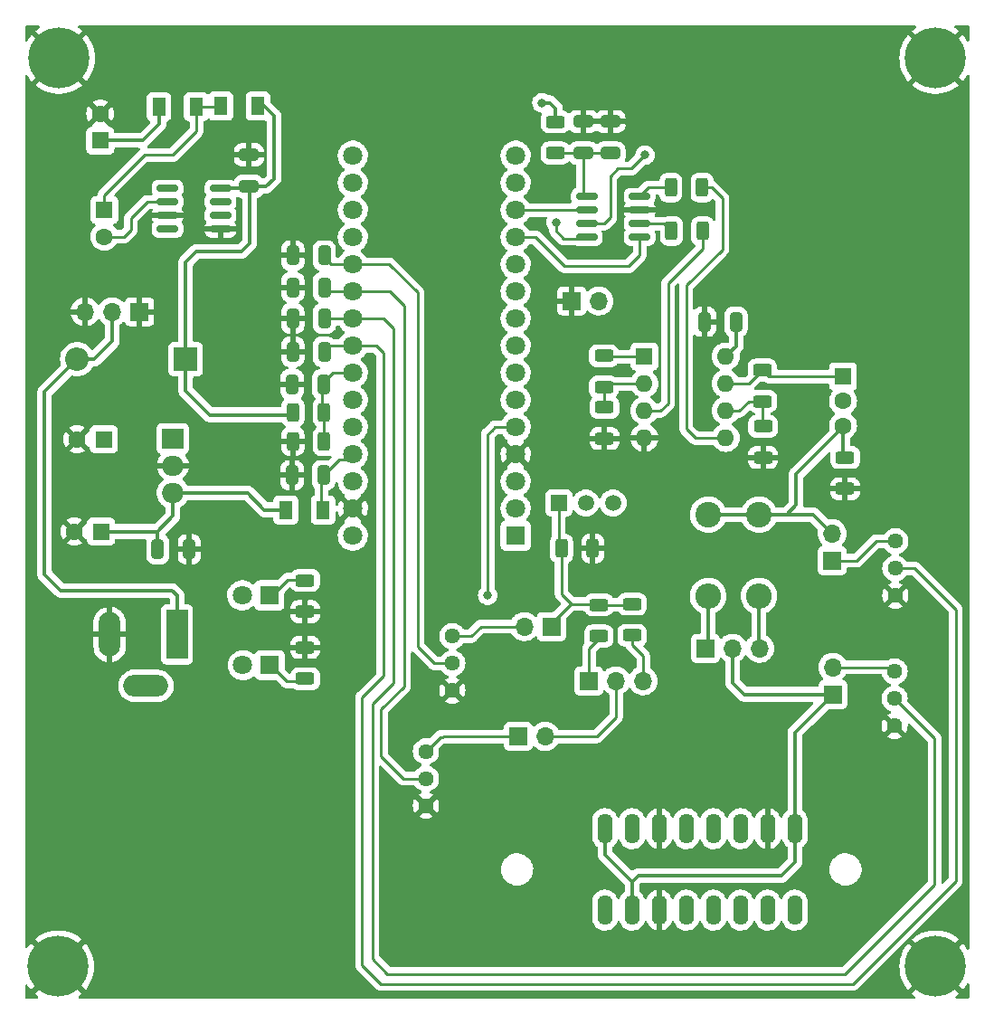
<source format=gbr>
%TF.GenerationSoftware,KiCad,Pcbnew,(6.0.7)*%
%TF.CreationDate,2023-04-23T16:52:27-04:00*%
%TF.ProjectId,NPN Tracer V2b-jlcpcb,4e504e20-5472-4616-9365-72205632622d,rev?*%
%TF.SameCoordinates,Original*%
%TF.FileFunction,Copper,L1,Top*%
%TF.FilePolarity,Positive*%
%FSLAX46Y46*%
G04 Gerber Fmt 4.6, Leading zero omitted, Abs format (unit mm)*
G04 Created by KiCad (PCBNEW (6.0.7)) date 2023-04-23 16:52:27*
%MOMM*%
%LPD*%
G01*
G04 APERTURE LIST*
G04 Aperture macros list*
%AMRoundRect*
0 Rectangle with rounded corners*
0 $1 Rounding radius*
0 $2 $3 $4 $5 $6 $7 $8 $9 X,Y pos of 4 corners*
0 Add a 4 corners polygon primitive as box body*
4,1,4,$2,$3,$4,$5,$6,$7,$8,$9,$2,$3,0*
0 Add four circle primitives for the rounded corners*
1,1,$1+$1,$2,$3*
1,1,$1+$1,$4,$5*
1,1,$1+$1,$6,$7*
1,1,$1+$1,$8,$9*
0 Add four rect primitives between the rounded corners*
20,1,$1+$1,$2,$3,$4,$5,0*
20,1,$1+$1,$4,$5,$6,$7,0*
20,1,$1+$1,$6,$7,$8,$9,0*
20,1,$1+$1,$8,$9,$2,$3,0*%
G04 Aperture macros list end*
%TA.AperFunction,ComponentPad*%
%ADD10C,1.800000*%
%TD*%
%TA.AperFunction,ComponentPad*%
%ADD11R,1.800000X1.800000*%
%TD*%
%TA.AperFunction,SMDPad,CuDef*%
%ADD12RoundRect,0.150000X-0.825000X-0.150000X0.825000X-0.150000X0.825000X0.150000X-0.825000X0.150000X0*%
%TD*%
%TA.AperFunction,ComponentPad*%
%ADD13R,1.599999X1.599999*%
%TD*%
%TA.AperFunction,ComponentPad*%
%ADD14C,1.599999*%
%TD*%
%TA.AperFunction,SMDPad,CuDef*%
%ADD15RoundRect,0.250000X0.325000X0.650000X-0.325000X0.650000X-0.325000X-0.650000X0.325000X-0.650000X0*%
%TD*%
%TA.AperFunction,SMDPad,CuDef*%
%ADD16RoundRect,0.250000X0.625000X-0.312500X0.625000X0.312500X-0.625000X0.312500X-0.625000X-0.312500X0*%
%TD*%
%TA.AperFunction,SMDPad,CuDef*%
%ADD17R,1.300000X1.700000*%
%TD*%
%TA.AperFunction,ComponentPad*%
%ADD18R,2.000000X4.600000*%
%TD*%
%TA.AperFunction,ComponentPad*%
%ADD19O,2.000000X4.200000*%
%TD*%
%TA.AperFunction,ComponentPad*%
%ADD20O,4.200000X2.000000*%
%TD*%
%TA.AperFunction,ComponentPad*%
%ADD21R,2.200000X2.200000*%
%TD*%
%TA.AperFunction,ComponentPad*%
%ADD22O,2.200000X2.200000*%
%TD*%
%TA.AperFunction,ComponentPad*%
%ADD23R,1.700000X1.700000*%
%TD*%
%TA.AperFunction,ComponentPad*%
%ADD24O,1.700000X1.700000*%
%TD*%
%TA.AperFunction,ComponentPad*%
%ADD25C,1.440000*%
%TD*%
%TA.AperFunction,SMDPad,CuDef*%
%ADD26RoundRect,0.250000X0.312500X0.625000X-0.312500X0.625000X-0.312500X-0.625000X0.312500X-0.625000X0*%
%TD*%
%TA.AperFunction,ComponentPad*%
%ADD27O,1.408000X2.816000*%
%TD*%
%TA.AperFunction,SMDPad,CuDef*%
%ADD28RoundRect,0.250000X-0.625000X0.312500X-0.625000X-0.312500X0.625000X-0.312500X0.625000X0.312500X0*%
%TD*%
%TA.AperFunction,ComponentPad*%
%ADD29R,2.000000X1.905000*%
%TD*%
%TA.AperFunction,ComponentPad*%
%ADD30O,2.000000X1.905000*%
%TD*%
%TA.AperFunction,ConnectorPad*%
%ADD31C,5.700000*%
%TD*%
%TA.AperFunction,ComponentPad*%
%ADD32C,3.600000*%
%TD*%
%TA.AperFunction,ComponentPad*%
%ADD33R,1.500000X1.500000*%
%TD*%
%TA.AperFunction,ComponentPad*%
%ADD34C,1.500000*%
%TD*%
%TA.AperFunction,SMDPad,CuDef*%
%ADD35RoundRect,0.250000X-0.312500X-0.625000X0.312500X-0.625000X0.312500X0.625000X-0.312500X0.625000X0*%
%TD*%
%TA.AperFunction,ComponentPad*%
%ADD36R,1.600000X1.600000*%
%TD*%
%TA.AperFunction,ComponentPad*%
%ADD37C,1.600000*%
%TD*%
%TA.AperFunction,SMDPad,CuDef*%
%ADD38RoundRect,0.250000X-0.650000X0.325000X-0.650000X-0.325000X0.650000X-0.325000X0.650000X0.325000X0*%
%TD*%
%TA.AperFunction,ComponentPad*%
%ADD39O,1.600000X1.600000*%
%TD*%
%TA.AperFunction,ComponentPad*%
%ADD40C,2.400000*%
%TD*%
%TA.AperFunction,ComponentPad*%
%ADD41O,2.400000X2.400000*%
%TD*%
%TA.AperFunction,ViaPad*%
%ADD42C,0.800000*%
%TD*%
%TA.AperFunction,Conductor*%
%ADD43C,0.350000*%
%TD*%
%TA.AperFunction,Conductor*%
%ADD44C,0.250000*%
%TD*%
G04 APERTURE END LIST*
D10*
%TO.P,TB1,30,VIN*%
%TO.N,unconnected-(TB1-Pad30)*%
X81802500Y-107950000D03*
%TO.P,TB1,29,COM/GND*%
%TO.N,GND*%
X81802500Y-105410000D03*
%TO.P,TB1,28,RESET*%
%TO.N,unconnected-(TB1-Pad28)*%
X81802500Y-102870000D03*
%TO.P,TB1,27,+5V*%
%TO.N,uCPower*%
X81802500Y-100330000D03*
%TO.P,TB1,26,A7*%
%TO.N,unconnected-(TB1-Pad26)*%
X81802500Y-97790000D03*
%TO.P,TB1,25,A6*%
%TO.N,unconnected-(TB1-Pad25)*%
X81802500Y-95250000D03*
%TO.P,TB1,24,A5*%
%TO.N,Net-(C12-Pad1)*%
X81802500Y-92710000D03*
%TO.P,TB1,23,A4*%
%TO.N,ADC4*%
X81802500Y-90170000D03*
%TO.P,TB1,22,A3*%
%TO.N,ADC3*%
X81802500Y-87630000D03*
%TO.P,TB1,21,A2*%
%TO.N,ADC2*%
X81802500Y-85090000D03*
%TO.P,TB1,20,A1*%
%TO.N,ADC1*%
X81802500Y-82550000D03*
%TO.P,TB1,19,A0*%
%TO.N,unconnected-(TB1-Pad19)*%
X81802500Y-80010000D03*
%TO.P,TB1,18,AREF*%
%TO.N,unconnected-(TB1-Pad18)*%
X81802500Y-77470000D03*
%TO.P,TB1,17,3V3*%
%TO.N,unconnected-(TB1-Pad17)*%
X81802500Y-74930000D03*
%TO.P,TB1,16,D13/SCK*%
%TO.N,SCK*%
X81802500Y-72390000D03*
%TO.P,TB1,15,D12/MISO*%
%TO.N,unconnected-(TB1-Pad15)*%
X97042500Y-72390000D03*
%TO.P,TB1,14,D11/MOSI*%
%TO.N,SDI*%
X97042500Y-74930000D03*
%TO.P,TB1,13,D10*%
%TO.N,CS*%
X97042500Y-77470000D03*
%TO.P,TB1,12,D9*%
%TO.N,LDAC*%
X97042500Y-80010000D03*
%TO.P,TB1,11,D8*%
%TO.N,unconnected-(TB1-Pad11)*%
X97042500Y-82550000D03*
%TO.P,TB1,10,D7*%
%TO.N,unconnected-(TB1-Pad10)*%
X97042500Y-85090000D03*
%TO.P,TB1,9,D6*%
%TO.N,unconnected-(TB1-Pad9)*%
X97042500Y-87630000D03*
%TO.P,TB1,8,D5*%
%TO.N,unconnected-(TB1-Pad8)*%
X97042500Y-90170000D03*
%TO.P,TB1,7,D4*%
%TO.N,unconnected-(TB1-Pad7)*%
X97042500Y-92710000D03*
%TO.P,TB1,6,D3*%
%TO.N,unconnected-(TB1-Pad6)*%
X97042500Y-95250000D03*
%TO.P,TB1,5,D2*%
%TO.N,Net-(D6-Pad2)*%
X97042500Y-97790000D03*
%TO.P,TB1,4,COM/GND*%
%TO.N,GND*%
X97042500Y-100330000D03*
%TO.P,TB1,3,RESET*%
%TO.N,unconnected-(TB1-Pad3)*%
X97042500Y-102870000D03*
%TO.P,TB1,2,D0/RX*%
%TO.N,unconnected-(TB1-Pad2)*%
X97042500Y-105410000D03*
D11*
%TO.P,TB1,1,D1/TX*%
%TO.N,unconnected-(TB1-Pad1)*%
X97042500Y-107950000D03*
%TD*%
D12*
%TO.P,U2,1,Vdd*%
%TO.N,DacPower*%
X103697000Y-76200000D03*
%TO.P,U2,2,~{CS}*%
%TO.N,CS*%
X103697000Y-77470000D03*
%TO.P,U2,3,SCK*%
%TO.N,SCK*%
X103697000Y-78740000D03*
%TO.P,U2,4,SDI*%
%TO.N,SDI*%
X103697000Y-80010000D03*
%TO.P,U2,5,~{LDAC}*%
%TO.N,LDAC*%
X108647000Y-80010000D03*
%TO.P,U2,6,VB*%
%TO.N,Net-(R1-Pad1)*%
X108647000Y-78740000D03*
%TO.P,U2,7,Vss*%
%TO.N,GND*%
X108647000Y-77470000D03*
%TO.P,U2,8,VA*%
%TO.N,Net-(R8-Pad1)*%
X108647000Y-76200000D03*
%TD*%
%TO.P,U4,1,NC*%
%TO.N,unconnected-(U4-Pad1)*%
X64454000Y-75438000D03*
%TO.P,U4,2,CAP+*%
%TO.N,Net-(C7-Pad2)*%
X64454000Y-76708000D03*
%TO.P,U4,3,GND*%
%TO.N,GND*%
X64454000Y-77978000D03*
%TO.P,U4,4,CAP-*%
%TO.N,unconnected-(U4-Pad4)*%
X64454000Y-79248000D03*
%TO.P,U4,5,VOUT*%
%TO.N,GND*%
X69404000Y-79248000D03*
%TO.P,U4,6,LV*%
%TO.N,unconnected-(U4-Pad6)*%
X69404000Y-77978000D03*
%TO.P,U4,7,OSC*%
%TO.N,unconnected-(U4-Pad7)*%
X69404000Y-76708000D03*
%TO.P,U4,8,V+*%
%TO.N,12V*%
X69404000Y-75438000D03*
%TD*%
D13*
%TO.P,Q2,1,B*%
%TO.N,Net-(Q2-Pad1)*%
X127689001Y-93059500D03*
D14*
%TO.P,Q2,2,C*%
%TO.N,12V*%
X127689001Y-95359500D03*
%TO.P,Q2,3,E*%
%TO.N,VC_OUT*%
X127689001Y-97659500D03*
%TD*%
D15*
%TO.P,C15,1*%
%TO.N,GND*%
X66499000Y-109220000D03*
%TO.P,C15,2*%
%TO.N,5V*%
X63549000Y-109220000D03*
%TD*%
D16*
%TO.P,R14,1*%
%TO.N,GND*%
X77343000Y-115066000D03*
%TO.P,R14,2*%
%TO.N,Net-(D2-Pad1)*%
X77343000Y-112141000D03*
%TD*%
D17*
%TO.P,D3,1,K*%
%TO.N,Net-(C7-Pad1)*%
X69433500Y-67754500D03*
%TO.P,D3,2,A*%
%TO.N,12V*%
X72933500Y-67754500D03*
%TD*%
D18*
%TO.P,J8,1*%
%TO.N,VIN*%
X65341500Y-117206000D03*
D19*
%TO.P,J8,2*%
%TO.N,GND*%
X59041500Y-117206000D03*
D20*
%TO.P,J8,3*%
%TO.N,N/C*%
X62441500Y-122006000D03*
%TD*%
D11*
%TO.P,D2,1,K*%
%TO.N,Net-(D2-Pad1)*%
X73982500Y-113538000D03*
D10*
%TO.P,D2,2,A*%
%TO.N,12V*%
X71442500Y-113538000D03*
%TD*%
D21*
%TO.P,D1,1,K*%
%TO.N,12V*%
X66167000Y-91440000D03*
D22*
%TO.P,D1,2,A*%
%TO.N,VIN*%
X56007000Y-91440000D03*
%TD*%
D23*
%TO.P,J6,1,Pin_1*%
%TO.N,Net-(ADC3-Pad3)*%
X97282000Y-126746000D03*
D24*
%TO.P,J6,2,Pin_2*%
%TO.N,BASE{slash}GATE*%
X99822000Y-126746000D03*
%TD*%
D17*
%TO.P,D4,1,K*%
%TO.N,24V*%
X63655000Y-67818000D03*
%TO.P,D4,2,A*%
%TO.N,Net-(C7-Pad1)*%
X67155000Y-67818000D03*
%TD*%
D25*
%TO.P,ADC1,1,1*%
%TO.N,GND*%
X132588000Y-113548000D03*
%TO.P,ADC1,2,2*%
%TO.N,ADC4*%
X132588000Y-111008000D03*
%TO.P,ADC1,3,3*%
%TO.N,Net-(ADC1-Pad3)*%
X132588000Y-108468000D03*
%TD*%
D26*
%TO.P,R16,1*%
%TO.N,Net-(C12-Pad1)*%
X79123000Y-99123500D03*
%TO.P,R16,2*%
%TO.N,GND*%
X76198000Y-99123500D03*
%TD*%
D25*
%TO.P,ADC4,1,1*%
%TO.N,GND*%
X91122500Y-122438000D03*
%TO.P,ADC4,2,2*%
%TO.N,ADC1*%
X91122500Y-119898000D03*
%TO.P,ADC4,3,3*%
%TO.N,Net-(ADC4-Pad3)*%
X91122500Y-117358000D03*
%TD*%
%TO.P,ADC3,1,1*%
%TO.N,GND*%
X88646000Y-133233000D03*
%TO.P,ADC3,2,2*%
%TO.N,ADC2*%
X88646000Y-130693000D03*
%TO.P,ADC3,3,3*%
%TO.N,Net-(ADC3-Pad3)*%
X88646000Y-128153000D03*
%TD*%
D23*
%TO.P,J2,1,Pin_1*%
%TO.N,COLLECTOR{slash}DRAIN*%
X126746000Y-122809000D03*
D24*
%TO.P,J2,2,Pin_2*%
%TO.N,Net-(ADC2-Pad3)*%
X126746000Y-120269000D03*
%TD*%
D23*
%TO.P,J7,1,Pin_1*%
%TO.N,GND*%
X61834000Y-86995000D03*
D24*
%TO.P,J7,2,Pin_2*%
%TO.N,VIN*%
X59294000Y-86995000D03*
%TO.P,J7,3,Pin_3*%
%TO.N,GND*%
X56754000Y-86995000D03*
%TD*%
D27*
%TO.P,ZX1,1*%
%TO.N,BASE{slash}GATE*%
X105410000Y-143002000D03*
%TO.P,ZX1,2*%
%TO.N,COLLECTOR{slash}DRAIN*%
X107950000Y-143002000D03*
%TO.P,ZX1,3*%
%TO.N,GND*%
X110490000Y-143002000D03*
%TO.P,ZX1,4*%
%TO.N,unconnected-(ZX1-Pad4)*%
X113030000Y-143002000D03*
%TO.P,ZX1,5*%
%TO.N,unconnected-(ZX1-Pad5)*%
X115570000Y-143002000D03*
%TO.P,ZX1,6*%
%TO.N,unconnected-(ZX1-Pad6)*%
X118110000Y-143002000D03*
%TO.P,ZX1,7*%
%TO.N,unconnected-(ZX1-Pad7)*%
X120650000Y-143002000D03*
%TO.P,ZX1,8*%
%TO.N,unconnected-(ZX1-Pad8)*%
X123190000Y-143002000D03*
%TO.P,ZX1,9*%
%TO.N,COLLECTOR{slash}DRAIN*%
X123190000Y-135382000D03*
%TO.P,ZX1,10*%
%TO.N,GND*%
X120650000Y-135382000D03*
%TO.P,ZX1,11*%
%TO.N,BASE{slash}GATE*%
X118110000Y-135382000D03*
%TO.P,ZX1,12*%
%TO.N,unconnected-(ZX1-Pad12)*%
X115570000Y-135382000D03*
%TO.P,ZX1,13*%
%TO.N,unconnected-(ZX1-Pad13)*%
X113030000Y-135382000D03*
%TO.P,ZX1,14*%
%TO.N,GND*%
X110490000Y-135382000D03*
%TO.P,ZX1,15*%
%TO.N,BASE{slash}GATE*%
X107950000Y-135382000D03*
%TO.P,ZX1,16*%
%TO.N,COLLECTOR{slash}DRAIN*%
X105410000Y-135382000D03*
%TD*%
D16*
%TO.P,R13,1*%
%TO.N,Net-(J4-Pad1)*%
X104838500Y-117350000D03*
%TO.P,R13,2*%
%TO.N,VB_OUT*%
X104838500Y-114425000D03*
%TD*%
D23*
%TO.P,J9,1,Pin_1*%
%TO.N,GND*%
X102298500Y-85979000D03*
D24*
%TO.P,J9,2,Pin_2*%
%TO.N,5V*%
X104838500Y-85979000D03*
%TD*%
D11*
%TO.P,D6,1,K*%
%TO.N,Net-(D6-Pad1)*%
X74046000Y-120078500D03*
D10*
%TO.P,D6,2,A*%
%TO.N,Net-(D6-Pad2)*%
X71506000Y-120078500D03*
%TD*%
D23*
%TO.P,J5,1,Pin_1*%
%TO.N,VB_OUT*%
X100398500Y-116459000D03*
D24*
%TO.P,J5,2,Pin_2*%
%TO.N,Net-(ADC4-Pad3)*%
X97858500Y-116459000D03*
%TD*%
D16*
%TO.P,R12,1*%
%TO.N,Net-(J4-Pad3)*%
X107950000Y-117286500D03*
%TO.P,R12,2*%
%TO.N,VB_OUT*%
X107950000Y-114361500D03*
%TD*%
D25*
%TO.P,ADC2,1,1*%
%TO.N,GND*%
X132524500Y-125740000D03*
%TO.P,ADC2,2,2*%
%TO.N,ADC3*%
X132524500Y-123200000D03*
%TO.P,ADC2,3,3*%
%TO.N,Net-(ADC2-Pad3)*%
X132524500Y-120660000D03*
%TD*%
D28*
%TO.P,R17,1*%
%TO.N,GND*%
X77343000Y-118423500D03*
%TO.P,R17,2*%
%TO.N,Net-(D6-Pad1)*%
X77343000Y-121348500D03*
%TD*%
D23*
%TO.P,J4,1,Pin_1*%
%TO.N,Net-(J4-Pad1)*%
X103901000Y-121539000D03*
D24*
%TO.P,J4,2,Pin_2*%
%TO.N,BASE{slash}GATE*%
X106441000Y-121539000D03*
%TO.P,J4,3,Pin_3*%
%TO.N,Net-(J4-Pad3)*%
X108981000Y-121539000D03*
%TD*%
D29*
%TO.P,U3,1,VI*%
%TO.N,12V*%
X64960500Y-98869500D03*
D30*
%TO.P,U3,2,GND*%
%TO.N,GND*%
X64960500Y-101409500D03*
%TO.P,U3,3,VO*%
%TO.N,5V*%
X64960500Y-103949500D03*
%TD*%
D23*
%TO.P,J3,1,Pin_1*%
%TO.N,Net-(ADC1-Pad3)*%
X126682500Y-110299500D03*
D24*
%TO.P,J3,2,Pin_2*%
%TO.N,VC_OUT*%
X126682500Y-107759500D03*
%TD*%
D17*
%TO.P,D5,1,K*%
%TO.N,uCPower*%
X79029500Y-105537000D03*
%TO.P,D5,2,A*%
%TO.N,5V*%
X75529500Y-105537000D03*
%TD*%
D23*
%TO.P,J1,1,Pin_1*%
%TO.N,Net-(J1-Pad1)*%
X114808000Y-118491000D03*
D24*
%TO.P,J1,2,Pin_2*%
%TO.N,COLLECTOR{slash}DRAIN*%
X117348000Y-118491000D03*
%TO.P,J1,3,Pin_3*%
%TO.N,Net-(J1-Pad3)*%
X119888000Y-118491000D03*
%TD*%
D26*
%TO.P,R15,1*%
%TO.N,Net-(C12-Pad1)*%
X79123000Y-96393000D03*
%TO.P,R15,2*%
%TO.N,12V*%
X76198000Y-96393000D03*
%TD*%
D15*
%TO.P,C13,1*%
%TO.N,ADC2*%
X79135500Y-84709000D03*
%TO.P,C13,2*%
%TO.N,GND*%
X76185500Y-84709000D03*
%TD*%
D31*
%TO.P,H2,1,1*%
%TO.N,GND*%
X136334500Y-148272500D03*
D32*
%TO.N,N/C*%
X136334500Y-148272500D03*
%TD*%
D15*
%TO.P,C12,1*%
%TO.N,Net-(C12-Pad1)*%
X79072000Y-93789500D03*
%TO.P,C12,2*%
%TO.N,GND*%
X76122000Y-93789500D03*
%TD*%
D33*
%TO.P,Q1,1,E*%
%TO.N,VB_OUT*%
X101092000Y-104902000D03*
D34*
%TO.P,Q1,2,B*%
%TO.N,Net-(Q1-Pad2)*%
X103632000Y-104902000D03*
%TO.P,Q1,3,C*%
%TO.N,12V*%
X106172000Y-104902000D03*
%TD*%
D31*
%TO.P,H2,1,1*%
%TO.N,GND*%
X54229000Y-148272500D03*
D32*
%TO.N,N/C*%
X54229000Y-148272500D03*
%TD*%
D16*
%TO.P,R3,1*%
%TO.N,Net-(R2-Pad2)*%
X105297500Y-94047500D03*
%TO.P,R3,2*%
%TO.N,Net-(Q1-Pad2)*%
X105297500Y-91122500D03*
%TD*%
%TO.P,R9,1*%
%TO.N,GND*%
X127889000Y-103570500D03*
%TO.P,R9,2*%
%TO.N,VC_OUT*%
X127889000Y-100645500D03*
%TD*%
D35*
%TO.P,R1,1*%
%TO.N,Net-(R1-Pad1)*%
X111631000Y-79438500D03*
%TO.P,R1,2*%
%TO.N,Net-(R1-Pad2)*%
X114556000Y-79438500D03*
%TD*%
D15*
%TO.P,C10,1*%
%TO.N,ADC4*%
X79135500Y-90741500D03*
%TO.P,C10,2*%
%TO.N,GND*%
X76185500Y-90741500D03*
%TD*%
D36*
%TO.P,C4,1*%
%TO.N,12V*%
X58493151Y-98933000D03*
D37*
%TO.P,C4,2*%
%TO.N,GND*%
X55993151Y-98933000D03*
%TD*%
D32*
%TO.P,H2,1,1*%
%TO.N,N/C*%
X54292500Y-63246000D03*
D31*
%TO.N,GND*%
X54292500Y-63246000D03*
%TD*%
%TO.P,H2,1,1*%
%TO.N,GND*%
X136334500Y-63246000D03*
D32*
%TO.N,N/C*%
X136334500Y-63246000D03*
%TD*%
D16*
%TO.P,R2,1*%
%TO.N,GND*%
X105361000Y-98871500D03*
%TO.P,R2,2*%
%TO.N,Net-(R2-Pad2)*%
X105361000Y-95946500D03*
%TD*%
D15*
%TO.P,C11,1*%
%TO.N,ADC3*%
X79135500Y-87630000D03*
%TO.P,C11,2*%
%TO.N,GND*%
X76185500Y-87630000D03*
%TD*%
D36*
%TO.P,C8,1*%
%TO.N,24V*%
X58166000Y-70969500D03*
D37*
%TO.P,C8,2*%
%TO.N,GND*%
X58166000Y-68469500D03*
%TD*%
D38*
%TO.P,C2,1*%
%TO.N,GND*%
X105918000Y-69200500D03*
%TO.P,C2,2*%
%TO.N,DacPower*%
X105918000Y-72150500D03*
%TD*%
D36*
%TO.P,U1,1*%
%TO.N,Net-(Q1-Pad2)*%
X109093000Y-91186000D03*
D39*
%TO.P,U1,2,-*%
%TO.N,Net-(R2-Pad2)*%
X109093000Y-93726000D03*
%TO.P,U1,3,+*%
%TO.N,Net-(R1-Pad2)*%
X109093000Y-96266000D03*
%TO.P,U1,4,V-*%
%TO.N,GND*%
X109093000Y-98806000D03*
%TO.P,U1,5,+*%
%TO.N,Net-(R8-Pad2)*%
X116713000Y-98806000D03*
%TO.P,U1,6,-*%
%TO.N,Net-(R10-Pad2)*%
X116713000Y-96266000D03*
%TO.P,U1,7*%
%TO.N,Net-(Q2-Pad1)*%
X116713000Y-93726000D03*
%TO.P,U1,8,V+*%
%TO.N,24V*%
X116713000Y-91186000D03*
%TD*%
D36*
%TO.P,C7,1*%
%TO.N,Net-(C7-Pad1)*%
X58547000Y-77470000D03*
D37*
%TO.P,C7,2*%
%TO.N,Net-(C7-Pad2)*%
X58547000Y-79970000D03*
%TD*%
D15*
%TO.P,C14,1*%
%TO.N,ADC1*%
X79135500Y-81724500D03*
%TO.P,C14,2*%
%TO.N,GND*%
X76185500Y-81724500D03*
%TD*%
D38*
%TO.P,C3,1*%
%TO.N,GND*%
X103378000Y-69200500D03*
%TO.P,C3,2*%
%TO.N,DacPower*%
X103378000Y-72150500D03*
%TD*%
%TO.P,C6,1*%
%TO.N,GND*%
X72072500Y-72312000D03*
%TO.P,C6,2*%
%TO.N,12V*%
X72072500Y-75262000D03*
%TD*%
D16*
%TO.P,R11,1*%
%TO.N,Net-(R10-Pad2)*%
X120142000Y-95379000D03*
%TO.P,R11,2*%
%TO.N,Net-(Q2-Pad1)*%
X120142000Y-92454000D03*
%TD*%
D15*
%TO.P,C9,1*%
%TO.N,uCPower*%
X79072000Y-102298500D03*
%TO.P,C9,2*%
%TO.N,GND*%
X76122000Y-102298500D03*
%TD*%
D16*
%TO.P,R7,1*%
%TO.N,DacPower*%
X100774500Y-72138000D03*
%TO.P,R7,2*%
%TO.N,5V*%
X100774500Y-69213000D03*
%TD*%
D40*
%TO.P,R5,1*%
%TO.N,VC_OUT*%
X115062000Y-105981500D03*
D41*
%TO.P,R5,2*%
%TO.N,Net-(J1-Pad1)*%
X115062000Y-113601500D03*
%TD*%
%TO.P,R6,2*%
%TO.N,Net-(J1-Pad3)*%
X119824500Y-113601500D03*
D40*
%TO.P,R6,1*%
%TO.N,VC_OUT*%
X119824500Y-105981500D03*
%TD*%
D26*
%TO.P,R4,1*%
%TO.N,GND*%
X104269000Y-109156500D03*
%TO.P,R4,2*%
%TO.N,VB_OUT*%
X101344000Y-109156500D03*
%TD*%
D15*
%TO.P,C1,1*%
%TO.N,24V*%
X117680000Y-87947500D03*
%TO.P,C1,2*%
%TO.N,GND*%
X114730000Y-87947500D03*
%TD*%
D16*
%TO.P,R10,1*%
%TO.N,GND*%
X120205500Y-100649500D03*
%TO.P,R10,2*%
%TO.N,Net-(R10-Pad2)*%
X120205500Y-97724500D03*
%TD*%
D36*
%TO.P,C5,1*%
%TO.N,5V*%
X58239151Y-107569000D03*
D37*
%TO.P,C5,2*%
%TO.N,GND*%
X55739151Y-107569000D03*
%TD*%
D35*
%TO.P,R8,1*%
%TO.N,Net-(R8-Pad1)*%
X111567500Y-75374500D03*
%TO.P,R8,2*%
%TO.N,Net-(R8-Pad2)*%
X114492500Y-75374500D03*
%TD*%
D42*
%TO.N,5V*%
X99504500Y-67437000D03*
%TO.N,Net-(D6-Pad2)*%
X94424500Y-113538000D03*
%TO.N,SDI*%
X100838000Y-78613000D03*
%TO.N,SCK*%
X109156500Y-72326500D03*
%TD*%
D43*
%TO.N,COLLECTOR{slash}DRAIN*%
X123190000Y-126365000D02*
X123190000Y-135382000D01*
X126746000Y-122809000D02*
X123190000Y-126365000D01*
%TO.N,5V*%
X63549000Y-107618000D02*
X63500000Y-107569000D01*
X63549000Y-109220000D02*
X63549000Y-107618000D01*
D44*
%TO.N,BASE{slash}GATE*%
X106441000Y-124953000D02*
X106441000Y-121539000D01*
X104648000Y-126746000D02*
X106441000Y-124953000D01*
X99822000Y-126746000D02*
X104648000Y-126746000D01*
%TO.N,Net-(ADC3-Pad3)*%
X90297000Y-126746000D02*
X97282000Y-126746000D01*
X90233500Y-126809500D02*
X90297000Y-126746000D01*
X89989500Y-126809500D02*
X90233500Y-126809500D01*
X88646000Y-128153000D02*
X89989500Y-126809500D01*
%TO.N,VB_OUT*%
X101344000Y-109156500D02*
X101344000Y-113409000D01*
X102298500Y-114363500D02*
X104777000Y-114363500D01*
X102171500Y-114363500D02*
X102298500Y-114363500D01*
X101344000Y-113409000D02*
X102298500Y-114363500D01*
X101092000Y-108904500D02*
X101344000Y-109156500D01*
X101092000Y-104902000D02*
X101092000Y-108904500D01*
X107886500Y-114425000D02*
X107950000Y-114361500D01*
X104838500Y-114425000D02*
X107886500Y-114425000D01*
X104777000Y-114363500D02*
X104838500Y-114425000D01*
X100398500Y-116136500D02*
X102171500Y-114363500D01*
X100398500Y-116459000D02*
X100398500Y-116136500D01*
%TO.N,Net-(ADC4-Pad3)*%
X93789500Y-116459000D02*
X97858500Y-116459000D01*
X92890500Y-117358000D02*
X93789500Y-116459000D01*
X91122500Y-117358000D02*
X92890500Y-117358000D01*
%TO.N,ADC1*%
X89418000Y-119898000D02*
X87852250Y-118332250D01*
X91122500Y-119898000D02*
X89418000Y-119898000D01*
X85217000Y-82550000D02*
X87852250Y-85185250D01*
X87852250Y-118332250D02*
X87852250Y-85185250D01*
%TO.N,ADC2*%
X86560500Y-130693000D02*
X88646000Y-130693000D01*
X86614000Y-122047000D02*
X84455000Y-124206000D01*
X84455000Y-124206000D02*
X84455000Y-128587500D01*
X86614000Y-86423500D02*
X86614000Y-122047000D01*
X85280500Y-85090000D02*
X86614000Y-86423500D01*
X84455000Y-128587500D02*
X86560500Y-130693000D01*
X81802500Y-85090000D02*
X85280500Y-85090000D01*
%TO.N,ADC4*%
X83978750Y-90170000D02*
X81802500Y-90170000D01*
X84645500Y-90836750D02*
X83978750Y-90170000D01*
X84645500Y-121094500D02*
X84645500Y-90836750D01*
X82677000Y-123063000D02*
X84645500Y-121094500D01*
X82677000Y-148145500D02*
X82677000Y-123063000D01*
X84455000Y-149923500D02*
X82677000Y-148145500D01*
X138239500Y-140271500D02*
X128587500Y-149923500D01*
X138239500Y-114871500D02*
X138239500Y-140271500D01*
X128587500Y-149923500D02*
X84455000Y-149923500D01*
X134376000Y-111008000D02*
X138239500Y-114871500D01*
X132588000Y-111008000D02*
X134376000Y-111008000D01*
%TO.N,ADC3*%
X136271000Y-126946500D02*
X132524500Y-123200000D01*
X136271000Y-140589000D02*
X136271000Y-126946500D01*
X127889000Y-148971000D02*
X136271000Y-140589000D01*
X85026500Y-148971000D02*
X127889000Y-148971000D01*
X83629500Y-147574000D02*
X85026500Y-148971000D01*
X85598000Y-121729500D02*
X83629500Y-123698000D01*
X83629500Y-123698000D02*
X83629500Y-147574000D01*
X84709000Y-87630000D02*
X85598000Y-88519000D01*
X85598000Y-88519000D02*
X85598000Y-121729500D01*
X81802500Y-87630000D02*
X84709000Y-87630000D01*
D43*
%TO.N,COLLECTOR{slash}DRAIN*%
X108521500Y-139763500D02*
X107950000Y-140335000D01*
X123190000Y-138493500D02*
X121920000Y-139763500D01*
X121920000Y-139763500D02*
X108521500Y-139763500D01*
X123190000Y-135382000D02*
X123190000Y-138493500D01*
X107950000Y-140335000D02*
X107950000Y-143002000D01*
X105410000Y-137795000D02*
X107950000Y-140335000D01*
X105410000Y-135382000D02*
X105410000Y-137795000D01*
X118427500Y-122809000D02*
X117348000Y-121729500D01*
X117348000Y-121729500D02*
X117348000Y-118491000D01*
X126746000Y-122809000D02*
X118427500Y-122809000D01*
D44*
%TO.N,ADC1*%
X81802500Y-82550000D02*
X85217000Y-82550000D01*
D43*
%TO.N,24V*%
X63655000Y-69441000D02*
X63655000Y-67818000D01*
X62126500Y-70969500D02*
X63655000Y-69441000D01*
X58166000Y-70969500D02*
X62126500Y-70969500D01*
X116713000Y-91186000D02*
X117680000Y-90219000D01*
X117680000Y-90219000D02*
X117680000Y-87947500D01*
%TO.N,12V*%
X66167000Y-91440000D02*
X66167000Y-94424500D01*
X73709000Y-75262000D02*
X74422000Y-74549000D01*
X71896500Y-75438000D02*
X72072500Y-75262000D01*
X66167000Y-91440000D02*
X66167000Y-82359500D01*
X71374000Y-81343500D02*
X72136000Y-80581500D01*
X69404000Y-75438000D02*
X71896500Y-75438000D01*
X72072500Y-75262000D02*
X73709000Y-75262000D01*
X75944000Y-96647000D02*
X76198000Y-96393000D01*
X72136000Y-75325500D02*
X72072500Y-75262000D01*
X68389500Y-96647000D02*
X75944000Y-96647000D01*
X72136000Y-80581500D02*
X72136000Y-75325500D01*
X74422000Y-68643500D02*
X73533000Y-67754500D01*
X67183000Y-81343500D02*
X71374000Y-81343500D01*
X66167000Y-94424500D02*
X68389500Y-96647000D01*
X66167000Y-82359500D02*
X67183000Y-81343500D01*
X73533000Y-67754500D02*
X72933500Y-67754500D01*
X74422000Y-74549000D02*
X74422000Y-68643500D01*
%TO.N,5V*%
X99504500Y-67437000D02*
X100266500Y-67437000D01*
X100266500Y-67437000D02*
X100774500Y-67945000D01*
X64960500Y-103949500D02*
X71945500Y-103949500D01*
X58239151Y-107569000D02*
X63500000Y-107569000D01*
X63500000Y-107569000D02*
X64960500Y-106108500D01*
X71945500Y-103949500D02*
X73533000Y-105537000D01*
X73533000Y-105537000D02*
X75529500Y-105537000D01*
X100774500Y-67945000D02*
X100774500Y-69213000D01*
X64960500Y-106108500D02*
X64960500Y-103949500D01*
%TO.N,VIN*%
X56007000Y-91440000D02*
X57594500Y-91440000D01*
X59294000Y-89740500D02*
X59294000Y-86995000D01*
X52959000Y-94488000D02*
X52959000Y-111569500D01*
X56007000Y-91440000D02*
X52959000Y-94488000D01*
X65341500Y-113538000D02*
X65341500Y-117206000D01*
X54483000Y-113093500D02*
X64897000Y-113093500D01*
X64897000Y-113093500D02*
X65341500Y-113538000D01*
X57594500Y-91440000D02*
X59294000Y-89740500D01*
X52959000Y-111569500D02*
X54483000Y-113093500D01*
D44*
%TO.N,Net-(D6-Pad2)*%
X94424500Y-98488500D02*
X94424500Y-113538000D01*
X97042500Y-97790000D02*
X95123000Y-97790000D01*
X94805500Y-98107500D02*
X94424500Y-98488500D01*
X95123000Y-97790000D02*
X94805500Y-98107500D01*
%TO.N,ADC1*%
X78945000Y-81724500D02*
X79770500Y-82550000D01*
X79770500Y-82550000D02*
X81802500Y-82550000D01*
%TO.N,Net-(ADC1-Pad3)*%
X128968500Y-110299500D02*
X130800000Y-108468000D01*
X130800000Y-108468000D02*
X132588000Y-108468000D01*
X126682500Y-110299500D02*
X128968500Y-110299500D01*
%TO.N,ADC2*%
X79135500Y-84709000D02*
X79516500Y-85090000D01*
X79516500Y-85090000D02*
X81802500Y-85090000D01*
%TO.N,Net-(ADC2-Pad3)*%
X132133500Y-120269000D02*
X132524500Y-120660000D01*
X126746000Y-120269000D02*
X132133500Y-120269000D01*
%TO.N,ADC3*%
X79135500Y-87630000D02*
X81802500Y-87630000D01*
%TO.N,ADC4*%
X79008500Y-90741500D02*
X79580000Y-90170000D01*
X79580000Y-90170000D02*
X81802500Y-90170000D01*
D43*
%TO.N,Net-(J1-Pad1)*%
X115062000Y-113601500D02*
X115062000Y-118237000D01*
X115062000Y-118237000D02*
X114808000Y-118491000D01*
D44*
%TO.N,Net-(D2-Pad1)*%
X73982500Y-113538000D02*
X74231500Y-113538000D01*
X77279500Y-112077500D02*
X77343000Y-112141000D01*
X74231500Y-113538000D02*
X75692000Y-112077500D01*
X75692000Y-112077500D02*
X77279500Y-112077500D01*
%TO.N,Net-(D6-Pad1)*%
X77089000Y-121602500D02*
X77343000Y-121348500D01*
X75628500Y-121602500D02*
X77089000Y-121602500D01*
X74046000Y-120078500D02*
X74104500Y-120078500D01*
X74104500Y-120078500D02*
X75628500Y-121602500D01*
%TO.N,Net-(R1-Pad1)*%
X108647000Y-78740000D02*
X110932500Y-78740000D01*
X110932500Y-78740000D02*
X111631000Y-79438500D01*
D43*
%TO.N,Net-(J1-Pad3)*%
X119824500Y-118427500D02*
X119888000Y-118491000D01*
X119824500Y-113601500D02*
X119824500Y-118427500D01*
%TO.N,VC_OUT*%
X127689001Y-97659500D02*
X127689001Y-97799499D01*
X124904500Y-105981500D02*
X126682500Y-107759500D01*
X123317000Y-105092500D02*
X122428000Y-105981500D01*
X127689001Y-97799499D02*
X123317000Y-102171500D01*
X123317000Y-102171500D02*
X123317000Y-105092500D01*
X119824500Y-105981500D02*
X115062000Y-105981500D01*
X127689001Y-97659500D02*
X127689001Y-100445501D01*
X119824500Y-105981500D02*
X124904500Y-105981500D01*
X122428000Y-105981500D02*
X119824500Y-105981500D01*
X127689001Y-100445501D02*
X127889000Y-100645500D01*
D44*
%TO.N,Net-(J4-Pad1)*%
X104838500Y-117602000D02*
X103901000Y-118539500D01*
X104838500Y-117350000D02*
X104838500Y-117602000D01*
X103901000Y-118539500D02*
X103901000Y-121539000D01*
%TO.N,Net-(J4-Pad3)*%
X107950000Y-117286500D02*
X107950000Y-118173500D01*
X108981000Y-119204500D02*
X108981000Y-121539000D01*
X107950000Y-118173500D02*
X108981000Y-119204500D01*
%TO.N,Net-(Q1-Pad2)*%
X105361000Y-91186000D02*
X105297500Y-91122500D01*
X109093000Y-91186000D02*
X105361000Y-91186000D01*
%TO.N,Net-(Q2-Pad1)*%
X120142000Y-92454000D02*
X120747500Y-93059500D01*
X120747500Y-93059500D02*
X127689001Y-93059500D01*
X118870000Y-93726000D02*
X120142000Y-92454000D01*
X116713000Y-93726000D02*
X118870000Y-93726000D01*
%TO.N,Net-(R1-Pad2)*%
X114556000Y-81087500D02*
X111315500Y-84328000D01*
X111315500Y-84328000D02*
X111315500Y-95567500D01*
X114556000Y-79438500D02*
X114556000Y-81087500D01*
X111315500Y-95567500D02*
X110617000Y-96266000D01*
X110617000Y-96266000D02*
X109093000Y-96266000D01*
%TO.N,Net-(R2-Pad2)*%
X105619000Y-93726000D02*
X109093000Y-93726000D01*
X105297500Y-95883000D02*
X105361000Y-95946500D01*
X105297500Y-94047500D02*
X105297500Y-95883000D01*
X105297500Y-94047500D02*
X105619000Y-93726000D01*
%TO.N,Net-(R8-Pad2)*%
X113855500Y-98806000D02*
X116713000Y-98806000D01*
X116395500Y-81153000D02*
X113030000Y-84518500D01*
X115379500Y-75374500D02*
X116395500Y-76390500D01*
X113030000Y-97980500D02*
X113855500Y-98806000D01*
X113030000Y-84518500D02*
X113030000Y-97980500D01*
X114492500Y-75374500D02*
X115379500Y-75374500D01*
X116395500Y-76390500D02*
X116395500Y-81153000D01*
%TO.N,Net-(R10-Pad2)*%
X117983000Y-96266000D02*
X118870000Y-95379000D01*
X120142000Y-97661000D02*
X120205500Y-97724500D01*
X118870000Y-95379000D02*
X120142000Y-95379000D01*
X116713000Y-96266000D02*
X117983000Y-96266000D01*
X120142000Y-95379000D02*
X120142000Y-97661000D01*
%TO.N,LDAC*%
X108647000Y-81726000D02*
X108647000Y-80010000D01*
X98869500Y-80010000D02*
X101600000Y-82740500D01*
X101600000Y-82740500D02*
X107632500Y-82740500D01*
X107632500Y-82740500D02*
X108647000Y-81726000D01*
X97042500Y-80010000D02*
X98869500Y-80010000D01*
%TO.N,CS*%
X97042500Y-77470000D02*
X103697000Y-77470000D01*
%TO.N,SDI*%
X100838000Y-79438500D02*
X101536500Y-80137000D01*
X101536500Y-80137000D02*
X103570000Y-80137000D01*
X100838000Y-78613000D02*
X100838000Y-79438500D01*
X103570000Y-80137000D02*
X103697000Y-80010000D01*
%TO.N,SCK*%
X105918000Y-78168500D02*
X105346500Y-78740000D01*
X109156500Y-72326500D02*
X107886500Y-73596500D01*
X107886500Y-73596500D02*
X106616500Y-73596500D01*
X105918000Y-74295000D02*
X105918000Y-78168500D01*
X106616500Y-73596500D02*
X105918000Y-74295000D01*
X105346500Y-78740000D02*
X103697000Y-78740000D01*
%TO.N,Net-(C7-Pad1)*%
X58547000Y-76073000D02*
X62293500Y-72326500D01*
X58547000Y-77470000D02*
X58547000Y-76073000D01*
X62293500Y-72326500D02*
X64960500Y-72326500D01*
X67155000Y-70132000D02*
X67155000Y-67818000D01*
X67155000Y-67818000D02*
X69370000Y-67818000D01*
X64960500Y-72326500D02*
X67155000Y-70132000D01*
X69370000Y-67818000D02*
X69433500Y-67754500D01*
%TO.N,Net-(C7-Pad2)*%
X62547500Y-76708000D02*
X61023500Y-78232000D01*
X61023500Y-78232000D02*
X61023500Y-79311500D01*
X64454000Y-76708000D02*
X62547500Y-76708000D01*
X61023500Y-79311500D02*
X60365000Y-79970000D01*
X60365000Y-79970000D02*
X58547000Y-79970000D01*
%TO.N,Net-(C12-Pad1)*%
X78945000Y-93726000D02*
X78945000Y-96380500D01*
X78945000Y-96380500D02*
X78932500Y-96393000D01*
X79059500Y-96520000D02*
X79059500Y-99187000D01*
X79961000Y-92710000D02*
X81802500Y-92710000D01*
X78945000Y-93726000D02*
X79961000Y-92710000D01*
X78932500Y-96393000D02*
X79059500Y-96520000D01*
%TO.N,Net-(R8-Pad1)*%
X109472500Y-75374500D02*
X111567500Y-75374500D01*
X108647000Y-76200000D02*
X109472500Y-75374500D01*
%TO.N,DacPower*%
X100774500Y-72138000D02*
X103365500Y-72138000D01*
X103378000Y-72150500D02*
X103378000Y-75881000D01*
X103378000Y-75881000D02*
X103697000Y-76200000D01*
X103365500Y-72138000D02*
X103378000Y-72150500D01*
X103378000Y-72150500D02*
X105918000Y-72150500D01*
%TO.N,uCPower*%
X79072000Y-102298500D02*
X78839000Y-102531500D01*
X79072000Y-102298500D02*
X80532500Y-100838000D01*
X81294500Y-100838000D02*
X81802500Y-100330000D01*
X80532500Y-100838000D02*
X81294500Y-100838000D01*
X78839000Y-102531500D02*
X78839000Y-105600500D01*
%TD*%
%TA.AperFunction,Conductor*%
%TO.N,GND*%
G36*
X52463309Y-149783147D02*
G01*
X52514008Y-149818125D01*
X52590425Y-149905261D01*
X52590433Y-149905269D01*
X52593142Y-149908358D01*
X52596231Y-149911067D01*
X52596239Y-149911075D01*
X52683375Y-149987492D01*
X52721402Y-150047445D01*
X52720980Y-150118441D01*
X52689392Y-150171318D01*
X52050409Y-150810301D01*
X52042795Y-150824245D01*
X52042871Y-150825315D01*
X52046055Y-150830148D01*
X52307208Y-151030538D01*
X52349075Y-151087876D01*
X52353297Y-151158747D01*
X52318533Y-151220650D01*
X52255820Y-151253931D01*
X52230504Y-151256500D01*
X51244000Y-151256500D01*
X51175879Y-151236498D01*
X51129386Y-151182842D01*
X51118000Y-151130500D01*
X51118000Y-150076953D01*
X51138002Y-150008832D01*
X51191658Y-149962339D01*
X51261932Y-149952235D01*
X51326512Y-149981729D01*
X51348582Y-150006677D01*
X51541340Y-150293531D01*
X51545442Y-150298975D01*
X51669942Y-150446822D01*
X51682680Y-150455264D01*
X51693124Y-150449166D01*
X52330182Y-149812108D01*
X52392494Y-149778082D01*
X52463309Y-149783147D01*
G37*
%TD.AperFunction*%
%TA.AperFunction,Conductor*%
G36*
X138180441Y-149780520D02*
G01*
X138233318Y-149812108D01*
X138868963Y-150447753D01*
X138882560Y-150455178D01*
X138892169Y-150448481D01*
X138996697Y-150326957D01*
X139000846Y-150321569D01*
X139203003Y-150027429D01*
X139206550Y-150021618D01*
X139272060Y-149899952D01*
X139321967Y-149849456D01*
X139391251Y-149833957D01*
X139457916Y-149858377D01*
X139500795Y-149914962D01*
X139509000Y-149959687D01*
X139509000Y-151130500D01*
X139488998Y-151198621D01*
X139435342Y-151245114D01*
X139383000Y-151256500D01*
X138330621Y-151256500D01*
X138262500Y-151236498D01*
X138216007Y-151182842D01*
X138205903Y-151112568D01*
X138235397Y-151047988D01*
X138254968Y-151029740D01*
X138493418Y-150850707D01*
X138498645Y-150846321D01*
X138511488Y-150834303D01*
X138519557Y-150820623D01*
X138519529Y-150819898D01*
X138514387Y-150811597D01*
X137874108Y-150171318D01*
X137840082Y-150109006D01*
X137845147Y-150038191D01*
X137880125Y-149987492D01*
X137967261Y-149911075D01*
X137967269Y-149911067D01*
X137970358Y-149908358D01*
X137973067Y-149905269D01*
X137973075Y-149905261D01*
X138049492Y-149818125D01*
X138109445Y-149780098D01*
X138180441Y-149780520D01*
G37*
%TD.AperFunction*%
%TA.AperFunction,Conductor*%
G36*
X134499805Y-60218502D02*
G01*
X134546298Y-60272158D01*
X134556402Y-60342432D01*
X134526908Y-60407012D01*
X134496391Y-60432616D01*
X134456897Y-60456253D01*
X134451244Y-60460066D01*
X134166594Y-60675346D01*
X134161391Y-60679742D01*
X134157101Y-60683785D01*
X134149080Y-60697492D01*
X134149115Y-60698333D01*
X134154167Y-60706457D01*
X134794892Y-61347182D01*
X134828918Y-61409494D01*
X134823853Y-61480309D01*
X134788875Y-61531008D01*
X134701739Y-61607425D01*
X134701731Y-61607433D01*
X134698642Y-61610142D01*
X134695933Y-61613231D01*
X134695925Y-61613239D01*
X134619508Y-61700375D01*
X134559555Y-61738402D01*
X134488559Y-61737980D01*
X134435682Y-61706392D01*
X133800027Y-61070737D01*
X133786490Y-61063345D01*
X133776789Y-61070132D01*
X133665149Y-61200847D01*
X133661015Y-61206255D01*
X133459894Y-61501086D01*
X133456359Y-61506923D01*
X133288254Y-61821757D01*
X133285378Y-61827926D01*
X133152254Y-62159081D01*
X133150061Y-62165521D01*
X133053479Y-62509121D01*
X133051996Y-62515756D01*
X132993089Y-62867773D01*
X132992330Y-62874545D01*
X132971784Y-63230862D01*
X132971760Y-63237657D01*
X132989818Y-63594127D01*
X132990528Y-63600883D01*
X133046978Y-63953305D01*
X133048417Y-63959960D01*
X133142594Y-64304215D01*
X133144743Y-64310676D01*
X133275553Y-64642756D01*
X133278384Y-64648939D01*
X133444292Y-64964949D01*
X133447775Y-64970791D01*
X133646840Y-65267031D01*
X133650942Y-65272475D01*
X133775442Y-65420322D01*
X133788180Y-65428764D01*
X133798624Y-65422666D01*
X134435682Y-64785608D01*
X134497994Y-64751582D01*
X134568809Y-64756647D01*
X134619508Y-64791625D01*
X134695925Y-64878761D01*
X134695933Y-64878769D01*
X134698642Y-64881858D01*
X134701731Y-64884567D01*
X134701739Y-64884575D01*
X134788875Y-64960992D01*
X134826902Y-65020945D01*
X134826480Y-65091941D01*
X134794892Y-65144818D01*
X134155909Y-65783801D01*
X134148295Y-65797745D01*
X134148371Y-65798815D01*
X134151555Y-65803648D01*
X134431842Y-66018720D01*
X134437472Y-66022575D01*
X134742429Y-66207992D01*
X134748431Y-66211210D01*
X135071639Y-66362611D01*
X135077944Y-66365159D01*
X135415617Y-66480771D01*
X135422168Y-66482624D01*
X135770338Y-66561087D01*
X135777057Y-66562224D01*
X136131674Y-66602628D01*
X136138464Y-66603031D01*
X136495365Y-66604899D01*
X136502166Y-66604567D01*
X136857186Y-66567880D01*
X136863914Y-66566814D01*
X137212902Y-66491997D01*
X137219450Y-66490218D01*
X137558320Y-66378147D01*
X137564662Y-66375661D01*
X137889421Y-66227660D01*
X137895475Y-66224495D01*
X138202339Y-66042293D01*
X138208020Y-66038490D01*
X138493418Y-65824207D01*
X138498645Y-65819821D01*
X138511488Y-65807803D01*
X138519557Y-65794123D01*
X138519529Y-65793398D01*
X138514387Y-65785097D01*
X137874108Y-65144818D01*
X137840082Y-65082506D01*
X137845147Y-65011691D01*
X137880125Y-64960992D01*
X137967261Y-64884575D01*
X137967269Y-64884567D01*
X137970358Y-64881858D01*
X137973067Y-64878769D01*
X137973075Y-64878761D01*
X138049492Y-64791625D01*
X138109445Y-64753598D01*
X138180441Y-64754020D01*
X138233318Y-64785608D01*
X138868963Y-65421253D01*
X138882560Y-65428678D01*
X138892169Y-65421981D01*
X138996697Y-65300457D01*
X139000846Y-65295069D01*
X139203003Y-65000929D01*
X139206550Y-64995118D01*
X139272060Y-64873452D01*
X139321967Y-64822956D01*
X139391251Y-64807457D01*
X139457916Y-64831877D01*
X139500795Y-64888462D01*
X139509000Y-64933187D01*
X139509000Y-146584532D01*
X139488998Y-146652653D01*
X139435342Y-146699146D01*
X139365068Y-146709250D01*
X139300488Y-146679756D01*
X139271646Y-146643491D01*
X139218694Y-146543481D01*
X139215182Y-146537637D01*
X139015088Y-146242098D01*
X139010967Y-146236670D01*
X138893541Y-146098204D01*
X138880715Y-146089767D01*
X138870390Y-146095820D01*
X138233318Y-146732892D01*
X138171006Y-146766918D01*
X138100191Y-146761853D01*
X138049492Y-146726875D01*
X137973075Y-146639739D01*
X137973067Y-146639731D01*
X137970358Y-146636642D01*
X137967269Y-146633933D01*
X137967261Y-146633925D01*
X137880125Y-146557508D01*
X137842098Y-146497555D01*
X137842520Y-146426559D01*
X137874108Y-146373682D01*
X138512666Y-145735124D01*
X138520280Y-145721180D01*
X138520212Y-145720223D01*
X138515271Y-145712751D01*
X138511370Y-145709431D01*
X138227458Y-145493149D01*
X138221832Y-145489325D01*
X137916222Y-145304969D01*
X137910210Y-145301772D01*
X137586466Y-145151495D01*
X137580166Y-145148975D01*
X137242095Y-145034545D01*
X137235517Y-145032709D01*
X136887092Y-144955465D01*
X136880357Y-144954350D01*
X136525606Y-144915185D01*
X136518824Y-144914806D01*
X136161895Y-144914183D01*
X136155122Y-144914538D01*
X135800214Y-144952466D01*
X135793505Y-144953553D01*
X135444789Y-145029586D01*
X135438214Y-145031397D01*
X135099750Y-145144645D01*
X135093428Y-145147148D01*
X134769180Y-145296285D01*
X134763137Y-145299471D01*
X134456904Y-145482748D01*
X134451244Y-145486566D01*
X134166594Y-145701846D01*
X134161391Y-145706242D01*
X134157101Y-145710285D01*
X134149080Y-145723992D01*
X134149115Y-145724833D01*
X134154167Y-145732957D01*
X134794892Y-146373682D01*
X134828918Y-146435994D01*
X134823853Y-146506809D01*
X134788875Y-146557508D01*
X134701739Y-146633925D01*
X134701731Y-146633933D01*
X134698642Y-146636642D01*
X134695933Y-146639731D01*
X134695925Y-146639739D01*
X134619508Y-146726875D01*
X134559555Y-146764902D01*
X134488559Y-146764480D01*
X134435682Y-146732892D01*
X133800027Y-146097237D01*
X133786490Y-146089845D01*
X133776789Y-146096632D01*
X133665149Y-146227347D01*
X133661015Y-146232755D01*
X133459894Y-146527586D01*
X133456359Y-146533423D01*
X133288254Y-146848257D01*
X133285378Y-146854426D01*
X133152254Y-147185581D01*
X133150061Y-147192021D01*
X133053479Y-147535621D01*
X133051996Y-147542256D01*
X132993089Y-147894273D01*
X132992330Y-147901045D01*
X132971784Y-148257362D01*
X132971760Y-148264157D01*
X132989818Y-148620627D01*
X132990528Y-148627383D01*
X133046978Y-148979805D01*
X133048417Y-148986460D01*
X133142594Y-149330715D01*
X133144743Y-149337176D01*
X133275553Y-149669256D01*
X133278384Y-149675439D01*
X133444292Y-149991449D01*
X133447775Y-149997291D01*
X133646840Y-150293531D01*
X133650942Y-150298975D01*
X133775442Y-150446822D01*
X133788180Y-150455264D01*
X133798624Y-150449166D01*
X134435682Y-149812108D01*
X134497994Y-149778082D01*
X134568809Y-149783147D01*
X134619508Y-149818125D01*
X134695925Y-149905261D01*
X134695933Y-149905269D01*
X134698642Y-149908358D01*
X134701731Y-149911067D01*
X134701739Y-149911075D01*
X134788875Y-149987492D01*
X134826902Y-150047445D01*
X134826480Y-150118441D01*
X134794892Y-150171318D01*
X134155909Y-150810301D01*
X134148295Y-150824245D01*
X134148371Y-150825315D01*
X134151555Y-150830148D01*
X134412708Y-151030538D01*
X134454575Y-151087876D01*
X134458797Y-151158747D01*
X134424033Y-151220650D01*
X134361320Y-151253931D01*
X134336004Y-151256500D01*
X56225121Y-151256500D01*
X56157000Y-151236498D01*
X56110507Y-151182842D01*
X56100403Y-151112568D01*
X56129897Y-151047988D01*
X56149468Y-151029740D01*
X56387918Y-150850707D01*
X56393145Y-150846321D01*
X56405988Y-150834303D01*
X56414057Y-150820623D01*
X56414029Y-150819898D01*
X56408887Y-150811597D01*
X55768608Y-150171318D01*
X55734582Y-150109006D01*
X55739647Y-150038191D01*
X55774625Y-149987492D01*
X55861761Y-149911075D01*
X55861769Y-149911067D01*
X55864858Y-149908358D01*
X55867567Y-149905269D01*
X55867575Y-149905261D01*
X55943992Y-149818125D01*
X56003945Y-149780098D01*
X56074941Y-149780520D01*
X56127818Y-149812108D01*
X56763463Y-150447753D01*
X56777060Y-150455178D01*
X56786669Y-150448481D01*
X56891197Y-150326957D01*
X56895346Y-150321569D01*
X57097503Y-150027429D01*
X57101050Y-150021618D01*
X57270250Y-149707379D01*
X57273157Y-149701201D01*
X57407435Y-149370516D01*
X57409649Y-149364086D01*
X57507427Y-149020831D01*
X57508934Y-149014201D01*
X57569073Y-148662373D01*
X57569853Y-148655633D01*
X57591740Y-148297775D01*
X57591856Y-148294173D01*
X57591926Y-148274320D01*
X57591834Y-148270693D01*
X57572446Y-147912708D01*
X57571711Y-147905942D01*
X57514034Y-147553733D01*
X57512567Y-147547061D01*
X57417194Y-147203155D01*
X57415020Y-147196692D01*
X57283053Y-146865075D01*
X57280197Y-146858895D01*
X57113194Y-146543481D01*
X57109682Y-146537637D01*
X56909588Y-146242098D01*
X56905467Y-146236670D01*
X56788041Y-146098204D01*
X56775215Y-146089767D01*
X56764890Y-146095820D01*
X56127818Y-146732892D01*
X56065506Y-146766918D01*
X55994691Y-146761853D01*
X55943992Y-146726875D01*
X55867575Y-146639739D01*
X55867567Y-146639731D01*
X55864858Y-146636642D01*
X55861769Y-146633933D01*
X55861761Y-146633925D01*
X55774625Y-146557508D01*
X55736598Y-146497555D01*
X55737020Y-146426559D01*
X55768608Y-146373682D01*
X56407166Y-145735124D01*
X56414780Y-145721180D01*
X56414712Y-145720223D01*
X56409771Y-145712751D01*
X56405870Y-145709431D01*
X56121958Y-145493149D01*
X56116332Y-145489325D01*
X55810722Y-145304969D01*
X55804710Y-145301772D01*
X55480966Y-145151495D01*
X55474666Y-145148975D01*
X55136595Y-145034545D01*
X55130017Y-145032709D01*
X54781592Y-144955465D01*
X54774857Y-144954350D01*
X54420106Y-144915185D01*
X54413324Y-144914806D01*
X54056395Y-144914183D01*
X54049622Y-144914538D01*
X53694714Y-144952466D01*
X53688005Y-144953553D01*
X53339289Y-145029586D01*
X53332714Y-145031397D01*
X52994250Y-145144645D01*
X52987928Y-145147148D01*
X52663680Y-145296285D01*
X52657637Y-145299471D01*
X52351404Y-145482748D01*
X52345744Y-145486566D01*
X52061094Y-145701846D01*
X52055891Y-145706242D01*
X52051601Y-145710285D01*
X52043580Y-145723992D01*
X52043615Y-145724833D01*
X52048667Y-145732957D01*
X52689392Y-146373682D01*
X52723418Y-146435994D01*
X52718353Y-146506809D01*
X52683375Y-146557508D01*
X52596239Y-146633925D01*
X52596231Y-146633933D01*
X52593142Y-146636642D01*
X52590433Y-146639731D01*
X52590425Y-146639739D01*
X52514008Y-146726875D01*
X52454055Y-146764902D01*
X52383059Y-146764480D01*
X52330182Y-146732892D01*
X51694527Y-146097237D01*
X51680990Y-146089845D01*
X51671289Y-146096632D01*
X51559649Y-146227347D01*
X51555515Y-146232755D01*
X51354394Y-146527586D01*
X51351775Y-146531911D01*
X51299377Y-146579817D01*
X51229397Y-146591789D01*
X51164053Y-146564027D01*
X51124092Y-146505344D01*
X51118000Y-146466638D01*
X51118000Y-122058817D01*
X59829014Y-122058817D01*
X59829595Y-122063837D01*
X59829595Y-122063841D01*
X59852772Y-122264148D01*
X59856915Y-122299956D01*
X59858291Y-122304820D01*
X59858292Y-122304823D01*
X59896817Y-122440966D01*
X59923010Y-122533532D01*
X59925144Y-122538108D01*
X59925146Y-122538114D01*
X60023462Y-122748954D01*
X60025599Y-122753536D01*
X60028440Y-122757717D01*
X60028441Y-122757718D01*
X60036911Y-122770181D01*
X60162044Y-122954307D01*
X60328832Y-123130681D01*
X60332858Y-123133759D01*
X60332859Y-123133760D01*
X60517654Y-123275047D01*
X60517658Y-123275050D01*
X60521674Y-123278120D01*
X60735609Y-123392831D01*
X60965131Y-123471862D01*
X61044760Y-123485616D01*
X61200426Y-123512504D01*
X61200432Y-123512505D01*
X61204336Y-123513179D01*
X61208297Y-123513359D01*
X61208298Y-123513359D01*
X61232006Y-123514436D01*
X61232025Y-123514436D01*
X61233425Y-123514500D01*
X63602501Y-123514500D01*
X63605009Y-123514298D01*
X63605014Y-123514298D01*
X63778424Y-123500346D01*
X63778429Y-123500345D01*
X63783465Y-123499940D01*
X63788373Y-123498734D01*
X63788376Y-123498734D01*
X64014292Y-123443244D01*
X64019206Y-123442037D01*
X64023858Y-123440062D01*
X64023862Y-123440061D01*
X64217309Y-123357947D01*
X64242656Y-123347188D01*
X64351374Y-123278724D01*
X64443788Y-123220528D01*
X64443791Y-123220526D01*
X64448067Y-123217833D01*
X64546922Y-123130681D01*
X64626358Y-123060650D01*
X64626361Y-123060647D01*
X64630155Y-123057302D01*
X64684699Y-122990899D01*
X64781026Y-122873628D01*
X64781028Y-122873625D01*
X64784234Y-122869722D01*
X64879004Y-122706891D01*
X64903799Y-122664290D01*
X64903800Y-122664288D01*
X64906341Y-122659922D01*
X64915637Y-122635705D01*
X64991520Y-122438022D01*
X64991521Y-122438018D01*
X64993333Y-122433298D01*
X64998305Y-122409498D01*
X65041940Y-122200631D01*
X65041940Y-122200627D01*
X65042974Y-122195680D01*
X65053986Y-121953183D01*
X65051935Y-121935457D01*
X65026667Y-121717071D01*
X65026666Y-121717067D01*
X65026085Y-121712044D01*
X64995705Y-121604681D01*
X64961366Y-121483331D01*
X64959990Y-121478468D01*
X64957856Y-121473892D01*
X64957854Y-121473886D01*
X64859538Y-121263046D01*
X64859536Y-121263042D01*
X64857401Y-121258464D01*
X64846850Y-121242938D01*
X64795430Y-121167277D01*
X64720956Y-121057693D01*
X64554168Y-120881319D01*
X64544781Y-120874142D01*
X64365346Y-120736953D01*
X64365342Y-120736950D01*
X64361326Y-120733880D01*
X64327490Y-120715737D01*
X64151852Y-120621561D01*
X64147391Y-120619169D01*
X63917869Y-120540138D01*
X63799167Y-120519635D01*
X63682574Y-120499496D01*
X63682568Y-120499495D01*
X63678664Y-120498821D01*
X63674703Y-120498641D01*
X63674702Y-120498641D01*
X63650994Y-120497564D01*
X63650975Y-120497564D01*
X63649575Y-120497500D01*
X61280499Y-120497500D01*
X61277991Y-120497702D01*
X61277986Y-120497702D01*
X61104576Y-120511654D01*
X61104571Y-120511655D01*
X61099535Y-120512060D01*
X61094627Y-120513266D01*
X61094624Y-120513266D01*
X60868708Y-120568756D01*
X60863794Y-120569963D01*
X60859142Y-120571938D01*
X60859138Y-120571939D01*
X60783457Y-120604064D01*
X60640344Y-120664812D01*
X60621563Y-120676639D01*
X60439212Y-120791472D01*
X60439209Y-120791474D01*
X60434933Y-120794167D01*
X60431139Y-120797512D01*
X60256642Y-120951350D01*
X60256639Y-120951353D01*
X60252845Y-120954698D01*
X60249635Y-120958606D01*
X60249634Y-120958607D01*
X60132674Y-121100998D01*
X60098766Y-121142278D01*
X60096224Y-121146646D01*
X59982664Y-121341761D01*
X59976659Y-121352078D01*
X59974846Y-121356801D01*
X59926759Y-121482074D01*
X59889667Y-121578702D01*
X59888633Y-121583652D01*
X59888632Y-121583655D01*
X59841551Y-121809022D01*
X59840026Y-121816320D01*
X59829014Y-122058817D01*
X51118000Y-122058817D01*
X51118000Y-120043969D01*
X70093095Y-120043969D01*
X70093392Y-120049122D01*
X70093392Y-120049125D01*
X70104447Y-120240851D01*
X70106427Y-120275197D01*
X70107564Y-120280243D01*
X70107565Y-120280249D01*
X70128092Y-120371331D01*
X70157346Y-120501142D01*
X70159288Y-120505924D01*
X70159289Y-120505928D01*
X70240459Y-120705824D01*
X70244484Y-120715737D01*
X70319888Y-120838786D01*
X70352371Y-120891792D01*
X70365501Y-120913219D01*
X70517147Y-121088284D01*
X70695349Y-121236230D01*
X70895322Y-121353084D01*
X70900147Y-121354926D01*
X70900148Y-121354927D01*
X70934736Y-121368135D01*
X71111694Y-121435709D01*
X71116760Y-121436740D01*
X71116761Y-121436740D01*
X71164168Y-121446385D01*
X71338656Y-121481885D01*
X71468089Y-121486631D01*
X71564949Y-121490183D01*
X71564953Y-121490183D01*
X71570113Y-121490372D01*
X71575233Y-121489716D01*
X71575235Y-121489716D01*
X71663037Y-121478468D01*
X71799847Y-121460942D01*
X71804795Y-121459457D01*
X71804802Y-121459456D01*
X72016747Y-121395869D01*
X72021690Y-121394386D01*
X72026324Y-121392116D01*
X72225049Y-121294762D01*
X72225052Y-121294760D01*
X72229684Y-121292491D01*
X72418243Y-121157994D01*
X72463309Y-121113085D01*
X72525681Y-121079169D01*
X72596487Y-121084357D01*
X72653249Y-121127003D01*
X72670231Y-121158107D01*
X72695385Y-121225205D01*
X72782739Y-121341761D01*
X72899295Y-121429115D01*
X73035684Y-121480245D01*
X73097866Y-121487000D01*
X74564906Y-121487000D01*
X74633027Y-121507002D01*
X74654001Y-121523905D01*
X75124843Y-121994747D01*
X75132387Y-122003037D01*
X75136500Y-122009518D01*
X75142277Y-122014943D01*
X75186167Y-122056158D01*
X75189009Y-122058913D01*
X75208730Y-122078634D01*
X75211925Y-122081112D01*
X75220947Y-122088818D01*
X75253179Y-122119086D01*
X75260128Y-122122906D01*
X75270932Y-122128846D01*
X75287456Y-122139699D01*
X75303459Y-122152113D01*
X75344043Y-122169676D01*
X75354673Y-122174883D01*
X75393440Y-122196195D01*
X75401117Y-122198166D01*
X75401122Y-122198168D01*
X75413058Y-122201232D01*
X75431766Y-122207637D01*
X75450355Y-122215681D01*
X75458180Y-122216920D01*
X75458182Y-122216921D01*
X75494019Y-122222597D01*
X75505640Y-122225004D01*
X75540789Y-122234028D01*
X75548470Y-122236000D01*
X75568731Y-122236000D01*
X75588440Y-122237551D01*
X75608443Y-122240719D01*
X75616335Y-122239973D01*
X75621562Y-122239479D01*
X75652454Y-122236559D01*
X75664311Y-122236000D01*
X76171535Y-122236000D01*
X76239656Y-122256002D01*
X76242219Y-122257831D01*
X76244697Y-122260305D01*
X76250929Y-122264147D01*
X76250931Y-122264148D01*
X76389032Y-122349275D01*
X76395262Y-122353115D01*
X76471196Y-122378301D01*
X76556611Y-122406632D01*
X76556613Y-122406632D01*
X76563139Y-122408797D01*
X76569975Y-122409497D01*
X76569978Y-122409498D01*
X76613031Y-122413909D01*
X76667600Y-122419500D01*
X78018400Y-122419500D01*
X78021646Y-122419163D01*
X78021650Y-122419163D01*
X78117308Y-122409238D01*
X78117312Y-122409237D01*
X78124166Y-122408526D01*
X78130702Y-122406345D01*
X78130704Y-122406345D01*
X78262806Y-122362272D01*
X78291946Y-122352550D01*
X78442348Y-122259478D01*
X78477034Y-122224732D01*
X78562134Y-122139483D01*
X78567305Y-122134303D01*
X78590387Y-122096858D01*
X78656275Y-121989968D01*
X78656276Y-121989966D01*
X78660115Y-121983738D01*
X78686564Y-121903995D01*
X78713632Y-121822389D01*
X78713632Y-121822387D01*
X78715797Y-121815861D01*
X78719435Y-121780360D01*
X78721730Y-121757958D01*
X78726500Y-121711400D01*
X78726500Y-120985600D01*
X78726163Y-120982350D01*
X78716238Y-120886692D01*
X78716237Y-120886688D01*
X78715526Y-120879834D01*
X78712645Y-120871197D01*
X78661868Y-120719002D01*
X78659550Y-120712054D01*
X78566478Y-120561652D01*
X78441303Y-120436695D01*
X78383559Y-120401101D01*
X78296968Y-120347725D01*
X78296966Y-120347724D01*
X78290738Y-120343885D01*
X78155510Y-120299032D01*
X78129389Y-120290368D01*
X78129387Y-120290368D01*
X78122861Y-120288203D01*
X78116025Y-120287503D01*
X78116022Y-120287502D01*
X78065804Y-120282357D01*
X78018400Y-120277500D01*
X76667600Y-120277500D01*
X76664354Y-120277837D01*
X76664350Y-120277837D01*
X76568692Y-120287762D01*
X76568688Y-120287763D01*
X76561834Y-120288474D01*
X76555298Y-120290655D01*
X76555296Y-120290655D01*
X76423194Y-120334728D01*
X76394054Y-120344450D01*
X76243652Y-120437522D01*
X76238479Y-120442704D01*
X76233578Y-120447614D01*
X76118695Y-120562697D01*
X76114855Y-120568927D01*
X76114854Y-120568928D01*
X76043058Y-120685403D01*
X76025885Y-120713262D01*
X76019047Y-120733880D01*
X75992858Y-120812837D01*
X75952428Y-120871197D01*
X75886864Y-120898434D01*
X75816982Y-120885901D01*
X75784170Y-120862265D01*
X75491405Y-120569500D01*
X75457379Y-120507188D01*
X75454500Y-120480405D01*
X75454500Y-119130366D01*
X75447745Y-119068184D01*
X75396615Y-118931795D01*
X75309261Y-118815239D01*
X75266371Y-118783095D01*
X75960001Y-118783095D01*
X75960338Y-118789614D01*
X75970257Y-118885206D01*
X75973149Y-118898600D01*
X76024588Y-119052784D01*
X76030761Y-119065962D01*
X76116063Y-119203807D01*
X76125099Y-119215208D01*
X76239829Y-119329739D01*
X76251240Y-119338751D01*
X76389243Y-119423816D01*
X76402424Y-119429963D01*
X76556710Y-119481138D01*
X76570086Y-119484005D01*
X76664438Y-119493672D01*
X76670854Y-119494000D01*
X77070885Y-119494000D01*
X77086124Y-119489525D01*
X77087329Y-119488135D01*
X77089000Y-119480452D01*
X77089000Y-119475884D01*
X77597000Y-119475884D01*
X77601475Y-119491123D01*
X77602865Y-119492328D01*
X77610548Y-119493999D01*
X78015095Y-119493999D01*
X78021614Y-119493662D01*
X78117206Y-119483743D01*
X78130600Y-119480851D01*
X78284784Y-119429412D01*
X78297962Y-119423239D01*
X78435807Y-119337937D01*
X78447208Y-119328901D01*
X78561739Y-119214171D01*
X78570751Y-119202760D01*
X78655816Y-119064757D01*
X78661963Y-119051576D01*
X78713138Y-118897290D01*
X78716005Y-118883914D01*
X78725672Y-118789562D01*
X78726000Y-118783146D01*
X78726000Y-118695615D01*
X78721525Y-118680376D01*
X78720135Y-118679171D01*
X78712452Y-118677500D01*
X77615115Y-118677500D01*
X77599876Y-118681975D01*
X77598671Y-118683365D01*
X77597000Y-118691048D01*
X77597000Y-119475884D01*
X77089000Y-119475884D01*
X77089000Y-118695615D01*
X77084525Y-118680376D01*
X77083135Y-118679171D01*
X77075452Y-118677500D01*
X75978116Y-118677500D01*
X75962877Y-118681975D01*
X75961672Y-118683365D01*
X75960001Y-118691048D01*
X75960001Y-118783095D01*
X75266371Y-118783095D01*
X75192705Y-118727885D01*
X75056316Y-118676755D01*
X74994134Y-118670000D01*
X73097866Y-118670000D01*
X73035684Y-118676755D01*
X72899295Y-118727885D01*
X72782739Y-118815239D01*
X72695385Y-118931795D01*
X72692233Y-118940203D01*
X72692232Y-118940205D01*
X72671538Y-118995406D01*
X72628897Y-119052171D01*
X72562335Y-119076871D01*
X72492986Y-119061664D01*
X72470167Y-119045166D01*
X72469887Y-119044858D01*
X72461624Y-119038332D01*
X72292177Y-118904511D01*
X72292172Y-118904508D01*
X72288123Y-118901310D01*
X72283607Y-118898817D01*
X72283604Y-118898815D01*
X72089879Y-118791873D01*
X72089875Y-118791871D01*
X72085355Y-118789376D01*
X72080486Y-118787652D01*
X72080482Y-118787650D01*
X71871903Y-118713788D01*
X71871899Y-118713787D01*
X71867028Y-118712062D01*
X71861935Y-118711155D01*
X71861932Y-118711154D01*
X71644095Y-118672351D01*
X71644089Y-118672350D01*
X71639006Y-118671445D01*
X71566096Y-118670554D01*
X71412581Y-118668679D01*
X71412579Y-118668679D01*
X71407411Y-118668616D01*
X71178464Y-118703650D01*
X70958314Y-118775606D01*
X70953726Y-118777994D01*
X70953722Y-118777996D01*
X70797206Y-118859473D01*
X70752872Y-118882552D01*
X70748739Y-118885655D01*
X70748736Y-118885657D01*
X70579988Y-119012357D01*
X70567655Y-119021617D01*
X70525427Y-119065806D01*
X70460644Y-119133598D01*
X70407639Y-119189064D01*
X70404725Y-119193336D01*
X70404724Y-119193337D01*
X70389152Y-119216165D01*
X70277119Y-119380399D01*
X70179602Y-119590481D01*
X70117707Y-119813669D01*
X70093095Y-120043969D01*
X51118000Y-120043969D01*
X51118000Y-118364456D01*
X57533500Y-118364456D01*
X57533702Y-118369488D01*
X57547650Y-118542843D01*
X57549262Y-118552796D01*
X57604733Y-118778633D01*
X57607916Y-118788203D01*
X57698780Y-119002265D01*
X57703455Y-119011207D01*
X57827374Y-119207987D01*
X57833414Y-119216060D01*
X57987203Y-119390500D01*
X57994456Y-119397504D01*
X58174154Y-119545110D01*
X58182436Y-119550866D01*
X58383419Y-119667841D01*
X58392524Y-119672203D01*
X58609615Y-119755537D01*
X58619304Y-119758388D01*
X58769764Y-119789821D01*
X58783825Y-119788698D01*
X58787500Y-119778590D01*
X58787500Y-119776590D01*
X59295500Y-119776590D01*
X59299636Y-119790676D01*
X59312614Y-119792725D01*
X59330330Y-119790675D01*
X59340227Y-119788715D01*
X59563994Y-119725396D01*
X59573438Y-119721884D01*
X59784205Y-119623601D01*
X59792971Y-119618622D01*
X59985302Y-119487913D01*
X59993177Y-119481581D01*
X60162126Y-119321814D01*
X60168887Y-119314305D01*
X60310125Y-119129574D01*
X60315589Y-119121095D01*
X60425478Y-118916153D01*
X60429520Y-118906901D01*
X60505227Y-118687029D01*
X60507736Y-118677257D01*
X60547504Y-118447029D01*
X60548359Y-118439157D01*
X60549436Y-118415449D01*
X60549500Y-118412616D01*
X60549500Y-117478115D01*
X60545025Y-117462876D01*
X60543635Y-117461671D01*
X60535952Y-117460000D01*
X59313615Y-117460000D01*
X59298376Y-117464475D01*
X59297171Y-117465865D01*
X59295500Y-117473548D01*
X59295500Y-119776590D01*
X58787500Y-119776590D01*
X58787500Y-117478115D01*
X58783025Y-117462876D01*
X58781635Y-117461671D01*
X58773952Y-117460000D01*
X57551615Y-117460000D01*
X57536376Y-117464475D01*
X57535171Y-117465865D01*
X57533500Y-117473548D01*
X57533500Y-118364456D01*
X51118000Y-118364456D01*
X51118000Y-116933885D01*
X57533500Y-116933885D01*
X57537975Y-116949124D01*
X57539365Y-116950329D01*
X57547048Y-116952000D01*
X58769385Y-116952000D01*
X58784624Y-116947525D01*
X58785829Y-116946135D01*
X58787500Y-116938452D01*
X58787500Y-116933885D01*
X59295500Y-116933885D01*
X59299975Y-116949124D01*
X59301365Y-116950329D01*
X59309048Y-116952000D01*
X60531385Y-116952000D01*
X60546624Y-116947525D01*
X60547829Y-116946135D01*
X60549500Y-116938452D01*
X60549500Y-116047544D01*
X60549298Y-116042512D01*
X60535350Y-115869157D01*
X60533738Y-115859204D01*
X60478267Y-115633367D01*
X60475084Y-115623797D01*
X60384220Y-115409735D01*
X60379545Y-115400793D01*
X60255626Y-115204013D01*
X60249586Y-115195940D01*
X60095797Y-115021500D01*
X60088544Y-115014496D01*
X59908846Y-114866890D01*
X59900564Y-114861134D01*
X59699581Y-114744159D01*
X59690476Y-114739797D01*
X59473385Y-114656463D01*
X59463696Y-114653612D01*
X59313236Y-114622179D01*
X59299175Y-114623302D01*
X59295500Y-114633410D01*
X59295500Y-116933885D01*
X58787500Y-116933885D01*
X58787500Y-114635410D01*
X58783364Y-114621324D01*
X58770386Y-114619275D01*
X58752670Y-114621325D01*
X58742773Y-114623285D01*
X58519006Y-114686604D01*
X58509562Y-114690116D01*
X58298795Y-114788399D01*
X58290029Y-114793378D01*
X58097698Y-114924087D01*
X58089823Y-114930419D01*
X57920874Y-115090186D01*
X57914113Y-115097695D01*
X57772875Y-115282426D01*
X57767411Y-115290905D01*
X57657522Y-115495847D01*
X57653480Y-115505099D01*
X57577773Y-115724971D01*
X57575264Y-115734743D01*
X57535496Y-115964971D01*
X57534641Y-115972843D01*
X57533564Y-115996551D01*
X57533500Y-115999384D01*
X57533500Y-116933885D01*
X51118000Y-116933885D01*
X51118000Y-111605534D01*
X52271424Y-111605534D01*
X52272729Y-111613011D01*
X52272729Y-111613014D01*
X52282002Y-111666147D01*
X52282965Y-111672671D01*
X52290355Y-111733735D01*
X52293042Y-111740845D01*
X52294246Y-111745748D01*
X52297114Y-111756234D01*
X52298561Y-111761026D01*
X52299866Y-111768504D01*
X52302918Y-111775456D01*
X52302918Y-111775457D01*
X52324595Y-111824841D01*
X52327086Y-111830946D01*
X52346145Y-111881382D01*
X52348831Y-111888489D01*
X52353131Y-111894746D01*
X52355467Y-111899214D01*
X52360725Y-111908660D01*
X52363307Y-111913026D01*
X52366362Y-111919985D01*
X52403823Y-111968804D01*
X52407686Y-111974123D01*
X52433403Y-112011541D01*
X52442534Y-112024826D01*
X52448203Y-112029877D01*
X52487323Y-112064732D01*
X52492598Y-112069713D01*
X53979844Y-113556959D01*
X53985698Y-113563224D01*
X54022290Y-113605170D01*
X54072626Y-113640546D01*
X54077912Y-113644472D01*
X54110618Y-113670117D01*
X54126328Y-113682435D01*
X54133249Y-113685560D01*
X54137564Y-113688173D01*
X54146976Y-113693542D01*
X54151424Y-113695927D01*
X54157639Y-113700295D01*
X54214952Y-113722640D01*
X54221034Y-113725197D01*
X54240987Y-113734206D01*
X54277104Y-113750514D01*
X54284576Y-113751899D01*
X54289427Y-113753419D01*
X54299757Y-113756362D01*
X54304696Y-113757630D01*
X54311772Y-113760389D01*
X54319303Y-113761381D01*
X54319305Y-113761381D01*
X54372785Y-113768422D01*
X54379279Y-113769450D01*
X54439767Y-113780660D01*
X54447348Y-113780223D01*
X54447349Y-113780223D01*
X54499625Y-113777209D01*
X54506877Y-113777000D01*
X64532000Y-113777000D01*
X64600121Y-113797002D01*
X64646614Y-113850658D01*
X64658000Y-113903000D01*
X64658000Y-114271500D01*
X64637998Y-114339621D01*
X64584342Y-114386114D01*
X64532000Y-114397500D01*
X64293366Y-114397500D01*
X64231184Y-114404255D01*
X64094795Y-114455385D01*
X63978239Y-114542739D01*
X63890885Y-114659295D01*
X63839755Y-114795684D01*
X63833000Y-114857866D01*
X63833000Y-119554134D01*
X63839755Y-119616316D01*
X63890885Y-119752705D01*
X63978239Y-119869261D01*
X64094795Y-119956615D01*
X64231184Y-120007745D01*
X64293366Y-120014500D01*
X66389634Y-120014500D01*
X66451816Y-120007745D01*
X66588205Y-119956615D01*
X66704761Y-119869261D01*
X66792115Y-119752705D01*
X66843245Y-119616316D01*
X66850000Y-119554134D01*
X66850000Y-118151385D01*
X75960000Y-118151385D01*
X75964475Y-118166624D01*
X75965865Y-118167829D01*
X75973548Y-118169500D01*
X77070885Y-118169500D01*
X77086124Y-118165025D01*
X77087329Y-118163635D01*
X77089000Y-118155952D01*
X77089000Y-118151385D01*
X77597000Y-118151385D01*
X77601475Y-118166624D01*
X77602865Y-118167829D01*
X77610548Y-118169500D01*
X78707884Y-118169500D01*
X78723123Y-118165025D01*
X78724328Y-118163635D01*
X78725999Y-118155952D01*
X78725999Y-118063905D01*
X78725662Y-118057386D01*
X78715743Y-117961794D01*
X78712851Y-117948400D01*
X78661412Y-117794216D01*
X78655239Y-117781038D01*
X78569937Y-117643193D01*
X78560901Y-117631792D01*
X78446171Y-117517261D01*
X78434760Y-117508249D01*
X78296757Y-117423184D01*
X78283576Y-117417037D01*
X78129290Y-117365862D01*
X78115914Y-117362995D01*
X78021562Y-117353328D01*
X78015145Y-117353000D01*
X77615115Y-117353000D01*
X77599876Y-117357475D01*
X77598671Y-117358865D01*
X77597000Y-117366548D01*
X77597000Y-118151385D01*
X77089000Y-118151385D01*
X77089000Y-117371116D01*
X77084525Y-117355877D01*
X77083135Y-117354672D01*
X77075452Y-117353001D01*
X76670905Y-117353001D01*
X76664386Y-117353338D01*
X76568794Y-117363257D01*
X76555400Y-117366149D01*
X76401216Y-117417588D01*
X76388038Y-117423761D01*
X76250193Y-117509063D01*
X76238792Y-117518099D01*
X76124261Y-117632829D01*
X76115249Y-117644240D01*
X76030184Y-117782243D01*
X76024037Y-117795424D01*
X75972862Y-117949710D01*
X75969995Y-117963086D01*
X75960328Y-118057438D01*
X75960000Y-118063855D01*
X75960000Y-118151385D01*
X66850000Y-118151385D01*
X66850000Y-115425595D01*
X75960001Y-115425595D01*
X75960338Y-115432114D01*
X75970257Y-115527706D01*
X75973149Y-115541100D01*
X76024588Y-115695284D01*
X76030761Y-115708462D01*
X76116063Y-115846307D01*
X76125099Y-115857708D01*
X76239829Y-115972239D01*
X76251240Y-115981251D01*
X76389243Y-116066316D01*
X76402424Y-116072463D01*
X76556710Y-116123638D01*
X76570086Y-116126505D01*
X76664438Y-116136172D01*
X76670854Y-116136500D01*
X77070885Y-116136500D01*
X77086124Y-116132025D01*
X77087329Y-116130635D01*
X77089000Y-116122952D01*
X77089000Y-116118384D01*
X77597000Y-116118384D01*
X77601475Y-116133623D01*
X77602865Y-116134828D01*
X77610548Y-116136499D01*
X78015095Y-116136499D01*
X78021614Y-116136162D01*
X78117206Y-116126243D01*
X78130600Y-116123351D01*
X78284784Y-116071912D01*
X78297962Y-116065739D01*
X78435807Y-115980437D01*
X78447208Y-115971401D01*
X78561739Y-115856671D01*
X78570751Y-115845260D01*
X78655816Y-115707257D01*
X78661963Y-115694076D01*
X78713138Y-115539790D01*
X78716005Y-115526414D01*
X78725672Y-115432062D01*
X78726000Y-115425646D01*
X78726000Y-115338115D01*
X78721525Y-115322876D01*
X78720135Y-115321671D01*
X78712452Y-115320000D01*
X77615115Y-115320000D01*
X77599876Y-115324475D01*
X77598671Y-115325865D01*
X77597000Y-115333548D01*
X77597000Y-116118384D01*
X77089000Y-116118384D01*
X77089000Y-115338115D01*
X77084525Y-115322876D01*
X77083135Y-115321671D01*
X77075452Y-115320000D01*
X75978116Y-115320000D01*
X75962877Y-115324475D01*
X75961672Y-115325865D01*
X75960001Y-115333548D01*
X75960001Y-115425595D01*
X66850000Y-115425595D01*
X66850000Y-114857866D01*
X66843245Y-114795684D01*
X66792115Y-114659295D01*
X66704761Y-114542739D01*
X66588205Y-114455385D01*
X66451816Y-114404255D01*
X66389634Y-114397500D01*
X66151000Y-114397500D01*
X66082879Y-114377498D01*
X66036386Y-114323842D01*
X66025000Y-114271500D01*
X66025000Y-113566056D01*
X66025292Y-113557486D01*
X66025736Y-113550966D01*
X66028975Y-113503469D01*
X70029595Y-113503469D01*
X70029892Y-113508622D01*
X70029892Y-113508625D01*
X70041460Y-113709246D01*
X70042927Y-113734697D01*
X70044064Y-113739743D01*
X70044065Y-113739749D01*
X70075239Y-113878077D01*
X70093846Y-113960642D01*
X70095788Y-113965424D01*
X70095789Y-113965428D01*
X70179040Y-114170450D01*
X70180984Y-114175237D01*
X70302001Y-114372719D01*
X70453647Y-114547784D01*
X70631849Y-114695730D01*
X70831822Y-114812584D01*
X70836647Y-114814426D01*
X70836648Y-114814427D01*
X70868345Y-114826531D01*
X71048194Y-114895209D01*
X71053260Y-114896240D01*
X71053261Y-114896240D01*
X71076702Y-114901009D01*
X71275156Y-114941385D01*
X71404589Y-114946131D01*
X71501449Y-114949683D01*
X71501453Y-114949683D01*
X71506613Y-114949872D01*
X71511733Y-114949216D01*
X71511735Y-114949216D01*
X71596110Y-114938407D01*
X71736347Y-114920442D01*
X71741295Y-114918957D01*
X71741302Y-114918956D01*
X71953247Y-114855369D01*
X71958190Y-114853886D01*
X71962824Y-114851616D01*
X72161549Y-114754262D01*
X72161552Y-114754260D01*
X72166184Y-114751991D01*
X72354743Y-114617494D01*
X72399809Y-114572585D01*
X72462181Y-114538669D01*
X72532987Y-114543857D01*
X72589749Y-114586503D01*
X72606731Y-114617607D01*
X72621298Y-114656463D01*
X72631885Y-114684705D01*
X72719239Y-114801261D01*
X72835795Y-114888615D01*
X72972184Y-114939745D01*
X73034366Y-114946500D01*
X74930634Y-114946500D01*
X74992816Y-114939745D01*
X75129205Y-114888615D01*
X75245761Y-114801261D01*
X75251289Y-114793885D01*
X75960000Y-114793885D01*
X75964475Y-114809124D01*
X75965865Y-114810329D01*
X75973548Y-114812000D01*
X77070885Y-114812000D01*
X77086124Y-114807525D01*
X77087329Y-114806135D01*
X77089000Y-114798452D01*
X77089000Y-114793885D01*
X77597000Y-114793885D01*
X77601475Y-114809124D01*
X77602865Y-114810329D01*
X77610548Y-114812000D01*
X78707884Y-114812000D01*
X78723123Y-114807525D01*
X78724328Y-114806135D01*
X78725999Y-114798452D01*
X78725999Y-114706405D01*
X78725662Y-114699886D01*
X78715743Y-114604294D01*
X78712851Y-114590900D01*
X78661412Y-114436716D01*
X78655239Y-114423538D01*
X78569937Y-114285693D01*
X78560901Y-114274292D01*
X78446171Y-114159761D01*
X78434760Y-114150749D01*
X78296757Y-114065684D01*
X78283576Y-114059537D01*
X78129290Y-114008362D01*
X78115914Y-114005495D01*
X78021562Y-113995828D01*
X78015145Y-113995500D01*
X77615115Y-113995500D01*
X77599876Y-113999975D01*
X77598671Y-114001365D01*
X77597000Y-114009048D01*
X77597000Y-114793885D01*
X77089000Y-114793885D01*
X77089000Y-114013616D01*
X77084525Y-113998377D01*
X77083135Y-113997172D01*
X77075452Y-113995501D01*
X76670905Y-113995501D01*
X76664386Y-113995838D01*
X76568794Y-114005757D01*
X76555400Y-114008649D01*
X76401216Y-114060088D01*
X76388038Y-114066261D01*
X76250193Y-114151563D01*
X76238792Y-114160599D01*
X76124261Y-114275329D01*
X76115249Y-114286740D01*
X76030184Y-114424743D01*
X76024037Y-114437924D01*
X75972862Y-114592210D01*
X75969995Y-114605586D01*
X75960328Y-114699938D01*
X75960000Y-114706351D01*
X75960000Y-114793885D01*
X75251289Y-114793885D01*
X75333115Y-114684705D01*
X75384245Y-114548316D01*
X75391000Y-114486134D01*
X75391000Y-113326595D01*
X75411002Y-113258474D01*
X75427905Y-113237499D01*
X75860999Y-112804406D01*
X75923311Y-112770381D01*
X75994127Y-112775446D01*
X76050962Y-112817993D01*
X76057238Y-112827199D01*
X76062360Y-112835476D01*
X76119522Y-112927848D01*
X76244697Y-113052805D01*
X76250927Y-113056645D01*
X76250928Y-113056646D01*
X76388090Y-113141194D01*
X76395262Y-113145615D01*
X76458060Y-113166444D01*
X76556611Y-113199132D01*
X76556613Y-113199132D01*
X76563139Y-113201297D01*
X76569975Y-113201997D01*
X76569978Y-113201998D01*
X76613031Y-113206409D01*
X76667600Y-113212000D01*
X78018400Y-113212000D01*
X78021646Y-113211663D01*
X78021650Y-113211663D01*
X78117308Y-113201738D01*
X78117312Y-113201737D01*
X78124166Y-113201026D01*
X78130702Y-113198845D01*
X78130704Y-113198845D01*
X78262806Y-113154772D01*
X78291946Y-113145050D01*
X78442348Y-113051978D01*
X78567305Y-112926803D01*
X78571630Y-112919787D01*
X78656275Y-112782468D01*
X78656276Y-112782466D01*
X78660115Y-112776238D01*
X78704162Y-112643440D01*
X78713632Y-112614889D01*
X78713632Y-112614887D01*
X78715797Y-112608361D01*
X78726500Y-112503900D01*
X78726500Y-111778100D01*
X78726163Y-111774850D01*
X78716238Y-111679192D01*
X78716237Y-111679188D01*
X78715526Y-111672334D01*
X78708376Y-111650901D01*
X78661868Y-111511502D01*
X78659550Y-111504554D01*
X78566478Y-111354152D01*
X78441303Y-111229195D01*
X78390102Y-111197634D01*
X78296968Y-111140225D01*
X78296966Y-111140224D01*
X78290738Y-111136385D01*
X78130254Y-111083155D01*
X78129389Y-111082868D01*
X78129387Y-111082868D01*
X78122861Y-111080703D01*
X78116025Y-111080003D01*
X78116022Y-111080002D01*
X78072969Y-111075591D01*
X78018400Y-111070000D01*
X76667600Y-111070000D01*
X76664354Y-111070337D01*
X76664350Y-111070337D01*
X76568692Y-111080262D01*
X76568688Y-111080263D01*
X76561834Y-111080974D01*
X76555298Y-111083155D01*
X76555296Y-111083155D01*
X76423194Y-111127228D01*
X76394054Y-111136950D01*
X76243652Y-111230022D01*
X76118695Y-111355197D01*
X76114855Y-111361427D01*
X76114854Y-111361428D01*
X76100869Y-111384116D01*
X76048097Y-111431609D01*
X75993609Y-111444000D01*
X75770767Y-111444000D01*
X75759584Y-111443473D01*
X75752091Y-111441798D01*
X75744165Y-111442047D01*
X75744164Y-111442047D01*
X75684001Y-111443938D01*
X75680043Y-111444000D01*
X75652144Y-111444000D01*
X75648154Y-111444504D01*
X75636320Y-111445436D01*
X75592111Y-111446826D01*
X75584497Y-111449038D01*
X75584492Y-111449039D01*
X75572659Y-111452477D01*
X75553296Y-111456488D01*
X75533203Y-111459026D01*
X75525836Y-111461943D01*
X75525831Y-111461944D01*
X75492092Y-111475302D01*
X75480865Y-111479146D01*
X75438407Y-111491482D01*
X75431581Y-111495519D01*
X75420972Y-111501793D01*
X75403224Y-111510488D01*
X75384383Y-111517948D01*
X75377967Y-111522610D01*
X75377966Y-111522610D01*
X75348613Y-111543936D01*
X75338693Y-111550452D01*
X75307465Y-111568920D01*
X75307462Y-111568922D01*
X75300638Y-111572958D01*
X75286317Y-111587279D01*
X75271284Y-111600119D01*
X75254893Y-111612028D01*
X75244496Y-111624596D01*
X75226702Y-111646105D01*
X75218712Y-111654884D01*
X74781001Y-112092595D01*
X74718689Y-112126621D01*
X74691906Y-112129500D01*
X73034366Y-112129500D01*
X72972184Y-112136255D01*
X72835795Y-112187385D01*
X72719239Y-112274739D01*
X72631885Y-112391295D01*
X72628733Y-112399704D01*
X72628732Y-112399705D01*
X72608038Y-112454906D01*
X72565397Y-112511671D01*
X72498835Y-112536371D01*
X72429486Y-112521164D01*
X72406667Y-112504666D01*
X72406387Y-112504358D01*
X72343770Y-112454906D01*
X72228677Y-112364011D01*
X72228672Y-112364008D01*
X72224623Y-112360810D01*
X72220107Y-112358317D01*
X72220104Y-112358315D01*
X72026379Y-112251373D01*
X72026375Y-112251371D01*
X72021855Y-112248876D01*
X72016986Y-112247152D01*
X72016982Y-112247150D01*
X71808403Y-112173288D01*
X71808399Y-112173287D01*
X71803528Y-112171562D01*
X71798435Y-112170655D01*
X71798432Y-112170654D01*
X71580595Y-112131851D01*
X71580589Y-112131850D01*
X71575506Y-112130945D01*
X71502596Y-112130054D01*
X71349081Y-112128179D01*
X71349079Y-112128179D01*
X71343911Y-112128116D01*
X71114964Y-112163150D01*
X70894814Y-112235106D01*
X70890226Y-112237494D01*
X70890222Y-112237496D01*
X70693961Y-112339663D01*
X70689372Y-112342052D01*
X70685239Y-112345155D01*
X70685236Y-112345157D01*
X70508290Y-112478012D01*
X70504155Y-112481117D01*
X70500583Y-112484855D01*
X70349036Y-112643440D01*
X70344139Y-112648564D01*
X70213619Y-112839899D01*
X70116102Y-113049981D01*
X70054207Y-113273169D01*
X70029595Y-113503469D01*
X66028975Y-113503469D01*
X66029077Y-113501966D01*
X66021004Y-113455704D01*
X66018497Y-113441342D01*
X66017534Y-113434819D01*
X66011058Y-113381308D01*
X66011058Y-113381307D01*
X66010145Y-113373765D01*
X66007459Y-113366655D01*
X66006254Y-113361752D01*
X66003386Y-113351266D01*
X66001939Y-113346474D01*
X66000634Y-113338996D01*
X65997582Y-113332043D01*
X65975905Y-113282659D01*
X65973414Y-113276554D01*
X65954355Y-113226118D01*
X65954353Y-113226115D01*
X65951669Y-113219011D01*
X65947369Y-113212754D01*
X65945033Y-113208286D01*
X65939775Y-113198840D01*
X65937193Y-113194474D01*
X65934138Y-113187515D01*
X65896677Y-113138696D01*
X65892814Y-113133377D01*
X65862269Y-113088935D01*
X65857966Y-113082674D01*
X65813176Y-113042767D01*
X65807902Y-113037787D01*
X65400156Y-112630041D01*
X65394302Y-112623776D01*
X65382794Y-112610584D01*
X65357710Y-112581830D01*
X65307345Y-112546434D01*
X65302077Y-112542520D01*
X65274841Y-112521164D01*
X65253672Y-112504565D01*
X65246748Y-112501439D01*
X65242439Y-112498829D01*
X65233024Y-112493458D01*
X65228576Y-112491073D01*
X65222361Y-112486705D01*
X65165039Y-112464356D01*
X65158971Y-112461806D01*
X65102895Y-112436486D01*
X65095418Y-112435100D01*
X65090598Y-112433590D01*
X65080165Y-112430618D01*
X65075304Y-112429370D01*
X65068228Y-112426611D01*
X65007238Y-112418582D01*
X65000722Y-112417550D01*
X64947700Y-112407723D01*
X64940233Y-112406339D01*
X64932653Y-112406776D01*
X64932652Y-112406776D01*
X64880358Y-112409791D01*
X64873106Y-112410000D01*
X54818305Y-112410000D01*
X54750184Y-112389998D01*
X54729210Y-112373095D01*
X53679405Y-111323290D01*
X53645379Y-111260978D01*
X53642500Y-111234195D01*
X53642500Y-108655062D01*
X55017644Y-108655062D01*
X55026940Y-108667077D01*
X55078145Y-108702931D01*
X55087640Y-108708414D01*
X55285098Y-108800490D01*
X55295390Y-108804236D01*
X55505839Y-108860625D01*
X55516632Y-108862528D01*
X55733676Y-108881517D01*
X55744626Y-108881517D01*
X55961670Y-108862528D01*
X55972463Y-108860625D01*
X56182912Y-108804236D01*
X56193204Y-108800490D01*
X56390662Y-108708414D01*
X56400157Y-108702931D01*
X56452199Y-108666491D01*
X56460575Y-108656012D01*
X56453507Y-108642566D01*
X55751963Y-107941022D01*
X55738019Y-107933408D01*
X55736186Y-107933539D01*
X55729571Y-107937790D01*
X55024074Y-108643287D01*
X55017644Y-108655062D01*
X53642500Y-108655062D01*
X53642500Y-107574475D01*
X54426634Y-107574475D01*
X54445623Y-107791519D01*
X54447526Y-107802312D01*
X54503915Y-108012761D01*
X54507661Y-108023053D01*
X54599737Y-108220511D01*
X54605220Y-108230006D01*
X54641660Y-108282048D01*
X54652139Y-108290424D01*
X54665585Y-108283356D01*
X55367129Y-107581812D01*
X55373507Y-107570132D01*
X56103559Y-107570132D01*
X56103690Y-107571965D01*
X56107941Y-107578580D01*
X56813438Y-108284077D01*
X56855180Y-108306871D01*
X56865180Y-108309047D01*
X56915378Y-108359253D01*
X56930602Y-108412814D01*
X56930651Y-108413717D01*
X56930651Y-108417134D01*
X56931020Y-108420530D01*
X56931020Y-108420532D01*
X56931189Y-108422086D01*
X56937406Y-108479316D01*
X56988536Y-108615705D01*
X57075890Y-108732261D01*
X57192446Y-108819615D01*
X57328835Y-108870745D01*
X57391017Y-108877500D01*
X59087285Y-108877500D01*
X59149467Y-108870745D01*
X59285856Y-108819615D01*
X59402412Y-108732261D01*
X59489766Y-108615705D01*
X59540896Y-108479316D01*
X59547253Y-108420794D01*
X59547282Y-108420531D01*
X59547651Y-108417134D01*
X59547651Y-108378500D01*
X59567653Y-108310379D01*
X59621309Y-108263886D01*
X59673651Y-108252500D01*
X62355961Y-108252500D01*
X62424082Y-108272502D01*
X62470575Y-108326158D01*
X62480679Y-108396432D01*
X62479161Y-108404915D01*
X62478369Y-108408608D01*
X62476203Y-108415139D01*
X62465500Y-108519600D01*
X62465500Y-109920400D01*
X62465837Y-109923646D01*
X62465837Y-109923650D01*
X62475752Y-110019206D01*
X62476474Y-110026166D01*
X62478655Y-110032702D01*
X62478655Y-110032704D01*
X62500606Y-110098498D01*
X62532450Y-110193946D01*
X62625522Y-110344348D01*
X62750697Y-110469305D01*
X62756927Y-110473145D01*
X62756928Y-110473146D01*
X62894288Y-110557816D01*
X62901262Y-110562115D01*
X62973946Y-110586223D01*
X63062611Y-110615632D01*
X63062613Y-110615632D01*
X63069139Y-110617797D01*
X63075975Y-110618497D01*
X63075978Y-110618498D01*
X63119031Y-110622909D01*
X63173600Y-110628500D01*
X63924400Y-110628500D01*
X63927646Y-110628163D01*
X63927650Y-110628163D01*
X64023308Y-110618238D01*
X64023312Y-110618237D01*
X64030166Y-110617526D01*
X64036702Y-110615345D01*
X64036704Y-110615345D01*
X64168806Y-110571272D01*
X64197946Y-110561550D01*
X64348348Y-110468478D01*
X64473305Y-110343303D01*
X64524218Y-110260708D01*
X64562275Y-110198968D01*
X64562276Y-110198966D01*
X64566115Y-110192738D01*
X64597773Y-110097291D01*
X64619632Y-110031389D01*
X64619632Y-110031387D01*
X64621797Y-110024861D01*
X64632500Y-109920400D01*
X64632500Y-109917095D01*
X65416001Y-109917095D01*
X65416338Y-109923614D01*
X65426257Y-110019206D01*
X65429149Y-110032600D01*
X65480588Y-110186784D01*
X65486761Y-110199962D01*
X65572063Y-110337807D01*
X65581099Y-110349208D01*
X65695829Y-110463739D01*
X65707240Y-110472751D01*
X65845243Y-110557816D01*
X65858424Y-110563963D01*
X66012710Y-110615138D01*
X66026086Y-110618005D01*
X66120438Y-110627672D01*
X66126854Y-110628000D01*
X66226885Y-110628000D01*
X66242124Y-110623525D01*
X66243329Y-110622135D01*
X66245000Y-110614452D01*
X66245000Y-110609884D01*
X66753000Y-110609884D01*
X66757475Y-110625123D01*
X66758865Y-110626328D01*
X66766548Y-110627999D01*
X66871095Y-110627999D01*
X66877614Y-110627662D01*
X66973206Y-110617743D01*
X66986600Y-110614851D01*
X67140784Y-110563412D01*
X67153962Y-110557239D01*
X67291807Y-110471937D01*
X67303208Y-110462901D01*
X67417739Y-110348171D01*
X67426751Y-110336760D01*
X67511816Y-110198757D01*
X67517963Y-110185576D01*
X67569138Y-110031290D01*
X67572005Y-110017914D01*
X67581672Y-109923562D01*
X67582000Y-109917146D01*
X67582000Y-109492115D01*
X67577525Y-109476876D01*
X67576135Y-109475671D01*
X67568452Y-109474000D01*
X66771115Y-109474000D01*
X66755876Y-109478475D01*
X66754671Y-109479865D01*
X66753000Y-109487548D01*
X66753000Y-110609884D01*
X66245000Y-110609884D01*
X66245000Y-109492115D01*
X66240525Y-109476876D01*
X66239135Y-109475671D01*
X66231452Y-109474000D01*
X65434116Y-109474000D01*
X65418877Y-109478475D01*
X65417672Y-109479865D01*
X65416001Y-109487548D01*
X65416001Y-109917095D01*
X64632500Y-109917095D01*
X64632500Y-108947885D01*
X65416000Y-108947885D01*
X65420475Y-108963124D01*
X65421865Y-108964329D01*
X65429548Y-108966000D01*
X66226885Y-108966000D01*
X66242124Y-108961525D01*
X66243329Y-108960135D01*
X66245000Y-108952452D01*
X66245000Y-108947885D01*
X66753000Y-108947885D01*
X66757475Y-108963124D01*
X66758865Y-108964329D01*
X66766548Y-108966000D01*
X67563884Y-108966000D01*
X67579123Y-108961525D01*
X67580328Y-108960135D01*
X67581999Y-108952452D01*
X67581999Y-108522905D01*
X67581662Y-108516386D01*
X67571743Y-108420794D01*
X67568851Y-108407400D01*
X67517412Y-108253216D01*
X67511239Y-108240038D01*
X67425937Y-108102193D01*
X67416901Y-108090792D01*
X67302171Y-107976261D01*
X67290760Y-107967249D01*
X67206756Y-107915469D01*
X80389595Y-107915469D01*
X80389892Y-107920622D01*
X80389892Y-107920625D01*
X80399686Y-108090479D01*
X80402927Y-108146697D01*
X80404064Y-108151743D01*
X80404065Y-108151749D01*
X80431278Y-108272502D01*
X80453846Y-108372642D01*
X80455788Y-108377424D01*
X80455789Y-108377428D01*
X80539040Y-108582450D01*
X80540984Y-108587237D01*
X80662001Y-108784719D01*
X80813647Y-108959784D01*
X80991849Y-109107730D01*
X81191822Y-109224584D01*
X81408194Y-109307209D01*
X81413260Y-109308240D01*
X81413261Y-109308240D01*
X81466346Y-109319040D01*
X81635156Y-109353385D01*
X81764589Y-109358131D01*
X81861449Y-109361683D01*
X81861453Y-109361683D01*
X81866613Y-109361872D01*
X81871733Y-109361216D01*
X81871735Y-109361216D01*
X81945666Y-109351745D01*
X82096347Y-109332442D01*
X82101295Y-109330957D01*
X82101302Y-109330956D01*
X82313247Y-109267369D01*
X82318190Y-109265886D01*
X82398736Y-109226427D01*
X82521549Y-109166262D01*
X82521552Y-109166260D01*
X82526184Y-109163991D01*
X82714743Y-109029494D01*
X82878803Y-108866005D01*
X83013958Y-108677917D01*
X83019316Y-108667077D01*
X83114284Y-108474922D01*
X83114285Y-108474920D01*
X83116578Y-108470280D01*
X83183908Y-108248671D01*
X83214140Y-108019041D01*
X83214222Y-108015691D01*
X83215745Y-107953365D01*
X83215745Y-107953361D01*
X83215827Y-107950000D01*
X83207086Y-107843684D01*
X83197273Y-107724318D01*
X83197272Y-107724312D01*
X83196849Y-107719167D01*
X83159414Y-107570132D01*
X83141684Y-107499544D01*
X83141683Y-107499540D01*
X83140425Y-107494533D01*
X83135544Y-107483307D01*
X83050130Y-107286868D01*
X83050128Y-107286865D01*
X83048070Y-107282131D01*
X82922264Y-107087665D01*
X82766387Y-106916358D01*
X82762336Y-106913159D01*
X82762332Y-106913155D01*
X82589169Y-106776400D01*
X82548106Y-106718483D01*
X82544874Y-106647560D01*
X82580499Y-106586148D01*
X82585987Y-106581623D01*
X82595997Y-106568874D01*
X82589010Y-106555721D01*
X81815311Y-105782021D01*
X81801368Y-105774408D01*
X81799534Y-105774539D01*
X81792920Y-105778790D01*
X81012680Y-106559031D01*
X81005923Y-106571406D01*
X81025230Y-106597197D01*
X81024540Y-106597713D01*
X81049127Y-106623737D01*
X81062243Y-106693511D01*
X81035555Y-106759300D01*
X81012523Y-106781719D01*
X80868842Y-106889598D01*
X80864155Y-106893117D01*
X80704139Y-107060564D01*
X80701225Y-107064836D01*
X80701224Y-107064837D01*
X80669739Y-107110992D01*
X80573619Y-107251899D01*
X80476102Y-107461981D01*
X80414207Y-107685169D01*
X80389595Y-107915469D01*
X67206756Y-107915469D01*
X67152757Y-107882184D01*
X67139576Y-107876037D01*
X66985290Y-107824862D01*
X66971914Y-107821995D01*
X66877562Y-107812328D01*
X66871145Y-107812000D01*
X66771115Y-107812000D01*
X66755876Y-107816475D01*
X66754671Y-107817865D01*
X66753000Y-107825548D01*
X66753000Y-108947885D01*
X66245000Y-108947885D01*
X66245000Y-107830116D01*
X66240525Y-107814877D01*
X66239135Y-107813672D01*
X66231452Y-107812001D01*
X66126905Y-107812001D01*
X66120386Y-107812338D01*
X66024794Y-107822257D01*
X66011400Y-107825149D01*
X65857216Y-107876588D01*
X65844038Y-107882761D01*
X65706193Y-107968063D01*
X65694792Y-107977099D01*
X65580261Y-108091829D01*
X65571249Y-108103240D01*
X65486184Y-108241243D01*
X65480037Y-108254424D01*
X65428862Y-108408710D01*
X65425995Y-108422086D01*
X65416328Y-108516438D01*
X65416000Y-108522855D01*
X65416000Y-108947885D01*
X64632500Y-108947885D01*
X64632500Y-108519600D01*
X64629088Y-108486715D01*
X64622238Y-108420692D01*
X64622237Y-108420688D01*
X64621526Y-108413834D01*
X64618551Y-108404915D01*
X64567868Y-108253002D01*
X64565550Y-108246054D01*
X64472478Y-108095652D01*
X64347303Y-107970695D01*
X64308296Y-107946650D01*
X64260804Y-107893881D01*
X64249380Y-107823810D01*
X64277653Y-107758686D01*
X64285318Y-107750297D01*
X65423959Y-106611656D01*
X65430224Y-106605802D01*
X65437580Y-106599385D01*
X65472170Y-106569210D01*
X65507566Y-106518845D01*
X65511480Y-106513577D01*
X65549435Y-106465172D01*
X65552561Y-106458248D01*
X65555171Y-106453939D01*
X65560542Y-106444524D01*
X65562927Y-106440076D01*
X65567295Y-106433861D01*
X65589644Y-106376539D01*
X65592198Y-106370462D01*
X65593729Y-106367073D01*
X65617514Y-106314395D01*
X65618900Y-106306918D01*
X65620410Y-106302098D01*
X65623378Y-106291682D01*
X65624631Y-106286802D01*
X65627389Y-106279728D01*
X65629031Y-106267255D01*
X65635421Y-106218723D01*
X65636453Y-106212210D01*
X65646277Y-106159201D01*
X65646277Y-106159199D01*
X65647661Y-106151732D01*
X65647204Y-106143795D01*
X65644209Y-106091857D01*
X65644000Y-106084605D01*
X65644000Y-105346773D01*
X65664002Y-105278652D01*
X65701559Y-105240982D01*
X65824701Y-105161318D01*
X65898137Y-105113810D01*
X65898140Y-105113808D01*
X65902477Y-105111002D01*
X66080170Y-104949314D01*
X66176227Y-104827685D01*
X66225866Y-104764831D01*
X66225868Y-104764828D01*
X66229068Y-104760776D01*
X66263663Y-104698107D01*
X66314096Y-104648136D01*
X66373972Y-104633000D01*
X71610195Y-104633000D01*
X71678316Y-104653002D01*
X71699290Y-104669905D01*
X73029844Y-106000459D01*
X73035698Y-106006724D01*
X73072290Y-106048670D01*
X73122655Y-106084066D01*
X73127920Y-106087978D01*
X73176328Y-106125935D01*
X73183252Y-106129061D01*
X73187561Y-106131671D01*
X73196976Y-106137042D01*
X73201424Y-106139427D01*
X73207639Y-106143795D01*
X73262815Y-106165307D01*
X73264957Y-106166142D01*
X73271029Y-106168694D01*
X73327105Y-106194014D01*
X73334582Y-106195400D01*
X73339402Y-106196910D01*
X73349835Y-106199882D01*
X73354696Y-106201130D01*
X73361772Y-106203889D01*
X73422020Y-106211820D01*
X73422762Y-106211918D01*
X73429278Y-106212950D01*
X73465916Y-106219740D01*
X73489767Y-106224161D01*
X73497347Y-106223724D01*
X73497348Y-106223724D01*
X73549642Y-106220709D01*
X73556894Y-106220500D01*
X74245000Y-106220500D01*
X74313121Y-106240502D01*
X74359614Y-106294158D01*
X74371000Y-106346500D01*
X74371000Y-106435134D01*
X74377755Y-106497316D01*
X74428885Y-106633705D01*
X74516239Y-106750261D01*
X74632795Y-106837615D01*
X74769184Y-106888745D01*
X74831366Y-106895500D01*
X76227634Y-106895500D01*
X76289816Y-106888745D01*
X76426205Y-106837615D01*
X76542761Y-106750261D01*
X76630115Y-106633705D01*
X76681245Y-106497316D01*
X76688000Y-106435134D01*
X77871000Y-106435134D01*
X77877755Y-106497316D01*
X77928885Y-106633705D01*
X78016239Y-106750261D01*
X78132795Y-106837615D01*
X78269184Y-106888745D01*
X78331366Y-106895500D01*
X79727634Y-106895500D01*
X79789816Y-106888745D01*
X79926205Y-106837615D01*
X80042761Y-106750261D01*
X80130115Y-106633705D01*
X80181245Y-106497316D01*
X80188000Y-106435134D01*
X80188000Y-105782950D01*
X80208002Y-105714829D01*
X80261658Y-105668336D01*
X80331932Y-105658232D01*
X80396512Y-105687726D01*
X80434896Y-105747452D01*
X80436918Y-105755250D01*
X80453189Y-105827451D01*
X80456273Y-105837292D01*
X80539486Y-106042220D01*
X80544134Y-106051421D01*
X80632597Y-106195781D01*
X80643053Y-106205242D01*
X80651831Y-106201458D01*
X81430479Y-105422811D01*
X81436856Y-105411132D01*
X82166908Y-105411132D01*
X82167039Y-105412966D01*
X82171290Y-105419580D01*
X82948807Y-106197096D01*
X82960813Y-106203652D01*
X82972552Y-106194684D01*
X83010510Y-106141859D01*
X83015821Y-106133020D01*
X83113818Y-105934737D01*
X83117617Y-105925142D01*
X83181915Y-105713517D01*
X83184094Y-105703436D01*
X83213202Y-105482338D01*
X83213721Y-105475663D01*
X83215244Y-105413364D01*
X83215050Y-105406646D01*
X83196779Y-105184400D01*
X83195096Y-105174238D01*
X83141210Y-104959708D01*
X83137889Y-104949953D01*
X83049693Y-104747118D01*
X83044815Y-104738020D01*
X82971724Y-104625038D01*
X82961038Y-104615835D01*
X82951473Y-104620238D01*
X82174521Y-105397189D01*
X82166908Y-105411132D01*
X81436856Y-105411132D01*
X81438092Y-105408868D01*
X81437961Y-105407034D01*
X81433710Y-105400420D01*
X80656362Y-104623073D01*
X80644830Y-104616776D01*
X80632548Y-104626399D01*
X80576967Y-104707877D01*
X80571879Y-104716833D01*
X80478752Y-104917459D01*
X80475189Y-104927146D01*
X80435417Y-105070557D01*
X80397938Y-105130855D01*
X80333809Y-105161318D01*
X80263391Y-105152274D01*
X80209041Y-105106596D01*
X80188000Y-105036885D01*
X80188000Y-104638866D01*
X80181245Y-104576684D01*
X80130115Y-104440295D01*
X80042761Y-104323739D01*
X79926205Y-104236385D01*
X79789816Y-104185255D01*
X79727634Y-104178500D01*
X79598500Y-104178500D01*
X79530379Y-104158498D01*
X79483886Y-104104842D01*
X79472500Y-104052500D01*
X79472500Y-103813729D01*
X79492502Y-103745608D01*
X79546158Y-103699115D01*
X79558624Y-103694205D01*
X79713998Y-103642368D01*
X79720946Y-103640050D01*
X79871348Y-103546978D01*
X79996305Y-103421803D01*
X80038455Y-103353423D01*
X80085275Y-103277468D01*
X80085276Y-103277466D01*
X80089115Y-103271238D01*
X80142230Y-103111100D01*
X80142632Y-103109889D01*
X80142632Y-103109887D01*
X80144797Y-103103361D01*
X80150832Y-103044459D01*
X80177673Y-102978732D01*
X80235788Y-102937950D01*
X80306726Y-102935062D01*
X80367964Y-102970984D01*
X80400061Y-103034311D01*
X80401967Y-103050048D01*
X80402927Y-103066697D01*
X80404064Y-103071743D01*
X80404065Y-103071749D01*
X80432558Y-103198180D01*
X80453846Y-103292642D01*
X80455788Y-103297424D01*
X80455789Y-103297428D01*
X80515125Y-103443555D01*
X80540984Y-103507237D01*
X80662001Y-103704719D01*
X80813647Y-103879784D01*
X80991849Y-104027730D01*
X80996314Y-104030339D01*
X81000479Y-104032773D01*
X81049200Y-104084414D01*
X81062267Y-104154198D01*
X81035533Y-104219968D01*
X81018823Y-104236221D01*
X81008008Y-104250711D01*
X81014751Y-104263040D01*
X81789689Y-105037979D01*
X81803632Y-105045592D01*
X81805466Y-105045461D01*
X81812080Y-105041210D01*
X82591494Y-104261795D01*
X82598511Y-104248944D01*
X82590737Y-104238275D01*
X82589155Y-104237025D01*
X82548092Y-104179109D01*
X82544859Y-104108186D01*
X82580483Y-104046774D01*
X82594078Y-104035563D01*
X82609693Y-104024425D01*
X82714743Y-103949494D01*
X82878803Y-103786005D01*
X83013958Y-103597917D01*
X83039134Y-103546978D01*
X83114284Y-103394922D01*
X83114285Y-103394920D01*
X83116578Y-103390280D01*
X83183908Y-103168671D01*
X83214140Y-102939041D01*
X83214237Y-102935062D01*
X83215745Y-102873365D01*
X83215745Y-102873361D01*
X83215827Y-102870000D01*
X83204296Y-102729749D01*
X83197273Y-102644318D01*
X83197272Y-102644312D01*
X83196849Y-102639167D01*
X83165196Y-102513149D01*
X83141684Y-102419544D01*
X83141683Y-102419540D01*
X83140425Y-102414533D01*
X83136244Y-102404917D01*
X83050130Y-102206868D01*
X83050128Y-102206865D01*
X83048070Y-102202131D01*
X82922264Y-102007665D01*
X82890256Y-101972488D01*
X82872634Y-101953122D01*
X82766387Y-101836358D01*
X82762336Y-101833159D01*
X82762332Y-101833155D01*
X82589577Y-101696722D01*
X82548514Y-101638805D01*
X82545282Y-101567882D01*
X82580907Y-101506470D01*
X82594501Y-101495261D01*
X82599906Y-101491406D01*
X82714743Y-101409494D01*
X82878803Y-101246005D01*
X83013958Y-101057917D01*
X83016379Y-101053020D01*
X83114284Y-100854922D01*
X83114285Y-100854920D01*
X83116578Y-100850280D01*
X83183908Y-100628671D01*
X83214140Y-100399041D01*
X83215514Y-100342811D01*
X83215745Y-100333365D01*
X83215745Y-100333361D01*
X83215827Y-100330000D01*
X83207164Y-100224625D01*
X83197273Y-100104318D01*
X83197272Y-100104312D01*
X83196849Y-100099167D01*
X83163297Y-99965592D01*
X83141684Y-99879544D01*
X83141683Y-99879540D01*
X83140425Y-99874533D01*
X83133146Y-99857792D01*
X83050130Y-99666868D01*
X83050128Y-99666865D01*
X83048070Y-99662131D01*
X82922264Y-99467665D01*
X82914837Y-99459502D01*
X82867244Y-99407199D01*
X82766387Y-99296358D01*
X82762336Y-99293159D01*
X82762332Y-99293155D01*
X82589577Y-99156722D01*
X82548514Y-99098805D01*
X82545282Y-99027882D01*
X82580907Y-98966470D01*
X82594501Y-98955261D01*
X82598372Y-98952500D01*
X82714743Y-98869494D01*
X82878803Y-98706005D01*
X83013958Y-98517917D01*
X83020126Y-98505438D01*
X83114284Y-98314922D01*
X83114285Y-98314920D01*
X83116578Y-98310280D01*
X83183908Y-98088671D01*
X83214140Y-97859041D01*
X83215227Y-97814548D01*
X83215745Y-97793365D01*
X83215745Y-97793361D01*
X83215827Y-97790000D01*
X83208244Y-97697764D01*
X83197273Y-97564318D01*
X83197272Y-97564312D01*
X83196849Y-97559167D01*
X83163425Y-97426099D01*
X83141684Y-97339544D01*
X83141683Y-97339540D01*
X83140425Y-97334533D01*
X83131449Y-97313889D01*
X83050130Y-97126868D01*
X83050128Y-97126865D01*
X83048070Y-97122131D01*
X82922264Y-96927665D01*
X82896177Y-96898995D01*
X82872634Y-96873122D01*
X82766387Y-96756358D01*
X82762336Y-96753159D01*
X82762332Y-96753155D01*
X82589577Y-96616722D01*
X82548514Y-96558805D01*
X82545282Y-96487882D01*
X82580907Y-96426470D01*
X82594501Y-96415261D01*
X82714743Y-96329494D01*
X82878803Y-96166005D01*
X83013958Y-95977917D01*
X83021084Y-95963500D01*
X83114284Y-95774922D01*
X83114285Y-95774920D01*
X83116578Y-95770280D01*
X83183908Y-95548671D01*
X83185363Y-95537625D01*
X83204177Y-95394716D01*
X83214140Y-95319041D01*
X83214735Y-95294697D01*
X83215745Y-95253365D01*
X83215745Y-95253361D01*
X83215827Y-95250000D01*
X83209199Y-95169380D01*
X83197273Y-95024318D01*
X83197272Y-95024312D01*
X83196849Y-95019167D01*
X83160501Y-94874458D01*
X83141684Y-94799544D01*
X83141683Y-94799540D01*
X83140425Y-94794533D01*
X83134388Y-94780648D01*
X83050130Y-94586868D01*
X83050128Y-94586865D01*
X83048070Y-94582131D01*
X82922264Y-94387665D01*
X82914837Y-94379502D01*
X82864608Y-94324302D01*
X82766387Y-94216358D01*
X82762336Y-94213159D01*
X82762332Y-94213155D01*
X82589577Y-94076722D01*
X82548514Y-94018805D01*
X82545282Y-93947882D01*
X82580907Y-93886470D01*
X82594501Y-93875261D01*
X82598372Y-93872500D01*
X82714743Y-93789494D01*
X82878803Y-93626005D01*
X83013958Y-93437917D01*
X83026638Y-93412262D01*
X83114284Y-93234922D01*
X83114285Y-93234920D01*
X83116578Y-93230280D01*
X83183908Y-93008671D01*
X83214140Y-92779041D01*
X83215492Y-92723699D01*
X83215745Y-92713365D01*
X83215745Y-92713361D01*
X83215827Y-92710000D01*
X83202393Y-92546599D01*
X83197273Y-92484318D01*
X83197272Y-92484312D01*
X83196849Y-92479167D01*
X83164219Y-92349261D01*
X83141684Y-92259544D01*
X83141683Y-92259540D01*
X83140425Y-92254533D01*
X83136075Y-92244528D01*
X83050130Y-92046868D01*
X83050128Y-92046865D01*
X83048070Y-92042131D01*
X82922264Y-91847665D01*
X82914837Y-91839502D01*
X82835214Y-91751998D01*
X82766387Y-91676358D01*
X82762336Y-91673159D01*
X82762332Y-91673155D01*
X82589577Y-91536722D01*
X82548514Y-91478805D01*
X82545282Y-91407882D01*
X82580907Y-91346470D01*
X82594501Y-91335261D01*
X82598372Y-91332500D01*
X82714743Y-91249494D01*
X82878803Y-91086005D01*
X83013958Y-90897917D01*
X83025940Y-90873672D01*
X83074053Y-90821466D01*
X83138897Y-90803500D01*
X83664155Y-90803500D01*
X83732276Y-90823502D01*
X83753251Y-90840405D01*
X83975096Y-91062251D01*
X84009121Y-91124563D01*
X84012000Y-91151346D01*
X84012000Y-120779905D01*
X83991998Y-120848026D01*
X83975095Y-120869000D01*
X82284747Y-122559348D01*
X82276461Y-122566888D01*
X82269982Y-122571000D01*
X82264557Y-122576777D01*
X82223357Y-122620651D01*
X82220602Y-122623493D01*
X82200865Y-122643230D01*
X82198385Y-122646427D01*
X82190682Y-122655447D01*
X82160414Y-122687679D01*
X82156595Y-122694625D01*
X82156593Y-122694628D01*
X82150652Y-122705434D01*
X82139801Y-122721953D01*
X82127386Y-122737959D01*
X82124241Y-122745228D01*
X82124238Y-122745232D01*
X82109826Y-122778537D01*
X82104609Y-122789187D01*
X82083305Y-122827940D01*
X82078621Y-122846185D01*
X82078267Y-122847562D01*
X82071863Y-122866266D01*
X82069223Y-122872368D01*
X82063819Y-122884855D01*
X82062580Y-122892678D01*
X82062577Y-122892688D01*
X82056901Y-122928524D01*
X82054495Y-122940144D01*
X82043500Y-122982970D01*
X82043500Y-123003224D01*
X82041949Y-123022934D01*
X82038780Y-123042943D01*
X82039526Y-123050835D01*
X82042941Y-123086961D01*
X82043500Y-123098819D01*
X82043500Y-148066733D01*
X82042973Y-148077916D01*
X82041298Y-148085409D01*
X82041547Y-148093335D01*
X82041547Y-148093336D01*
X82043438Y-148153486D01*
X82043500Y-148157445D01*
X82043500Y-148185356D01*
X82043997Y-148189290D01*
X82043997Y-148189291D01*
X82044005Y-148189356D01*
X82044938Y-148201193D01*
X82046327Y-148245389D01*
X82051780Y-148264157D01*
X82051978Y-148264839D01*
X82055987Y-148284200D01*
X82058526Y-148304297D01*
X82061445Y-148311668D01*
X82061445Y-148311670D01*
X82074804Y-148345412D01*
X82078649Y-148356642D01*
X82090982Y-148399093D01*
X82095015Y-148405912D01*
X82095017Y-148405917D01*
X82101293Y-148416528D01*
X82109988Y-148434276D01*
X82117448Y-148453117D01*
X82122110Y-148459533D01*
X82122110Y-148459534D01*
X82143436Y-148488887D01*
X82149952Y-148498807D01*
X82172458Y-148536862D01*
X82186779Y-148551183D01*
X82199619Y-148566216D01*
X82211528Y-148582607D01*
X82217634Y-148587658D01*
X82245605Y-148610798D01*
X82254384Y-148618788D01*
X83951343Y-150315747D01*
X83958887Y-150324037D01*
X83963000Y-150330518D01*
X83968777Y-150335943D01*
X84012667Y-150377158D01*
X84015509Y-150379913D01*
X84035231Y-150399635D01*
X84038373Y-150402072D01*
X84038433Y-150402119D01*
X84047445Y-150409817D01*
X84060878Y-150422431D01*
X84079679Y-150440086D01*
X84096196Y-150449166D01*
X84097431Y-150449845D01*
X84113953Y-150460698D01*
X84129959Y-150473114D01*
X84137237Y-150476264D01*
X84137238Y-150476264D01*
X84170537Y-150490674D01*
X84181187Y-150495891D01*
X84219940Y-150517195D01*
X84227615Y-150519166D01*
X84227616Y-150519166D01*
X84239562Y-150522233D01*
X84258267Y-150528637D01*
X84276855Y-150536681D01*
X84284678Y-150537920D01*
X84284688Y-150537923D01*
X84320524Y-150543599D01*
X84332144Y-150546005D01*
X84363959Y-150554173D01*
X84374970Y-150557000D01*
X84395224Y-150557000D01*
X84414934Y-150558551D01*
X84434943Y-150561720D01*
X84442835Y-150560974D01*
X84461580Y-150559202D01*
X84478962Y-150557559D01*
X84490819Y-150557000D01*
X128508733Y-150557000D01*
X128519916Y-150557527D01*
X128527409Y-150559202D01*
X128535335Y-150558953D01*
X128535336Y-150558953D01*
X128595486Y-150557062D01*
X128599445Y-150557000D01*
X128627356Y-150557000D01*
X128631291Y-150556503D01*
X128631356Y-150556495D01*
X128643193Y-150555562D01*
X128675451Y-150554548D01*
X128679470Y-150554422D01*
X128687389Y-150554173D01*
X128706843Y-150548521D01*
X128726200Y-150544513D01*
X128738430Y-150542968D01*
X128738431Y-150542968D01*
X128746297Y-150541974D01*
X128753668Y-150539055D01*
X128753670Y-150539055D01*
X128787412Y-150525696D01*
X128798642Y-150521851D01*
X128833483Y-150511729D01*
X128833484Y-150511729D01*
X128841093Y-150509518D01*
X128847912Y-150505485D01*
X128847917Y-150505483D01*
X128858528Y-150499207D01*
X128876276Y-150490512D01*
X128895117Y-150483052D01*
X128930887Y-150457064D01*
X128940807Y-150450548D01*
X128972035Y-150432080D01*
X128972038Y-150432078D01*
X128978862Y-150428042D01*
X128993183Y-150413721D01*
X129008217Y-150400880D01*
X129009931Y-150399635D01*
X129024607Y-150388972D01*
X129052798Y-150354895D01*
X129060788Y-150346116D01*
X138631747Y-140775157D01*
X138640037Y-140767613D01*
X138646518Y-140763500D01*
X138693159Y-140713832D01*
X138695913Y-140710991D01*
X138715634Y-140691270D01*
X138718112Y-140688075D01*
X138725818Y-140679053D01*
X138750658Y-140652601D01*
X138756086Y-140646821D01*
X138765846Y-140629068D01*
X138776699Y-140612545D01*
X138777856Y-140611053D01*
X138789113Y-140596541D01*
X138806676Y-140555957D01*
X138811883Y-140545327D01*
X138833195Y-140506560D01*
X138835166Y-140498883D01*
X138835168Y-140498878D01*
X138838232Y-140486942D01*
X138844638Y-140468230D01*
X138849533Y-140456919D01*
X138852681Y-140449645D01*
X138853921Y-140441817D01*
X138853923Y-140441810D01*
X138859599Y-140405976D01*
X138862005Y-140394356D01*
X138871028Y-140359211D01*
X138871028Y-140359210D01*
X138873000Y-140351530D01*
X138873000Y-140331276D01*
X138874551Y-140311565D01*
X138876480Y-140299386D01*
X138877720Y-140291557D01*
X138873559Y-140247538D01*
X138873000Y-140235681D01*
X138873000Y-114950267D01*
X138873527Y-114939084D01*
X138875202Y-114931591D01*
X138873062Y-114863514D01*
X138873000Y-114859555D01*
X138873000Y-114831644D01*
X138872495Y-114827644D01*
X138871562Y-114815801D01*
X138870422Y-114779529D01*
X138870173Y-114771610D01*
X138864522Y-114752158D01*
X138860514Y-114732806D01*
X138858967Y-114720563D01*
X138857974Y-114712703D01*
X138855056Y-114705332D01*
X138841700Y-114671597D01*
X138837855Y-114660370D01*
X138836720Y-114656463D01*
X138825518Y-114617907D01*
X138818232Y-114605586D01*
X138815207Y-114600472D01*
X138806512Y-114582724D01*
X138799052Y-114563883D01*
X138784503Y-114543857D01*
X138773064Y-114528113D01*
X138766548Y-114518193D01*
X138748080Y-114486965D01*
X138748078Y-114486962D01*
X138744042Y-114480138D01*
X138729721Y-114465817D01*
X138716880Y-114450783D01*
X138709631Y-114440806D01*
X138704972Y-114434393D01*
X138670895Y-114406202D01*
X138662116Y-114398212D01*
X134879652Y-110615747D01*
X134872112Y-110607461D01*
X134868000Y-110600982D01*
X134818348Y-110554356D01*
X134815507Y-110551602D01*
X134795770Y-110531865D01*
X134792573Y-110529385D01*
X134783551Y-110521680D01*
X134757100Y-110496841D01*
X134751321Y-110491414D01*
X134744375Y-110487595D01*
X134744372Y-110487593D01*
X134733566Y-110481652D01*
X134717047Y-110470801D01*
X134715118Y-110469305D01*
X134701041Y-110458386D01*
X134693772Y-110455241D01*
X134693768Y-110455238D01*
X134660463Y-110440826D01*
X134649813Y-110435609D01*
X134611060Y-110414305D01*
X134591437Y-110409267D01*
X134572734Y-110402863D01*
X134561420Y-110397967D01*
X134561419Y-110397967D01*
X134554145Y-110394819D01*
X134546322Y-110393580D01*
X134546312Y-110393577D01*
X134510476Y-110387901D01*
X134498856Y-110385495D01*
X134463711Y-110376472D01*
X134463710Y-110376472D01*
X134456030Y-110374500D01*
X134435776Y-110374500D01*
X134416065Y-110372949D01*
X134403886Y-110371020D01*
X134396057Y-110369780D01*
X134388165Y-110370526D01*
X134352039Y-110373941D01*
X134340181Y-110374500D01*
X133709731Y-110374500D01*
X133641610Y-110354498D01*
X133606518Y-110320770D01*
X133532681Y-110215319D01*
X133380681Y-110063319D01*
X133204597Y-109940024D01*
X133199619Y-109937703D01*
X133199616Y-109937701D01*
X133016247Y-109852195D01*
X132962962Y-109805278D01*
X132943501Y-109737000D01*
X132964043Y-109669041D01*
X133016247Y-109623805D01*
X133199616Y-109538299D01*
X133199619Y-109538297D01*
X133204597Y-109535976D01*
X133380681Y-109412681D01*
X133532681Y-109260681D01*
X133655976Y-109084596D01*
X133693433Y-109004271D01*
X133744499Y-108894759D01*
X133744500Y-108894757D01*
X133746822Y-108889777D01*
X133754124Y-108862528D01*
X133801034Y-108687457D01*
X133801034Y-108687455D01*
X133802458Y-108682142D01*
X133821193Y-108468000D01*
X133802458Y-108253858D01*
X133800367Y-108246054D01*
X133748245Y-108051533D01*
X133748244Y-108051531D01*
X133746822Y-108046223D01*
X133732585Y-108015691D01*
X133658299Y-107856385D01*
X133658297Y-107856382D01*
X133655976Y-107851404D01*
X133532681Y-107675319D01*
X133380681Y-107523319D01*
X133204597Y-107400024D01*
X133199619Y-107397703D01*
X133199616Y-107397701D01*
X133014759Y-107311501D01*
X133014758Y-107311500D01*
X133009777Y-107309178D01*
X133004469Y-107307756D01*
X133004467Y-107307755D01*
X132807457Y-107254966D01*
X132807455Y-107254966D01*
X132802142Y-107253542D01*
X132588000Y-107234807D01*
X132373858Y-107253542D01*
X132368545Y-107254966D01*
X132368543Y-107254966D01*
X132171533Y-107307755D01*
X132171531Y-107307756D01*
X132166223Y-107309178D01*
X132161243Y-107311500D01*
X132161241Y-107311501D01*
X131976385Y-107397701D01*
X131976382Y-107397703D01*
X131971404Y-107400024D01*
X131795319Y-107523319D01*
X131643319Y-107675319D01*
X131590819Y-107750297D01*
X131569482Y-107780770D01*
X131514025Y-107825099D01*
X131466269Y-107834500D01*
X130878767Y-107834500D01*
X130867584Y-107833973D01*
X130860091Y-107832298D01*
X130852165Y-107832547D01*
X130852164Y-107832547D01*
X130792014Y-107834438D01*
X130788055Y-107834500D01*
X130760144Y-107834500D01*
X130756210Y-107834997D01*
X130756209Y-107834997D01*
X130756144Y-107835005D01*
X130744307Y-107835938D01*
X130712490Y-107836938D01*
X130708029Y-107837078D01*
X130700110Y-107837327D01*
X130682454Y-107842456D01*
X130680658Y-107842978D01*
X130661306Y-107846986D01*
X130654235Y-107847880D01*
X130641203Y-107849526D01*
X130633834Y-107852443D01*
X130633832Y-107852444D01*
X130600097Y-107865800D01*
X130588869Y-107869645D01*
X130546407Y-107881982D01*
X130539584Y-107886017D01*
X130539582Y-107886018D01*
X130528972Y-107892293D01*
X130511224Y-107900988D01*
X130492383Y-107908448D01*
X130485967Y-107913110D01*
X130485966Y-107913110D01*
X130456613Y-107934436D01*
X130446693Y-107940952D01*
X130415465Y-107959420D01*
X130415462Y-107959422D01*
X130408638Y-107963458D01*
X130394317Y-107977779D01*
X130379284Y-107990619D01*
X130362893Y-108002528D01*
X130345913Y-108023053D01*
X130334702Y-108036605D01*
X130326712Y-108045384D01*
X128743000Y-109629095D01*
X128680688Y-109663121D01*
X128653905Y-109666000D01*
X128167000Y-109666000D01*
X128098879Y-109645998D01*
X128052386Y-109592342D01*
X128041000Y-109540000D01*
X128041000Y-109401366D01*
X128034245Y-109339184D01*
X127983115Y-109202795D01*
X127895761Y-109086239D01*
X127779205Y-108998885D01*
X127766632Y-108994172D01*
X127660703Y-108954460D01*
X127603939Y-108911818D01*
X127579239Y-108845256D01*
X127594447Y-108775908D01*
X127615993Y-108747227D01*
X127633751Y-108729531D01*
X127720596Y-108642989D01*
X127740202Y-108615705D01*
X127847935Y-108465777D01*
X127850953Y-108461577D01*
X127870523Y-108421981D01*
X127947636Y-108265953D01*
X127947637Y-108265951D01*
X127949930Y-108261311D01*
X128011641Y-108058197D01*
X128013365Y-108052523D01*
X128013365Y-108052521D01*
X128014870Y-108047569D01*
X128044029Y-107826090D01*
X128044303Y-107814877D01*
X128045574Y-107762865D01*
X128045574Y-107762861D01*
X128045656Y-107759500D01*
X128027352Y-107536861D01*
X127972931Y-107320202D01*
X127883854Y-107115340D01*
X127808247Y-106998469D01*
X127765322Y-106932117D01*
X127765320Y-106932114D01*
X127762514Y-106927777D01*
X127612170Y-106762551D01*
X127608119Y-106759352D01*
X127608115Y-106759348D01*
X127440914Y-106627300D01*
X127440910Y-106627298D01*
X127436859Y-106624098D01*
X127241289Y-106516138D01*
X127236420Y-106514414D01*
X127236416Y-106514412D01*
X127035587Y-106443295D01*
X127035583Y-106443294D01*
X127030712Y-106441569D01*
X127025619Y-106440662D01*
X127025616Y-106440661D01*
X126815873Y-106403300D01*
X126815867Y-106403299D01*
X126810784Y-106402394D01*
X126736952Y-106401492D01*
X126592581Y-106399728D01*
X126592579Y-106399728D01*
X126587411Y-106399665D01*
X126391896Y-106429583D01*
X126321534Y-106420115D01*
X126283743Y-106394128D01*
X125407656Y-105518041D01*
X125401802Y-105511776D01*
X125370204Y-105475555D01*
X125365210Y-105469830D01*
X125314845Y-105434434D01*
X125309577Y-105430520D01*
X125261172Y-105392565D01*
X125254248Y-105389439D01*
X125249939Y-105386829D01*
X125240524Y-105381458D01*
X125236076Y-105379073D01*
X125229861Y-105374705D01*
X125172539Y-105352356D01*
X125166471Y-105349806D01*
X125110395Y-105324486D01*
X125102918Y-105323100D01*
X125098098Y-105321590D01*
X125087665Y-105318618D01*
X125082804Y-105317370D01*
X125075728Y-105314611D01*
X125014738Y-105306582D01*
X125008222Y-105305550D01*
X124955200Y-105295723D01*
X124947733Y-105294339D01*
X124940153Y-105294776D01*
X124940152Y-105294776D01*
X124887858Y-105297791D01*
X124880606Y-105298000D01*
X124125585Y-105298000D01*
X124057464Y-105277998D01*
X124010971Y-105224342D01*
X124001694Y-105149043D01*
X124002777Y-105143199D01*
X124004161Y-105135732D01*
X124000709Y-105075857D01*
X124000500Y-105068605D01*
X124000500Y-103930095D01*
X126506001Y-103930095D01*
X126506338Y-103936614D01*
X126516257Y-104032206D01*
X126519149Y-104045600D01*
X126570588Y-104199784D01*
X126576761Y-104212962D01*
X126662063Y-104350807D01*
X126671099Y-104362208D01*
X126785829Y-104476739D01*
X126797240Y-104485751D01*
X126935243Y-104570816D01*
X126948424Y-104576963D01*
X127102710Y-104628138D01*
X127116086Y-104631005D01*
X127210438Y-104640672D01*
X127216854Y-104641000D01*
X127616885Y-104641000D01*
X127632124Y-104636525D01*
X127633329Y-104635135D01*
X127635000Y-104627452D01*
X127635000Y-104622884D01*
X128143000Y-104622884D01*
X128147475Y-104638123D01*
X128148865Y-104639328D01*
X128156548Y-104640999D01*
X128561095Y-104640999D01*
X128567614Y-104640662D01*
X128663206Y-104630743D01*
X128676600Y-104627851D01*
X128830784Y-104576412D01*
X128843962Y-104570239D01*
X128981807Y-104484937D01*
X128993208Y-104475901D01*
X129107739Y-104361171D01*
X129116751Y-104349760D01*
X129201816Y-104211757D01*
X129207963Y-104198576D01*
X129259138Y-104044290D01*
X129262005Y-104030914D01*
X129271672Y-103936562D01*
X129272000Y-103930146D01*
X129272000Y-103842615D01*
X129267525Y-103827376D01*
X129266135Y-103826171D01*
X129258452Y-103824500D01*
X128161115Y-103824500D01*
X128145876Y-103828975D01*
X128144671Y-103830365D01*
X128143000Y-103838048D01*
X128143000Y-104622884D01*
X127635000Y-104622884D01*
X127635000Y-103842615D01*
X127630525Y-103827376D01*
X127629135Y-103826171D01*
X127621452Y-103824500D01*
X126524116Y-103824500D01*
X126508877Y-103828975D01*
X126507672Y-103830365D01*
X126506001Y-103838048D01*
X126506001Y-103930095D01*
X124000500Y-103930095D01*
X124000500Y-103298385D01*
X126506000Y-103298385D01*
X126510475Y-103313624D01*
X126511865Y-103314829D01*
X126519548Y-103316500D01*
X127616885Y-103316500D01*
X127632124Y-103312025D01*
X127633329Y-103310635D01*
X127635000Y-103302952D01*
X127635000Y-103298385D01*
X128143000Y-103298385D01*
X128147475Y-103313624D01*
X128148865Y-103314829D01*
X128156548Y-103316500D01*
X129253884Y-103316500D01*
X129269123Y-103312025D01*
X129270328Y-103310635D01*
X129271999Y-103302952D01*
X129271999Y-103210905D01*
X129271662Y-103204386D01*
X129261743Y-103108794D01*
X129258851Y-103095400D01*
X129207412Y-102941216D01*
X129201239Y-102928038D01*
X129115937Y-102790193D01*
X129106901Y-102778792D01*
X128992171Y-102664261D01*
X128980760Y-102655249D01*
X128842757Y-102570184D01*
X128829576Y-102564037D01*
X128675290Y-102512862D01*
X128661914Y-102509995D01*
X128567562Y-102500328D01*
X128561145Y-102500000D01*
X128161115Y-102500000D01*
X128145876Y-102504475D01*
X128144671Y-102505865D01*
X128143000Y-102513548D01*
X128143000Y-103298385D01*
X127635000Y-103298385D01*
X127635000Y-102518116D01*
X127630525Y-102502877D01*
X127629135Y-102501672D01*
X127621452Y-102500001D01*
X127216905Y-102500001D01*
X127210386Y-102500338D01*
X127114794Y-102510257D01*
X127101400Y-102513149D01*
X126947216Y-102564588D01*
X126934038Y-102570761D01*
X126796193Y-102656063D01*
X126784792Y-102665099D01*
X126670261Y-102779829D01*
X126661249Y-102791240D01*
X126576184Y-102929243D01*
X126570038Y-102942421D01*
X126518862Y-103096710D01*
X126515995Y-103110086D01*
X126506328Y-103204438D01*
X126506000Y-103210855D01*
X126506000Y-103298385D01*
X124000500Y-103298385D01*
X124000500Y-102506805D01*
X124020502Y-102438684D01*
X124037405Y-102417710D01*
X126292957Y-100162158D01*
X126355269Y-100128132D01*
X126426084Y-100133197D01*
X126482920Y-100175744D01*
X126507731Y-100242264D01*
X126507396Y-100264095D01*
X126505500Y-100282600D01*
X126505500Y-101008400D01*
X126505837Y-101011646D01*
X126505837Y-101011650D01*
X126512409Y-101074985D01*
X126516474Y-101114166D01*
X126518655Y-101120702D01*
X126518655Y-101120704D01*
X126559059Y-101241808D01*
X126572450Y-101281946D01*
X126665522Y-101432348D01*
X126790697Y-101557305D01*
X126796927Y-101561145D01*
X126796928Y-101561146D01*
X126934090Y-101645694D01*
X126941262Y-101650115D01*
X127013430Y-101674052D01*
X127102611Y-101703632D01*
X127102613Y-101703632D01*
X127109139Y-101705797D01*
X127115975Y-101706497D01*
X127115978Y-101706498D01*
X127159031Y-101710909D01*
X127213600Y-101716500D01*
X128564400Y-101716500D01*
X128567646Y-101716163D01*
X128567650Y-101716163D01*
X128663308Y-101706238D01*
X128663312Y-101706237D01*
X128670166Y-101705526D01*
X128676702Y-101703345D01*
X128676704Y-101703345D01*
X128820375Y-101655412D01*
X128837946Y-101649550D01*
X128988348Y-101556478D01*
X129113305Y-101431303D01*
X129173947Y-101332924D01*
X129202275Y-101286968D01*
X129202276Y-101286966D01*
X129206115Y-101280738D01*
X129238951Y-101181740D01*
X129259632Y-101119389D01*
X129259632Y-101119387D01*
X129261797Y-101112861D01*
X129272500Y-101008400D01*
X129272500Y-100282600D01*
X129269101Y-100249837D01*
X129262238Y-100183692D01*
X129262237Y-100183688D01*
X129261526Y-100176834D01*
X129258658Y-100168236D01*
X129207868Y-100016002D01*
X129205550Y-100009054D01*
X129112478Y-99858652D01*
X128987303Y-99733695D01*
X128970363Y-99723253D01*
X128842968Y-99644725D01*
X128842966Y-99644724D01*
X128836738Y-99640885D01*
X128704778Y-99597116D01*
X128675389Y-99587368D01*
X128675387Y-99587368D01*
X128668861Y-99585203D01*
X128662025Y-99584503D01*
X128662022Y-99584502D01*
X128618969Y-99580091D01*
X128564400Y-99574500D01*
X128498501Y-99574500D01*
X128430380Y-99554498D01*
X128383887Y-99500842D01*
X128372501Y-99448500D01*
X128372501Y-98843882D01*
X128392503Y-98775761D01*
X128426230Y-98740669D01*
X128439441Y-98731419D01*
X128533301Y-98665697D01*
X128695198Y-98503800D01*
X128712601Y-98478947D01*
X128823366Y-98320757D01*
X128823367Y-98320755D01*
X128826523Y-98316248D01*
X128828846Y-98311266D01*
X128828849Y-98311261D01*
X128920961Y-98113724D01*
X128920961Y-98113723D01*
X128923284Y-98108742D01*
X128940056Y-98046151D01*
X128981119Y-97892901D01*
X128981119Y-97892899D01*
X128982543Y-97887586D01*
X129002498Y-97659500D01*
X128982543Y-97431414D01*
X128979968Y-97421805D01*
X128924707Y-97215568D01*
X128924706Y-97215566D01*
X128923284Y-97210258D01*
X128920961Y-97205276D01*
X128828849Y-97007739D01*
X128828846Y-97007734D01*
X128826523Y-97002752D01*
X128791594Y-96952868D01*
X128698357Y-96819711D01*
X128698355Y-96819708D01*
X128695198Y-96815200D01*
X128533301Y-96653303D01*
X128528793Y-96650146D01*
X128528790Y-96650144D01*
X128475333Y-96612713D01*
X128431005Y-96557255D01*
X128423696Y-96486636D01*
X128455727Y-96423276D01*
X128475333Y-96406287D01*
X128528790Y-96368856D01*
X128528793Y-96368854D01*
X128533301Y-96365697D01*
X128695198Y-96203800D01*
X128700598Y-96196089D01*
X128823366Y-96020757D01*
X128823367Y-96020755D01*
X128826523Y-96016248D01*
X128828846Y-96011266D01*
X128828849Y-96011261D01*
X128920961Y-95813724D01*
X128920961Y-95813723D01*
X128923284Y-95808742D01*
X128924941Y-95802560D01*
X128981119Y-95592901D01*
X128981119Y-95592899D01*
X128982543Y-95587586D01*
X129002498Y-95359500D01*
X128982543Y-95131414D01*
X128977196Y-95111459D01*
X128924707Y-94915568D01*
X128924706Y-94915566D01*
X128923284Y-94910258D01*
X128910016Y-94881805D01*
X128828849Y-94707739D01*
X128828846Y-94707734D01*
X128826523Y-94702752D01*
X128817717Y-94690176D01*
X128698357Y-94519711D01*
X128698355Y-94519708D01*
X128695198Y-94515200D01*
X128691302Y-94511304D01*
X128687774Y-94507100D01*
X128689753Y-94505440D01*
X128660917Y-94452633D01*
X128665982Y-94381818D01*
X128708529Y-94324982D01*
X128723527Y-94315331D01*
X128727302Y-94313264D01*
X128735705Y-94310114D01*
X128749326Y-94299906D01*
X128836807Y-94234342D01*
X128852261Y-94222760D01*
X128939615Y-94106204D01*
X128990745Y-93969815D01*
X128997500Y-93907633D01*
X128997500Y-92211367D01*
X128990745Y-92149185D01*
X128939615Y-92012796D01*
X128852261Y-91896240D01*
X128735705Y-91808886D01*
X128599316Y-91757756D01*
X128537134Y-91751001D01*
X126840868Y-91751001D01*
X126778686Y-91757756D01*
X126642297Y-91808886D01*
X126525741Y-91896240D01*
X126438387Y-92012796D01*
X126387257Y-92149185D01*
X126380502Y-92211367D01*
X126380502Y-92300000D01*
X126360500Y-92368121D01*
X126306844Y-92414614D01*
X126254502Y-92426000D01*
X121651500Y-92426000D01*
X121583379Y-92405998D01*
X121536886Y-92352342D01*
X121525500Y-92300000D01*
X121525500Y-92091100D01*
X121525152Y-92087745D01*
X121515238Y-91992192D01*
X121515237Y-91992188D01*
X121514526Y-91985334D01*
X121506331Y-91960769D01*
X121460868Y-91824502D01*
X121458550Y-91817554D01*
X121365478Y-91667152D01*
X121240303Y-91542195D01*
X121194647Y-91514052D01*
X121095968Y-91453225D01*
X121095966Y-91453224D01*
X121089738Y-91449385D01*
X120983317Y-91414087D01*
X120928389Y-91395868D01*
X120928387Y-91395868D01*
X120921861Y-91393703D01*
X120915025Y-91393003D01*
X120915022Y-91393002D01*
X120871969Y-91388591D01*
X120817400Y-91383000D01*
X119466600Y-91383000D01*
X119463354Y-91383337D01*
X119463350Y-91383337D01*
X119367692Y-91393262D01*
X119367688Y-91393263D01*
X119360834Y-91393974D01*
X119354298Y-91396155D01*
X119354296Y-91396155D01*
X119222878Y-91440000D01*
X119193054Y-91449950D01*
X119042652Y-91543022D01*
X118917695Y-91668197D01*
X118913855Y-91674427D01*
X118913854Y-91674428D01*
X118830973Y-91808886D01*
X118824885Y-91818762D01*
X118818583Y-91837762D01*
X118777784Y-91960769D01*
X118769203Y-91986639D01*
X118768503Y-91993475D01*
X118768502Y-91993478D01*
X118764687Y-92030717D01*
X118758500Y-92091100D01*
X118758500Y-92816900D01*
X118758837Y-92820144D01*
X118758837Y-92820152D01*
X118764030Y-92870199D01*
X118751165Y-92940020D01*
X118727798Y-92972297D01*
X118644500Y-93055595D01*
X118582188Y-93089621D01*
X118555405Y-93092500D01*
X117932394Y-93092500D01*
X117864273Y-93072498D01*
X117829181Y-93038771D01*
X117722357Y-92886211D01*
X117722355Y-92886208D01*
X117719198Y-92881700D01*
X117557300Y-92719802D01*
X117552792Y-92716645D01*
X117552789Y-92716643D01*
X117458064Y-92650316D01*
X117369749Y-92588477D01*
X117364767Y-92586154D01*
X117364762Y-92586151D01*
X117330543Y-92570195D01*
X117277258Y-92523278D01*
X117257797Y-92455001D01*
X117278339Y-92387041D01*
X117330543Y-92341805D01*
X117364762Y-92325849D01*
X117364767Y-92325846D01*
X117369749Y-92323523D01*
X117499450Y-92232705D01*
X117552789Y-92195357D01*
X117552792Y-92195355D01*
X117557300Y-92192198D01*
X117719198Y-92030300D01*
X117731455Y-92012796D01*
X117778576Y-91945500D01*
X117850523Y-91842749D01*
X117852846Y-91837767D01*
X117852849Y-91837762D01*
X117944961Y-91640225D01*
X117944961Y-91640224D01*
X117947284Y-91635243D01*
X117959095Y-91591166D01*
X118005119Y-91419402D01*
X118005119Y-91419400D01*
X118006543Y-91414087D01*
X118026498Y-91186000D01*
X118006543Y-90957913D01*
X118005117Y-90952590D01*
X118004482Y-90950219D01*
X118004508Y-90949136D01*
X118004164Y-90947186D01*
X118004556Y-90947117D01*
X118006175Y-90879243D01*
X118037095Y-90828520D01*
X118143459Y-90722156D01*
X118149724Y-90716302D01*
X118159816Y-90707498D01*
X118191670Y-90679710D01*
X118227066Y-90629348D01*
X118230976Y-90624083D01*
X118264247Y-90581650D01*
X118268935Y-90575671D01*
X118272062Y-90568746D01*
X118274683Y-90564418D01*
X118280046Y-90555017D01*
X118282428Y-90550575D01*
X118286795Y-90544361D01*
X118291421Y-90532498D01*
X118309142Y-90487044D01*
X118311698Y-90480963D01*
X118333889Y-90431816D01*
X118337014Y-90424895D01*
X118338399Y-90417423D01*
X118339903Y-90412622D01*
X118342878Y-90402182D01*
X118344131Y-90397302D01*
X118346889Y-90390228D01*
X118349987Y-90366697D01*
X118354921Y-90329223D01*
X118355953Y-90322710D01*
X118365777Y-90269701D01*
X118365777Y-90269699D01*
X118367161Y-90262232D01*
X118365915Y-90240611D01*
X118363709Y-90202357D01*
X118363500Y-90195105D01*
X118363500Y-89337869D01*
X118383502Y-89269748D01*
X118423193Y-89230728D01*
X118479348Y-89195978D01*
X118604305Y-89070803D01*
X118624727Y-89037672D01*
X118693275Y-88926468D01*
X118693276Y-88926466D01*
X118697115Y-88920238D01*
X118752797Y-88752361D01*
X118753603Y-88744501D01*
X118763172Y-88651098D01*
X118763500Y-88647900D01*
X118763500Y-87247100D01*
X118761882Y-87231502D01*
X118753238Y-87148192D01*
X118753237Y-87148188D01*
X118752526Y-87141334D01*
X118741937Y-87109593D01*
X118698868Y-86980502D01*
X118696550Y-86973554D01*
X118603478Y-86823152D01*
X118478303Y-86698195D01*
X118443007Y-86676438D01*
X118333968Y-86609225D01*
X118333966Y-86609224D01*
X118327738Y-86605385D01*
X118241722Y-86576855D01*
X118166389Y-86551868D01*
X118166387Y-86551868D01*
X118159861Y-86549703D01*
X118153025Y-86549003D01*
X118153022Y-86549002D01*
X118109969Y-86544591D01*
X118055400Y-86539000D01*
X117304600Y-86539000D01*
X117301354Y-86539337D01*
X117301350Y-86539337D01*
X117205692Y-86549262D01*
X117205688Y-86549263D01*
X117198834Y-86549974D01*
X117192298Y-86552155D01*
X117192296Y-86552155D01*
X117175928Y-86557616D01*
X117031054Y-86605950D01*
X116880652Y-86699022D01*
X116875479Y-86704204D01*
X116850544Y-86729183D01*
X116755695Y-86824197D01*
X116751855Y-86830427D01*
X116751854Y-86830428D01*
X116670940Y-86961695D01*
X116662885Y-86974762D01*
X116607203Y-87142639D01*
X116606503Y-87149475D01*
X116606502Y-87149478D01*
X116599527Y-87217554D01*
X116596500Y-87247100D01*
X116596500Y-88647900D01*
X116596837Y-88651146D01*
X116596837Y-88651150D01*
X116606618Y-88745414D01*
X116607474Y-88753666D01*
X116609655Y-88760202D01*
X116609655Y-88760204D01*
X116619710Y-88790342D01*
X116663450Y-88921446D01*
X116756522Y-89071848D01*
X116881697Y-89196805D01*
X116887925Y-89200644D01*
X116887930Y-89200648D01*
X116936617Y-89230659D01*
X116984110Y-89283431D01*
X116996500Y-89337918D01*
X116996500Y-89759800D01*
X116976498Y-89827921D01*
X116922842Y-89874414D01*
X116859519Y-89885321D01*
X116713000Y-89872502D01*
X116484913Y-89892457D01*
X116479600Y-89893881D01*
X116479598Y-89893881D01*
X116269067Y-89950293D01*
X116269065Y-89950294D01*
X116263757Y-89951716D01*
X116258776Y-89954039D01*
X116258775Y-89954039D01*
X116061238Y-90046151D01*
X116061233Y-90046154D01*
X116056251Y-90048477D01*
X115951642Y-90121725D01*
X115873211Y-90176643D01*
X115873208Y-90176645D01*
X115868700Y-90179802D01*
X115706802Y-90341700D01*
X115703645Y-90346208D01*
X115703643Y-90346211D01*
X115689299Y-90366697D01*
X115575477Y-90529251D01*
X115573154Y-90534233D01*
X115573151Y-90534238D01*
X115481039Y-90731775D01*
X115478716Y-90736757D01*
X115477294Y-90742065D01*
X115477293Y-90742067D01*
X115420883Y-90952590D01*
X115419457Y-90957913D01*
X115399502Y-91186000D01*
X115419457Y-91414087D01*
X115420881Y-91419400D01*
X115420881Y-91419402D01*
X115466906Y-91591166D01*
X115478716Y-91635243D01*
X115481039Y-91640224D01*
X115481039Y-91640225D01*
X115573151Y-91837762D01*
X115573154Y-91837767D01*
X115575477Y-91842749D01*
X115647424Y-91945500D01*
X115694546Y-92012796D01*
X115706802Y-92030300D01*
X115868700Y-92192198D01*
X115873208Y-92195355D01*
X115873211Y-92195357D01*
X115926550Y-92232705D01*
X116056251Y-92323523D01*
X116061233Y-92325846D01*
X116061238Y-92325849D01*
X116095457Y-92341805D01*
X116148742Y-92388722D01*
X116168203Y-92456999D01*
X116147661Y-92524959D01*
X116095457Y-92570195D01*
X116061238Y-92586151D01*
X116061233Y-92586154D01*
X116056251Y-92588477D01*
X115967936Y-92650316D01*
X115873211Y-92716643D01*
X115873208Y-92716645D01*
X115868700Y-92719802D01*
X115706802Y-92881700D01*
X115703645Y-92886208D01*
X115703643Y-92886211D01*
X115691705Y-92903261D01*
X115575477Y-93069251D01*
X115573154Y-93074233D01*
X115573151Y-93074238D01*
X115482833Y-93267928D01*
X115478716Y-93276757D01*
X115477294Y-93282065D01*
X115477293Y-93282067D01*
X115442637Y-93411405D01*
X115419457Y-93497913D01*
X115399502Y-93726000D01*
X115419457Y-93954087D01*
X115420881Y-93959400D01*
X115420881Y-93959402D01*
X115475722Y-94164068D01*
X115478716Y-94175243D01*
X115481039Y-94180224D01*
X115481039Y-94180225D01*
X115573151Y-94377762D01*
X115573154Y-94377767D01*
X115575477Y-94382749D01*
X115634607Y-94467195D01*
X115672385Y-94521147D01*
X115706802Y-94570300D01*
X115868700Y-94732198D01*
X115873208Y-94735355D01*
X115873211Y-94735357D01*
X115938408Y-94781008D01*
X116056251Y-94863523D01*
X116061233Y-94865846D01*
X116061238Y-94865849D01*
X116095457Y-94881805D01*
X116148742Y-94928722D01*
X116168203Y-94996999D01*
X116147661Y-95064959D01*
X116095457Y-95110195D01*
X116061238Y-95126151D01*
X116061233Y-95126154D01*
X116056251Y-95128477D01*
X115989524Y-95175200D01*
X115873211Y-95256643D01*
X115873208Y-95256645D01*
X115868700Y-95259802D01*
X115706802Y-95421700D01*
X115703645Y-95426208D01*
X115703643Y-95426211D01*
X115669934Y-95474353D01*
X115575477Y-95609251D01*
X115573154Y-95614233D01*
X115573151Y-95614238D01*
X115482453Y-95808742D01*
X115478716Y-95816757D01*
X115477294Y-95822065D01*
X115477293Y-95822067D01*
X115427662Y-96007291D01*
X115419457Y-96037913D01*
X115399502Y-96266000D01*
X115419457Y-96494087D01*
X115420881Y-96499400D01*
X115420881Y-96499402D01*
X115473934Y-96697395D01*
X115478716Y-96715243D01*
X115481039Y-96720224D01*
X115481039Y-96720225D01*
X115573151Y-96917762D01*
X115573154Y-96917767D01*
X115575477Y-96922749D01*
X115634328Y-97006797D01*
X115694508Y-97092742D01*
X115706802Y-97110300D01*
X115868700Y-97272198D01*
X115873208Y-97275355D01*
X115873211Y-97275357D01*
X115918849Y-97307313D01*
X116056251Y-97403523D01*
X116061233Y-97405846D01*
X116061238Y-97405849D01*
X116095457Y-97421805D01*
X116148742Y-97468722D01*
X116168203Y-97536999D01*
X116147661Y-97604959D01*
X116095457Y-97650195D01*
X116061238Y-97666151D01*
X116061233Y-97666154D01*
X116056251Y-97668477D01*
X115965934Y-97731718D01*
X115873211Y-97796643D01*
X115873208Y-97796645D01*
X115868700Y-97799802D01*
X115706802Y-97961700D01*
X115703645Y-97966208D01*
X115703643Y-97966211D01*
X115596819Y-98118771D01*
X115541362Y-98163099D01*
X115493606Y-98172500D01*
X114170095Y-98172500D01*
X114101974Y-98152498D01*
X114081000Y-98135595D01*
X113700405Y-97755000D01*
X113666379Y-97692688D01*
X113663500Y-97665905D01*
X113663500Y-89232185D01*
X113683502Y-89164064D01*
X113737158Y-89117571D01*
X113807432Y-89107467D01*
X113872012Y-89136961D01*
X113878518Y-89143012D01*
X113926829Y-89191239D01*
X113938240Y-89200251D01*
X114076243Y-89285316D01*
X114089424Y-89291463D01*
X114243710Y-89342638D01*
X114257086Y-89345505D01*
X114351438Y-89355172D01*
X114357854Y-89355500D01*
X114457885Y-89355500D01*
X114473124Y-89351025D01*
X114474329Y-89349635D01*
X114476000Y-89341952D01*
X114476000Y-89337384D01*
X114984000Y-89337384D01*
X114988475Y-89352623D01*
X114989865Y-89353828D01*
X114997548Y-89355499D01*
X115102095Y-89355499D01*
X115108614Y-89355162D01*
X115204206Y-89345243D01*
X115217600Y-89342351D01*
X115371784Y-89290912D01*
X115384962Y-89284739D01*
X115522807Y-89199437D01*
X115534208Y-89190401D01*
X115648739Y-89075671D01*
X115657751Y-89064260D01*
X115742816Y-88926257D01*
X115748963Y-88913076D01*
X115800138Y-88758790D01*
X115803005Y-88745414D01*
X115812672Y-88651062D01*
X115813000Y-88644646D01*
X115813000Y-88219615D01*
X115808525Y-88204376D01*
X115807135Y-88203171D01*
X115799452Y-88201500D01*
X115002115Y-88201500D01*
X114986876Y-88205975D01*
X114985671Y-88207365D01*
X114984000Y-88215048D01*
X114984000Y-89337384D01*
X114476000Y-89337384D01*
X114476000Y-87675385D01*
X114984000Y-87675385D01*
X114988475Y-87690624D01*
X114989865Y-87691829D01*
X114997548Y-87693500D01*
X115794884Y-87693500D01*
X115810123Y-87689025D01*
X115811328Y-87687635D01*
X115812999Y-87679952D01*
X115812999Y-87250405D01*
X115812662Y-87243886D01*
X115802743Y-87148294D01*
X115799851Y-87134900D01*
X115748412Y-86980716D01*
X115742239Y-86967538D01*
X115656937Y-86829693D01*
X115647901Y-86818292D01*
X115533171Y-86703761D01*
X115521760Y-86694749D01*
X115383757Y-86609684D01*
X115370576Y-86603537D01*
X115216290Y-86552362D01*
X115202914Y-86549495D01*
X115108562Y-86539828D01*
X115102145Y-86539500D01*
X115002115Y-86539500D01*
X114986876Y-86543975D01*
X114985671Y-86545365D01*
X114984000Y-86553048D01*
X114984000Y-87675385D01*
X114476000Y-87675385D01*
X114476000Y-86557616D01*
X114471525Y-86542377D01*
X114470135Y-86541172D01*
X114462452Y-86539501D01*
X114357905Y-86539501D01*
X114351386Y-86539838D01*
X114255794Y-86549757D01*
X114242400Y-86552649D01*
X114088216Y-86604088D01*
X114075038Y-86610261D01*
X113937193Y-86695563D01*
X113925792Y-86704599D01*
X113878673Y-86751800D01*
X113816390Y-86785879D01*
X113745570Y-86780876D01*
X113688697Y-86738379D01*
X113663829Y-86671880D01*
X113663500Y-86662782D01*
X113663500Y-84833094D01*
X113683502Y-84764973D01*
X113700405Y-84743999D01*
X115230574Y-83213831D01*
X116787753Y-81656652D01*
X116796039Y-81649112D01*
X116802518Y-81645000D01*
X116849144Y-81595348D01*
X116851898Y-81592507D01*
X116871635Y-81572770D01*
X116874115Y-81569573D01*
X116881820Y-81560551D01*
X116906659Y-81534100D01*
X116912086Y-81528321D01*
X116915905Y-81521375D01*
X116915907Y-81521372D01*
X116921848Y-81510566D01*
X116932699Y-81494047D01*
X116940258Y-81484301D01*
X116945114Y-81478041D01*
X116948259Y-81470772D01*
X116948262Y-81470768D01*
X116962674Y-81437463D01*
X116967891Y-81426813D01*
X116989195Y-81388060D01*
X116994233Y-81368437D01*
X117000637Y-81349734D01*
X117005533Y-81338420D01*
X117005533Y-81338419D01*
X117008681Y-81331145D01*
X117009920Y-81323322D01*
X117009923Y-81323312D01*
X117015599Y-81287476D01*
X117018005Y-81275856D01*
X117027028Y-81240711D01*
X117027028Y-81240710D01*
X117029000Y-81233030D01*
X117029000Y-81212776D01*
X117030551Y-81193065D01*
X117032480Y-81180886D01*
X117033720Y-81173057D01*
X117029559Y-81129038D01*
X117029000Y-81117181D01*
X117029000Y-76469267D01*
X117029527Y-76458084D01*
X117031202Y-76450591D01*
X117029062Y-76382500D01*
X117029000Y-76378543D01*
X117029000Y-76350644D01*
X117028496Y-76346653D01*
X117027563Y-76334811D01*
X117027272Y-76325532D01*
X117026174Y-76290611D01*
X117023962Y-76282997D01*
X117023961Y-76282992D01*
X117020523Y-76271159D01*
X117016512Y-76251795D01*
X117015490Y-76243700D01*
X117013974Y-76231703D01*
X117011057Y-76224336D01*
X117011056Y-76224331D01*
X116997698Y-76190592D01*
X116993854Y-76179365D01*
X116990626Y-76168255D01*
X116981518Y-76136907D01*
X116971207Y-76119472D01*
X116962512Y-76101724D01*
X116955052Y-76082883D01*
X116948962Y-76074500D01*
X116929064Y-76047113D01*
X116922548Y-76037193D01*
X116904080Y-76005965D01*
X116904078Y-76005962D01*
X116900042Y-75999138D01*
X116885721Y-75984817D01*
X116872880Y-75969783D01*
X116865631Y-75959806D01*
X116860972Y-75953393D01*
X116854868Y-75948343D01*
X116854863Y-75948338D01*
X116826902Y-75925207D01*
X116818121Y-75917217D01*
X115883147Y-74982242D01*
X115875613Y-74973963D01*
X115871500Y-74967482D01*
X115821848Y-74920856D01*
X115819007Y-74918102D01*
X115799270Y-74898365D01*
X115796073Y-74895885D01*
X115787051Y-74888180D01*
X115772335Y-74874361D01*
X115754821Y-74857914D01*
X115747875Y-74854095D01*
X115747872Y-74854093D01*
X115737066Y-74848152D01*
X115720547Y-74837301D01*
X115720083Y-74836941D01*
X115704541Y-74824886D01*
X115697272Y-74821741D01*
X115697268Y-74821738D01*
X115663963Y-74807326D01*
X115653305Y-74802105D01*
X115647282Y-74798794D01*
X115627220Y-74787765D01*
X115577161Y-74737422D01*
X115562592Y-74690353D01*
X115559464Y-74660197D01*
X115556299Y-74629693D01*
X115553238Y-74600192D01*
X115553237Y-74600188D01*
X115552526Y-74593334D01*
X115549630Y-74584652D01*
X115498868Y-74432502D01*
X115496550Y-74425554D01*
X115403478Y-74275152D01*
X115278303Y-74150195D01*
X115212414Y-74109580D01*
X115133968Y-74061225D01*
X115133966Y-74061224D01*
X115127738Y-74057385D01*
X115012360Y-74019116D01*
X114966389Y-74003868D01*
X114966387Y-74003868D01*
X114959861Y-74001703D01*
X114953025Y-74001003D01*
X114953022Y-74001002D01*
X114909969Y-73996591D01*
X114855400Y-73991000D01*
X114129600Y-73991000D01*
X114126354Y-73991337D01*
X114126350Y-73991337D01*
X114030692Y-74001262D01*
X114030688Y-74001263D01*
X114023834Y-74001974D01*
X114017298Y-74004155D01*
X114017296Y-74004155D01*
X113919367Y-74036827D01*
X113856054Y-74057950D01*
X113705652Y-74151022D01*
X113580695Y-74276197D01*
X113576855Y-74282427D01*
X113576854Y-74282428D01*
X113545155Y-74333854D01*
X113487885Y-74426762D01*
X113472040Y-74474533D01*
X113435516Y-74584652D01*
X113432203Y-74594639D01*
X113431503Y-74601475D01*
X113431502Y-74601478D01*
X113430192Y-74614262D01*
X113421500Y-74699100D01*
X113421500Y-76049900D01*
X113421837Y-76053146D01*
X113421837Y-76053150D01*
X113431318Y-76144522D01*
X113432474Y-76155666D01*
X113434655Y-76162202D01*
X113434655Y-76162204D01*
X113472819Y-76276593D01*
X113488450Y-76323446D01*
X113581522Y-76473848D01*
X113586704Y-76479021D01*
X113599203Y-76491498D01*
X113706697Y-76598805D01*
X113712927Y-76602645D01*
X113712928Y-76602646D01*
X113850090Y-76687194D01*
X113857262Y-76691615D01*
X113928303Y-76715178D01*
X114018611Y-76745132D01*
X114018613Y-76745132D01*
X114025139Y-76747297D01*
X114031975Y-76747997D01*
X114031978Y-76747998D01*
X114075031Y-76752409D01*
X114129600Y-76758000D01*
X114855400Y-76758000D01*
X114858646Y-76757663D01*
X114858650Y-76757663D01*
X114954308Y-76747738D01*
X114954312Y-76747737D01*
X114961166Y-76747026D01*
X114967702Y-76744845D01*
X114967704Y-76744845D01*
X115099806Y-76700772D01*
X115128946Y-76691050D01*
X115279348Y-76597978D01*
X115403930Y-76473178D01*
X115466211Y-76439100D01*
X115537031Y-76444103D01*
X115582197Y-76473102D01*
X115725095Y-76616000D01*
X115759121Y-76678312D01*
X115762000Y-76705095D01*
X115762000Y-78372842D01*
X115741998Y-78440963D01*
X115688342Y-78487456D01*
X115618068Y-78497560D01*
X115553488Y-78468066D01*
X115528856Y-78439145D01*
X115470832Y-78345380D01*
X115466978Y-78339152D01*
X115341803Y-78214195D01*
X115335572Y-78210354D01*
X115197468Y-78125225D01*
X115197466Y-78125224D01*
X115191238Y-78121385D01*
X115106998Y-78093444D01*
X115029889Y-78067868D01*
X115029887Y-78067868D01*
X115023361Y-78065703D01*
X115016525Y-78065003D01*
X115016522Y-78065002D01*
X114973469Y-78060591D01*
X114918900Y-78055000D01*
X114193100Y-78055000D01*
X114189854Y-78055337D01*
X114189850Y-78055337D01*
X114094192Y-78065262D01*
X114094188Y-78065263D01*
X114087334Y-78065974D01*
X114080798Y-78068155D01*
X114080796Y-78068155D01*
X113976294Y-78103020D01*
X113919554Y-78121950D01*
X113769152Y-78215022D01*
X113644195Y-78340197D01*
X113640355Y-78346427D01*
X113640354Y-78346428D01*
X113556117Y-78483086D01*
X113551385Y-78490762D01*
X113531905Y-78549494D01*
X113502336Y-78638642D01*
X113495703Y-78658639D01*
X113495003Y-78665475D01*
X113495002Y-78665478D01*
X113491668Y-78698017D01*
X113485000Y-78763100D01*
X113485000Y-80113900D01*
X113485337Y-80117146D01*
X113485337Y-80117150D01*
X113495153Y-80211749D01*
X113495974Y-80219666D01*
X113498155Y-80226202D01*
X113498155Y-80226204D01*
X113532572Y-80329362D01*
X113551950Y-80387446D01*
X113645022Y-80537848D01*
X113770197Y-80662805D01*
X113776427Y-80666645D01*
X113776428Y-80666646D01*
X113829130Y-80699132D01*
X113876623Y-80751904D01*
X113888047Y-80821976D01*
X113859773Y-80887100D01*
X113852109Y-80895487D01*
X110923247Y-83824348D01*
X110914961Y-83831888D01*
X110908482Y-83836000D01*
X110903057Y-83841777D01*
X110861857Y-83885651D01*
X110859102Y-83888493D01*
X110839365Y-83908230D01*
X110836885Y-83911427D01*
X110829182Y-83920447D01*
X110798914Y-83952679D01*
X110795095Y-83959625D01*
X110795093Y-83959628D01*
X110789152Y-83970434D01*
X110778301Y-83986953D01*
X110765886Y-84002959D01*
X110762741Y-84010228D01*
X110762738Y-84010232D01*
X110748326Y-84043537D01*
X110743109Y-84054187D01*
X110721805Y-84092940D01*
X110719834Y-84100615D01*
X110719834Y-84100616D01*
X110716767Y-84112562D01*
X110710363Y-84131266D01*
X110702319Y-84149855D01*
X110701080Y-84157678D01*
X110701077Y-84157688D01*
X110695401Y-84193524D01*
X110692995Y-84205144D01*
X110682000Y-84247970D01*
X110682000Y-84268224D01*
X110680449Y-84287934D01*
X110677280Y-84307943D01*
X110678026Y-84315835D01*
X110681441Y-84351961D01*
X110682000Y-84363819D01*
X110682000Y-95252905D01*
X110661998Y-95321026D01*
X110645095Y-95342000D01*
X110397375Y-95589720D01*
X110335063Y-95623746D01*
X110264248Y-95618681D01*
X110205067Y-95572896D01*
X110102357Y-95426211D01*
X110102355Y-95426208D01*
X110099198Y-95421700D01*
X109937300Y-95259802D01*
X109932792Y-95256645D01*
X109932789Y-95256643D01*
X109816476Y-95175200D01*
X109749749Y-95128477D01*
X109744767Y-95126154D01*
X109744762Y-95126151D01*
X109710543Y-95110195D01*
X109657258Y-95063278D01*
X109637797Y-94995001D01*
X109658339Y-94927041D01*
X109710543Y-94881805D01*
X109744762Y-94865849D01*
X109744767Y-94865846D01*
X109749749Y-94863523D01*
X109867592Y-94781008D01*
X109932789Y-94735357D01*
X109932792Y-94735355D01*
X109937300Y-94732198D01*
X110099198Y-94570300D01*
X110133616Y-94521147D01*
X110171393Y-94467195D01*
X110230523Y-94382749D01*
X110232846Y-94377767D01*
X110232849Y-94377762D01*
X110324961Y-94180225D01*
X110324961Y-94180224D01*
X110327284Y-94175243D01*
X110330279Y-94164068D01*
X110385119Y-93959402D01*
X110385119Y-93959400D01*
X110386543Y-93954087D01*
X110406498Y-93726000D01*
X110386543Y-93497913D01*
X110363363Y-93411405D01*
X110328707Y-93282067D01*
X110328706Y-93282065D01*
X110327284Y-93276757D01*
X110323167Y-93267928D01*
X110232849Y-93074238D01*
X110232846Y-93074233D01*
X110230523Y-93069251D01*
X110114295Y-92903261D01*
X110102357Y-92886211D01*
X110102355Y-92886208D01*
X110099198Y-92881700D01*
X109937300Y-92719802D01*
X109932789Y-92716643D01*
X109928576Y-92713108D01*
X109929527Y-92711974D01*
X109889529Y-92661929D01*
X109882224Y-92591310D01*
X109914258Y-92527951D01*
X109975462Y-92491970D01*
X109992517Y-92488918D01*
X110003316Y-92487745D01*
X110139705Y-92436615D01*
X110256261Y-92349261D01*
X110343615Y-92232705D01*
X110394745Y-92096316D01*
X110401500Y-92034134D01*
X110401500Y-90337866D01*
X110394745Y-90275684D01*
X110343615Y-90139295D01*
X110256261Y-90022739D01*
X110139705Y-89935385D01*
X110003316Y-89884255D01*
X109941134Y-89877500D01*
X108244866Y-89877500D01*
X108182684Y-89884255D01*
X108046295Y-89935385D01*
X107929739Y-90022739D01*
X107842385Y-90139295D01*
X107791255Y-90275684D01*
X107784500Y-90337866D01*
X107784500Y-90426500D01*
X107764498Y-90494621D01*
X107710842Y-90541114D01*
X107658500Y-90552500D01*
X106724356Y-90552500D01*
X106656235Y-90532498D01*
X106615051Y-90485434D01*
X106614050Y-90486054D01*
X106610323Y-90480031D01*
X106610322Y-90480030D01*
X106610201Y-90479834D01*
X106610199Y-90479830D01*
X106524832Y-90341880D01*
X106520978Y-90335652D01*
X106395803Y-90210695D01*
X106389572Y-90206854D01*
X106251468Y-90121725D01*
X106251466Y-90121724D01*
X106245238Y-90117885D01*
X106120538Y-90076524D01*
X106083889Y-90064368D01*
X106083887Y-90064368D01*
X106077361Y-90062203D01*
X106070525Y-90061503D01*
X106070522Y-90061502D01*
X106027469Y-90057091D01*
X105972900Y-90051500D01*
X104622100Y-90051500D01*
X104618854Y-90051837D01*
X104618850Y-90051837D01*
X104523192Y-90061762D01*
X104523188Y-90061763D01*
X104516334Y-90062474D01*
X104509798Y-90064655D01*
X104509796Y-90064655D01*
X104377694Y-90108728D01*
X104348554Y-90118450D01*
X104198152Y-90211522D01*
X104073195Y-90336697D01*
X104069355Y-90342927D01*
X104069354Y-90342928D01*
X103991405Y-90469385D01*
X103980385Y-90487262D01*
X103924703Y-90655139D01*
X103924003Y-90661975D01*
X103924002Y-90661978D01*
X103922185Y-90679710D01*
X103914000Y-90759600D01*
X103914000Y-91485400D01*
X103914337Y-91488646D01*
X103914337Y-91488650D01*
X103920461Y-91547666D01*
X103924974Y-91591166D01*
X103927155Y-91597702D01*
X103927155Y-91597704D01*
X103946890Y-91656855D01*
X103980950Y-91758946D01*
X104074022Y-91909348D01*
X104079204Y-91914521D01*
X104103316Y-91938591D01*
X104199197Y-92034305D01*
X104205427Y-92038145D01*
X104205428Y-92038146D01*
X104342590Y-92122694D01*
X104349762Y-92127115D01*
X104393994Y-92141786D01*
X104511111Y-92180632D01*
X104511113Y-92180632D01*
X104517639Y-92182797D01*
X104524475Y-92183497D01*
X104524478Y-92183498D01*
X104567531Y-92187909D01*
X104622100Y-92193500D01*
X105972900Y-92193500D01*
X105976146Y-92193163D01*
X105976150Y-92193163D01*
X106071808Y-92183238D01*
X106071812Y-92183237D01*
X106078666Y-92182526D01*
X106085202Y-92180345D01*
X106085204Y-92180345D01*
X106218019Y-92136034D01*
X106246446Y-92126550D01*
X106396848Y-92033478D01*
X106402302Y-92028015D01*
X106516634Y-91913483D01*
X106521805Y-91908303D01*
X106539631Y-91879384D01*
X106592403Y-91831891D01*
X106646891Y-91819500D01*
X107658500Y-91819500D01*
X107726621Y-91839502D01*
X107773114Y-91893158D01*
X107784500Y-91945500D01*
X107784500Y-92034134D01*
X107791255Y-92096316D01*
X107842385Y-92232705D01*
X107929739Y-92349261D01*
X108046295Y-92436615D01*
X108182684Y-92487745D01*
X108193474Y-92488917D01*
X108195606Y-92489803D01*
X108198222Y-92490425D01*
X108198121Y-92490848D01*
X108259035Y-92516155D01*
X108299463Y-92574517D01*
X108301922Y-92645471D01*
X108265629Y-92706490D01*
X108256969Y-92713489D01*
X108253207Y-92716646D01*
X108248700Y-92719802D01*
X108086802Y-92881700D01*
X108083645Y-92886208D01*
X108083643Y-92886211D01*
X107976819Y-93038771D01*
X107921362Y-93083099D01*
X107873606Y-93092500D01*
X106361442Y-93092500D01*
X106295326Y-93073760D01*
X106251468Y-93046725D01*
X106251466Y-93046724D01*
X106245238Y-93042885D01*
X106149062Y-93010985D01*
X106083889Y-92989368D01*
X106083887Y-92989368D01*
X106077361Y-92987203D01*
X106070525Y-92986503D01*
X106070522Y-92986502D01*
X106027469Y-92982091D01*
X105972900Y-92976500D01*
X104622100Y-92976500D01*
X104618854Y-92976837D01*
X104618850Y-92976837D01*
X104523192Y-92986762D01*
X104523188Y-92986763D01*
X104516334Y-92987474D01*
X104509798Y-92989655D01*
X104509796Y-92989655D01*
X104468166Y-93003544D01*
X104348554Y-93043450D01*
X104198152Y-93136522D01*
X104073195Y-93261697D01*
X104069355Y-93267927D01*
X104069354Y-93267928D01*
X104022771Y-93343500D01*
X103980385Y-93412262D01*
X103971876Y-93437917D01*
X103927848Y-93570658D01*
X103924703Y-93580139D01*
X103914000Y-93684600D01*
X103914000Y-94410400D01*
X103914337Y-94413646D01*
X103914337Y-94413650D01*
X103924129Y-94508021D01*
X103924974Y-94516166D01*
X103927155Y-94522702D01*
X103927155Y-94522704D01*
X103944335Y-94574197D01*
X103980950Y-94683946D01*
X104074022Y-94834348D01*
X104079204Y-94839521D01*
X104179414Y-94939557D01*
X104213493Y-95001840D01*
X104208490Y-95072660D01*
X104179569Y-95117748D01*
X104141866Y-95155516D01*
X104141862Y-95155521D01*
X104136695Y-95160697D01*
X104132855Y-95166927D01*
X104132854Y-95166928D01*
X104057929Y-95288479D01*
X104043885Y-95311262D01*
X104033690Y-95342000D01*
X103997536Y-95451002D01*
X103988203Y-95479139D01*
X103977500Y-95583600D01*
X103977500Y-96309400D01*
X103977837Y-96312646D01*
X103977837Y-96312650D01*
X103987553Y-96406287D01*
X103988474Y-96415166D01*
X103990655Y-96421702D01*
X103990655Y-96421704D01*
X104004014Y-96461744D01*
X104044450Y-96582946D01*
X104137522Y-96733348D01*
X104142704Y-96738521D01*
X104153409Y-96749207D01*
X104262697Y-96858305D01*
X104268927Y-96862145D01*
X104268928Y-96862146D01*
X104406090Y-96946694D01*
X104413262Y-96951115D01*
X104425699Y-96955240D01*
X104574611Y-97004632D01*
X104574613Y-97004632D01*
X104581139Y-97006797D01*
X104587975Y-97007497D01*
X104587978Y-97007498D01*
X104631031Y-97011909D01*
X104685600Y-97017500D01*
X106036400Y-97017500D01*
X106039646Y-97017163D01*
X106039650Y-97017163D01*
X106135308Y-97007238D01*
X106135312Y-97007237D01*
X106142166Y-97006526D01*
X106148702Y-97004345D01*
X106148704Y-97004345D01*
X106295888Y-96955240D01*
X106309946Y-96950550D01*
X106460348Y-96857478D01*
X106465799Y-96852018D01*
X106580134Y-96737483D01*
X106585305Y-96732303D01*
X106589581Y-96725366D01*
X106674275Y-96587968D01*
X106674276Y-96587966D01*
X106678115Y-96581738D01*
X106709005Y-96488607D01*
X106731632Y-96420389D01*
X106731632Y-96420387D01*
X106733797Y-96413861D01*
X106736717Y-96385368D01*
X106742441Y-96329494D01*
X106744500Y-96309400D01*
X106744500Y-95583600D01*
X106743463Y-95573605D01*
X106734238Y-95484692D01*
X106734237Y-95484688D01*
X106733526Y-95477834D01*
X106724825Y-95451752D01*
X106679868Y-95317002D01*
X106677550Y-95310054D01*
X106584478Y-95159652D01*
X106550919Y-95126151D01*
X106479086Y-95054443D01*
X106445007Y-94992160D01*
X106450010Y-94921340D01*
X106478931Y-94876252D01*
X106516634Y-94838484D01*
X106516638Y-94838479D01*
X106521805Y-94833303D01*
X106527968Y-94823305D01*
X106610775Y-94688968D01*
X106610776Y-94688966D01*
X106614615Y-94682738D01*
X106646377Y-94586979D01*
X106668132Y-94521389D01*
X106668132Y-94521387D01*
X106670297Y-94514861D01*
X106672522Y-94493150D01*
X106674621Y-94472658D01*
X106701462Y-94406931D01*
X106759577Y-94366148D01*
X106799965Y-94359500D01*
X107873606Y-94359500D01*
X107941727Y-94379502D01*
X107976819Y-94413229D01*
X108070923Y-94547623D01*
X108086802Y-94570300D01*
X108248700Y-94732198D01*
X108253208Y-94735355D01*
X108253211Y-94735357D01*
X108318408Y-94781008D01*
X108436251Y-94863523D01*
X108441233Y-94865846D01*
X108441238Y-94865849D01*
X108475457Y-94881805D01*
X108528742Y-94928722D01*
X108548203Y-94996999D01*
X108527661Y-95064959D01*
X108475457Y-95110195D01*
X108441238Y-95126151D01*
X108441233Y-95126154D01*
X108436251Y-95128477D01*
X108369524Y-95175200D01*
X108253211Y-95256643D01*
X108253208Y-95256645D01*
X108248700Y-95259802D01*
X108086802Y-95421700D01*
X108083645Y-95426208D01*
X108083643Y-95426211D01*
X108049934Y-95474353D01*
X107955477Y-95609251D01*
X107953154Y-95614233D01*
X107953151Y-95614238D01*
X107862453Y-95808742D01*
X107858716Y-95816757D01*
X107857294Y-95822065D01*
X107857293Y-95822067D01*
X107807662Y-96007291D01*
X107799457Y-96037913D01*
X107779502Y-96266000D01*
X107799457Y-96494087D01*
X107800881Y-96499400D01*
X107800881Y-96499402D01*
X107853934Y-96697395D01*
X107858716Y-96715243D01*
X107861039Y-96720224D01*
X107861039Y-96720225D01*
X107953151Y-96917762D01*
X107953154Y-96917767D01*
X107955477Y-96922749D01*
X108014328Y-97006797D01*
X108074508Y-97092742D01*
X108086802Y-97110300D01*
X108248700Y-97272198D01*
X108253208Y-97275355D01*
X108253211Y-97275357D01*
X108298849Y-97307313D01*
X108436251Y-97403523D01*
X108441233Y-97405846D01*
X108441238Y-97405849D01*
X108476049Y-97422081D01*
X108529334Y-97468998D01*
X108548795Y-97537275D01*
X108528253Y-97605235D01*
X108476049Y-97650471D01*
X108441489Y-97666586D01*
X108431993Y-97672069D01*
X108253533Y-97797028D01*
X108245125Y-97804084D01*
X108091084Y-97958125D01*
X108084028Y-97966533D01*
X107959069Y-98144993D01*
X107953586Y-98154489D01*
X107861510Y-98351947D01*
X107857764Y-98362239D01*
X107811606Y-98534503D01*
X107811942Y-98548599D01*
X107819884Y-98552000D01*
X110360967Y-98552000D01*
X110374498Y-98548027D01*
X110375727Y-98539478D01*
X110328236Y-98362239D01*
X110324490Y-98351947D01*
X110232414Y-98154489D01*
X110226931Y-98144993D01*
X110101972Y-97966533D01*
X110094916Y-97958125D01*
X109940875Y-97804084D01*
X109932467Y-97797028D01*
X109754007Y-97672069D01*
X109744511Y-97666586D01*
X109709951Y-97650471D01*
X109656666Y-97603554D01*
X109637205Y-97535277D01*
X109657747Y-97467317D01*
X109709951Y-97422081D01*
X109744762Y-97405849D01*
X109744767Y-97405846D01*
X109749749Y-97403523D01*
X109887151Y-97307313D01*
X109932789Y-97275357D01*
X109932792Y-97275355D01*
X109937300Y-97272198D01*
X110099198Y-97110300D01*
X110109910Y-97095002D01*
X110209181Y-96953229D01*
X110264638Y-96908901D01*
X110312394Y-96899500D01*
X110538233Y-96899500D01*
X110549416Y-96900027D01*
X110556909Y-96901702D01*
X110564835Y-96901453D01*
X110564836Y-96901453D01*
X110624986Y-96899562D01*
X110628945Y-96899500D01*
X110656856Y-96899500D01*
X110660791Y-96899003D01*
X110660856Y-96898995D01*
X110672693Y-96898062D01*
X110704951Y-96897048D01*
X110708970Y-96896922D01*
X110716889Y-96896673D01*
X110736343Y-96891021D01*
X110755700Y-96887013D01*
X110767930Y-96885468D01*
X110767931Y-96885468D01*
X110775797Y-96884474D01*
X110783168Y-96881555D01*
X110783170Y-96881555D01*
X110816912Y-96868196D01*
X110828142Y-96864351D01*
X110862983Y-96854229D01*
X110862984Y-96854229D01*
X110870593Y-96852018D01*
X110877412Y-96847985D01*
X110877417Y-96847983D01*
X110888028Y-96841707D01*
X110905776Y-96833012D01*
X110924617Y-96825552D01*
X110942314Y-96812695D01*
X110960387Y-96799564D01*
X110970307Y-96793048D01*
X111001535Y-96774580D01*
X111001538Y-96774578D01*
X111008362Y-96770542D01*
X111022683Y-96756221D01*
X111037717Y-96743380D01*
X111044405Y-96738521D01*
X111054107Y-96731472D01*
X111082298Y-96697395D01*
X111090288Y-96688616D01*
X111707747Y-96071157D01*
X111716037Y-96063613D01*
X111722518Y-96059500D01*
X111769159Y-96009832D01*
X111771913Y-96006991D01*
X111791634Y-95987270D01*
X111794112Y-95984075D01*
X111801818Y-95975053D01*
X111826658Y-95948601D01*
X111832086Y-95942821D01*
X111841846Y-95925068D01*
X111852699Y-95908545D01*
X111860253Y-95898806D01*
X111865113Y-95892541D01*
X111882676Y-95851957D01*
X111887883Y-95841327D01*
X111909195Y-95802560D01*
X111911166Y-95794883D01*
X111911168Y-95794878D01*
X111914232Y-95782942D01*
X111920638Y-95764230D01*
X111925533Y-95752919D01*
X111928681Y-95745645D01*
X111929921Y-95737817D01*
X111929923Y-95737810D01*
X111935599Y-95701976D01*
X111938005Y-95690356D01*
X111947028Y-95655211D01*
X111947028Y-95655210D01*
X111949000Y-95647530D01*
X111949000Y-95627276D01*
X111950551Y-95607565D01*
X111952480Y-95595386D01*
X111953720Y-95587557D01*
X111949559Y-95543538D01*
X111949000Y-95531681D01*
X111949000Y-84642594D01*
X111969002Y-84574473D01*
X111985905Y-84553499D01*
X112181405Y-84357999D01*
X112243717Y-84323973D01*
X112314532Y-84329038D01*
X112371368Y-84371585D01*
X112396179Y-84438105D01*
X112396500Y-84447094D01*
X112396500Y-84458724D01*
X112394949Y-84478434D01*
X112391780Y-84498443D01*
X112392526Y-84506335D01*
X112395941Y-84542461D01*
X112396500Y-84554319D01*
X112396500Y-97901733D01*
X112395973Y-97912916D01*
X112394298Y-97920409D01*
X112394547Y-97928335D01*
X112394547Y-97928336D01*
X112396438Y-97988486D01*
X112396500Y-97992445D01*
X112396500Y-98020356D01*
X112396997Y-98024290D01*
X112396997Y-98024291D01*
X112397005Y-98024356D01*
X112397938Y-98036193D01*
X112399327Y-98080389D01*
X112404978Y-98099839D01*
X112408987Y-98119200D01*
X112411526Y-98139297D01*
X112414445Y-98146668D01*
X112414445Y-98146670D01*
X112427804Y-98180412D01*
X112431649Y-98191642D01*
X112443982Y-98234093D01*
X112448015Y-98240912D01*
X112448017Y-98240917D01*
X112454293Y-98251528D01*
X112462988Y-98269276D01*
X112470448Y-98288117D01*
X112475110Y-98294533D01*
X112475110Y-98294534D01*
X112496436Y-98323887D01*
X112502952Y-98333807D01*
X112519767Y-98362239D01*
X112525458Y-98371862D01*
X112539779Y-98386183D01*
X112552619Y-98401216D01*
X112564528Y-98417607D01*
X112575132Y-98426379D01*
X112598605Y-98445798D01*
X112607384Y-98453788D01*
X113351843Y-99198247D01*
X113359387Y-99206537D01*
X113363500Y-99213018D01*
X113369277Y-99218443D01*
X113413167Y-99259658D01*
X113416009Y-99262413D01*
X113435730Y-99282134D01*
X113438925Y-99284612D01*
X113447947Y-99292318D01*
X113480179Y-99322586D01*
X113487128Y-99326406D01*
X113497932Y-99332346D01*
X113514456Y-99343199D01*
X113530459Y-99355613D01*
X113571043Y-99373176D01*
X113581673Y-99378383D01*
X113620440Y-99399695D01*
X113628117Y-99401666D01*
X113628122Y-99401668D01*
X113640058Y-99404732D01*
X113658766Y-99411137D01*
X113677355Y-99419181D01*
X113685183Y-99420421D01*
X113685190Y-99420423D01*
X113721024Y-99426099D01*
X113732644Y-99428505D01*
X113765059Y-99436827D01*
X113775470Y-99439500D01*
X113795724Y-99439500D01*
X113815434Y-99441051D01*
X113835443Y-99444220D01*
X113843335Y-99443474D01*
X113879461Y-99440059D01*
X113891319Y-99439500D01*
X115493606Y-99439500D01*
X115561727Y-99459502D01*
X115596819Y-99493229D01*
X115700605Y-99641450D01*
X115706802Y-99650300D01*
X115868700Y-99812198D01*
X115873208Y-99815355D01*
X115873211Y-99815357D01*
X115918611Y-99847146D01*
X116056251Y-99943523D01*
X116061233Y-99945846D01*
X116061238Y-99945849D01*
X116244012Y-100031077D01*
X116263757Y-100040284D01*
X116269065Y-100041706D01*
X116269067Y-100041707D01*
X116479598Y-100098119D01*
X116479600Y-100098119D01*
X116484913Y-100099543D01*
X116713000Y-100119498D01*
X116941087Y-100099543D01*
X116946400Y-100098119D01*
X116946402Y-100098119D01*
X117156933Y-100041707D01*
X117156935Y-100041706D01*
X117162243Y-100040284D01*
X117181988Y-100031077D01*
X117364762Y-99945849D01*
X117364767Y-99945846D01*
X117369749Y-99943523D01*
X117507389Y-99847146D01*
X117552789Y-99815357D01*
X117552792Y-99815355D01*
X117557300Y-99812198D01*
X117719198Y-99650300D01*
X117725791Y-99640885D01*
X117796264Y-99540238D01*
X117850523Y-99462749D01*
X117852846Y-99457767D01*
X117852849Y-99457762D01*
X117944961Y-99260225D01*
X117944961Y-99260224D01*
X117947284Y-99255243D01*
X117953755Y-99231095D01*
X118005119Y-99039402D01*
X118005119Y-99039400D01*
X118006543Y-99034087D01*
X118026498Y-98806000D01*
X118006543Y-98577913D01*
X118005119Y-98572598D01*
X117948707Y-98362067D01*
X117948706Y-98362065D01*
X117947284Y-98356757D01*
X117944961Y-98351775D01*
X117852849Y-98154238D01*
X117852846Y-98154233D01*
X117850523Y-98149251D01*
X117763025Y-98024291D01*
X117722357Y-97966211D01*
X117722355Y-97966208D01*
X117719198Y-97961700D01*
X117557300Y-97799802D01*
X117552792Y-97796645D01*
X117552789Y-97796643D01*
X117460066Y-97731718D01*
X117369749Y-97668477D01*
X117364767Y-97666154D01*
X117364762Y-97666151D01*
X117330543Y-97650195D01*
X117277258Y-97603278D01*
X117257797Y-97535001D01*
X117278339Y-97467041D01*
X117330543Y-97421805D01*
X117364762Y-97405849D01*
X117364767Y-97405846D01*
X117369749Y-97403523D01*
X117507151Y-97307313D01*
X117552789Y-97275357D01*
X117552792Y-97275355D01*
X117557300Y-97272198D01*
X117719198Y-97110300D01*
X117729910Y-97095002D01*
X117827773Y-96955240D01*
X117883230Y-96910912D01*
X117927026Y-96901573D01*
X117987856Y-96899660D01*
X117990986Y-96899562D01*
X117994945Y-96899500D01*
X118022856Y-96899500D01*
X118026791Y-96899003D01*
X118026856Y-96898995D01*
X118038693Y-96898062D01*
X118070951Y-96897048D01*
X118074970Y-96896922D01*
X118082889Y-96896673D01*
X118102343Y-96891021D01*
X118121700Y-96887013D01*
X118133930Y-96885468D01*
X118133931Y-96885468D01*
X118141797Y-96884474D01*
X118149168Y-96881555D01*
X118149170Y-96881555D01*
X118182912Y-96868196D01*
X118194142Y-96864351D01*
X118228983Y-96854229D01*
X118228984Y-96854229D01*
X118236593Y-96852018D01*
X118243412Y-96847985D01*
X118243417Y-96847983D01*
X118254028Y-96841707D01*
X118271776Y-96833012D01*
X118290617Y-96825552D01*
X118308314Y-96812695D01*
X118326387Y-96799564D01*
X118336307Y-96793048D01*
X118367535Y-96774580D01*
X118367538Y-96774578D01*
X118374362Y-96770542D01*
X118388683Y-96756221D01*
X118403717Y-96743380D01*
X118410405Y-96738521D01*
X118420107Y-96731472D01*
X118448298Y-96697395D01*
X118456288Y-96688616D01*
X118859798Y-96285106D01*
X118922110Y-96251080D01*
X118992925Y-96256145D01*
X119032442Y-96281518D01*
X119032774Y-96281098D01*
X119037057Y-96284481D01*
X119037911Y-96285029D01*
X119043697Y-96290805D01*
X119049927Y-96294645D01*
X119187090Y-96379194D01*
X119194262Y-96383615D01*
X119242416Y-96399587D01*
X119355610Y-96437132D01*
X119355615Y-96437133D01*
X119362139Y-96439297D01*
X119363170Y-96439403D01*
X119423600Y-96472166D01*
X119457811Y-96534376D01*
X119452958Y-96605206D01*
X119410581Y-96662169D01*
X119374647Y-96681051D01*
X119256554Y-96720450D01*
X119106152Y-96813522D01*
X118981195Y-96938697D01*
X118977355Y-96944927D01*
X118977354Y-96944928D01*
X118901245Y-97068400D01*
X118888385Y-97089262D01*
X118861941Y-97168988D01*
X118836051Y-97247046D01*
X118832703Y-97257139D01*
X118832003Y-97263975D01*
X118832002Y-97263978D01*
X118827900Y-97304014D01*
X118822000Y-97361600D01*
X118822000Y-98087400D01*
X118822337Y-98090646D01*
X118822337Y-98090650D01*
X118831764Y-98181502D01*
X118832974Y-98193166D01*
X118835155Y-98199702D01*
X118835155Y-98199704D01*
X118874685Y-98318188D01*
X118888950Y-98360946D01*
X118982022Y-98511348D01*
X119107197Y-98636305D01*
X119113427Y-98640145D01*
X119113428Y-98640146D01*
X119250590Y-98724694D01*
X119257762Y-98729115D01*
X119323454Y-98750904D01*
X119419111Y-98782632D01*
X119419113Y-98782632D01*
X119425639Y-98784797D01*
X119432475Y-98785497D01*
X119432478Y-98785498D01*
X119475531Y-98789909D01*
X119530100Y-98795500D01*
X120880900Y-98795500D01*
X120884146Y-98795163D01*
X120884150Y-98795163D01*
X120979808Y-98785238D01*
X120979812Y-98785237D01*
X120986666Y-98784526D01*
X120993202Y-98782345D01*
X120993204Y-98782345D01*
X121135194Y-98734973D01*
X121154446Y-98728550D01*
X121304848Y-98635478D01*
X121429805Y-98510303D01*
X121460563Y-98460405D01*
X121518775Y-98365968D01*
X121518776Y-98365966D01*
X121522615Y-98359738D01*
X121557872Y-98253440D01*
X121576132Y-98198389D01*
X121576132Y-98198387D01*
X121578297Y-98191861D01*
X121579337Y-98181716D01*
X121584489Y-98131430D01*
X121589000Y-98087400D01*
X121589000Y-97361600D01*
X121586961Y-97341946D01*
X121578738Y-97262692D01*
X121578737Y-97262688D01*
X121578026Y-97255834D01*
X121568584Y-97227531D01*
X121524368Y-97095002D01*
X121522050Y-97088054D01*
X121428978Y-96937652D01*
X121303803Y-96812695D01*
X121282501Y-96799564D01*
X121159468Y-96723725D01*
X121159466Y-96723724D01*
X121153238Y-96719885D01*
X121105084Y-96703913D01*
X120991890Y-96666368D01*
X120991885Y-96666367D01*
X120985361Y-96664203D01*
X120984330Y-96664097D01*
X120923900Y-96631334D01*
X120889689Y-96569124D01*
X120894542Y-96498294D01*
X120936919Y-96441331D01*
X120972853Y-96422449D01*
X121026878Y-96404425D01*
X121090946Y-96383050D01*
X121241348Y-96289978D01*
X121366305Y-96164803D01*
X121418383Y-96080318D01*
X121455275Y-96020468D01*
X121455276Y-96020466D01*
X121459115Y-96014238D01*
X121494172Y-95908545D01*
X121512632Y-95852889D01*
X121512632Y-95852887D01*
X121514797Y-95846361D01*
X121519196Y-95803432D01*
X121521295Y-95782942D01*
X121525500Y-95741900D01*
X121525500Y-95016100D01*
X121524815Y-95009500D01*
X121515238Y-94917192D01*
X121515237Y-94917188D01*
X121514526Y-94910334D01*
X121503156Y-94876252D01*
X121467125Y-94768257D01*
X121458550Y-94742554D01*
X121365478Y-94592152D01*
X121240303Y-94467195D01*
X121229497Y-94460534D01*
X121095968Y-94378225D01*
X121095966Y-94378224D01*
X121089738Y-94374385D01*
X120999559Y-94344474D01*
X120928389Y-94320868D01*
X120928387Y-94320868D01*
X120921861Y-94318703D01*
X120915025Y-94318003D01*
X120915022Y-94318002D01*
X120871969Y-94313591D01*
X120817400Y-94308000D01*
X119488094Y-94308000D01*
X119419973Y-94287998D01*
X119373480Y-94234342D01*
X119363376Y-94164068D01*
X119392870Y-94099488D01*
X119398999Y-94092905D01*
X119929999Y-93561905D01*
X119992311Y-93527879D01*
X120019094Y-93525000D01*
X120267891Y-93525000D01*
X120336012Y-93545002D01*
X120354145Y-93559150D01*
X120372179Y-93576086D01*
X120383358Y-93582232D01*
X120389932Y-93585846D01*
X120406456Y-93596699D01*
X120422459Y-93609113D01*
X120463043Y-93626676D01*
X120473673Y-93631883D01*
X120512440Y-93653195D01*
X120520117Y-93655166D01*
X120520122Y-93655168D01*
X120532058Y-93658232D01*
X120550766Y-93664637D01*
X120569355Y-93672681D01*
X120577183Y-93673921D01*
X120577190Y-93673923D01*
X120613024Y-93679599D01*
X120624644Y-93682005D01*
X120659789Y-93691028D01*
X120667470Y-93693000D01*
X120687724Y-93693000D01*
X120707434Y-93694551D01*
X120727443Y-93697720D01*
X120735335Y-93696974D01*
X120771461Y-93693559D01*
X120783319Y-93693000D01*
X126254502Y-93693000D01*
X126322623Y-93713002D01*
X126369116Y-93766658D01*
X126380502Y-93819000D01*
X126380502Y-93907633D01*
X126387257Y-93969815D01*
X126438387Y-94106204D01*
X126525741Y-94222760D01*
X126541195Y-94234342D01*
X126628677Y-94299906D01*
X126642297Y-94310114D01*
X126650700Y-94313264D01*
X126654475Y-94315331D01*
X126704620Y-94365590D01*
X126719633Y-94434982D01*
X126694746Y-94501474D01*
X126690018Y-94506924D01*
X126690228Y-94507100D01*
X126686700Y-94511304D01*
X126682804Y-94515200D01*
X126679647Y-94519708D01*
X126679645Y-94519711D01*
X126560285Y-94690176D01*
X126551479Y-94702752D01*
X126549156Y-94707734D01*
X126549153Y-94707739D01*
X126467986Y-94881805D01*
X126454718Y-94910258D01*
X126453296Y-94915566D01*
X126453295Y-94915568D01*
X126400806Y-95111459D01*
X126395459Y-95131414D01*
X126375504Y-95359500D01*
X126395459Y-95587586D01*
X126396883Y-95592899D01*
X126396883Y-95592901D01*
X126453062Y-95802560D01*
X126454718Y-95808742D01*
X126457041Y-95813723D01*
X126457041Y-95813724D01*
X126549153Y-96011261D01*
X126549156Y-96011266D01*
X126551479Y-96016248D01*
X126554635Y-96020755D01*
X126554636Y-96020757D01*
X126677405Y-96196089D01*
X126682804Y-96203800D01*
X126844701Y-96365697D01*
X126849211Y-96368855D01*
X126849217Y-96368860D01*
X126902669Y-96406287D01*
X126946998Y-96461744D01*
X126954307Y-96532363D01*
X126922277Y-96595723D01*
X126902669Y-96612713D01*
X126849217Y-96650140D01*
X126849211Y-96650145D01*
X126844701Y-96653303D01*
X126682804Y-96815200D01*
X126679647Y-96819708D01*
X126679645Y-96819711D01*
X126586408Y-96952868D01*
X126551479Y-97002752D01*
X126549156Y-97007734D01*
X126549153Y-97007739D01*
X126457041Y-97205276D01*
X126454718Y-97210258D01*
X126453296Y-97215566D01*
X126453295Y-97215568D01*
X126398034Y-97421805D01*
X126395459Y-97431414D01*
X126375504Y-97659500D01*
X126395459Y-97887586D01*
X126396883Y-97892899D01*
X126396883Y-97892901D01*
X126427104Y-98005687D01*
X126425414Y-98076663D01*
X126394492Y-98127393D01*
X122853541Y-101668344D01*
X122847276Y-101674198D01*
X122805330Y-101710790D01*
X122769934Y-101761155D01*
X122766022Y-101766420D01*
X122728065Y-101814828D01*
X122724939Y-101821752D01*
X122722329Y-101826061D01*
X122716958Y-101835476D01*
X122714573Y-101839924D01*
X122710205Y-101846139D01*
X122707446Y-101853216D01*
X122687858Y-101903457D01*
X122685306Y-101909529D01*
X122659986Y-101965605D01*
X122658600Y-101973082D01*
X122657090Y-101977902D01*
X122654118Y-101988335D01*
X122652870Y-101993196D01*
X122650111Y-102000272D01*
X122646072Y-102030952D01*
X122642082Y-102061262D01*
X122641050Y-102067778D01*
X122629839Y-102128267D01*
X122630276Y-102135847D01*
X122630276Y-102135848D01*
X122633291Y-102188142D01*
X122633500Y-102195394D01*
X122633500Y-104757195D01*
X122613498Y-104825316D01*
X122596595Y-104846290D01*
X122181790Y-105261095D01*
X122119478Y-105295121D01*
X122092695Y-105298000D01*
X121474919Y-105298000D01*
X121406798Y-105277998D01*
X121365526Y-105234523D01*
X121359708Y-105224342D01*
X121272770Y-105072232D01*
X121247202Y-105027497D01*
X121247200Y-105027495D01*
X121244883Y-105023440D01*
X121087671Y-104824017D01*
X120983589Y-104726107D01*
X120906110Y-104653222D01*
X120906108Y-104653220D01*
X120902709Y-104650023D01*
X120853427Y-104615835D01*
X120697893Y-104507937D01*
X120697890Y-104507935D01*
X120694061Y-104505279D01*
X120689884Y-104503219D01*
X120689877Y-104503215D01*
X120470496Y-104395028D01*
X120470492Y-104395027D01*
X120466310Y-104392964D01*
X120224460Y-104315547D01*
X120219855Y-104314797D01*
X119978435Y-104275480D01*
X119978434Y-104275480D01*
X119973823Y-104274729D01*
X119846865Y-104273067D01*
X119724583Y-104271466D01*
X119724580Y-104271466D01*
X119719906Y-104271405D01*
X119468287Y-104305649D01*
X119224493Y-104376708D01*
X118993880Y-104483022D01*
X118989971Y-104485585D01*
X118785428Y-104619689D01*
X118785423Y-104619693D01*
X118781515Y-104622255D01*
X118728128Y-104669905D01*
X118641618Y-104747118D01*
X118592062Y-104791348D01*
X118429683Y-104986587D01*
X118297947Y-105203682D01*
X118290799Y-105220727D01*
X118246012Y-105275811D01*
X118174603Y-105298000D01*
X116712419Y-105298000D01*
X116644298Y-105277998D01*
X116603026Y-105234523D01*
X116597208Y-105224342D01*
X116510270Y-105072232D01*
X116484702Y-105027497D01*
X116484700Y-105027495D01*
X116482383Y-105023440D01*
X116325171Y-104824017D01*
X116221089Y-104726107D01*
X116143610Y-104653222D01*
X116143608Y-104653220D01*
X116140209Y-104650023D01*
X116090927Y-104615835D01*
X115935393Y-104507937D01*
X115935390Y-104507935D01*
X115931561Y-104505279D01*
X115927384Y-104503219D01*
X115927377Y-104503215D01*
X115707996Y-104395028D01*
X115707992Y-104395027D01*
X115703810Y-104392964D01*
X115461960Y-104315547D01*
X115457355Y-104314797D01*
X115215935Y-104275480D01*
X115215934Y-104275480D01*
X115211323Y-104274729D01*
X115084365Y-104273067D01*
X114962083Y-104271466D01*
X114962080Y-104271466D01*
X114957406Y-104271405D01*
X114705787Y-104305649D01*
X114461993Y-104376708D01*
X114231380Y-104483022D01*
X114227471Y-104485585D01*
X114022928Y-104619689D01*
X114022923Y-104619693D01*
X114019015Y-104622255D01*
X113965628Y-104669905D01*
X113879118Y-104747118D01*
X113829562Y-104791348D01*
X113667183Y-104986587D01*
X113535447Y-105203682D01*
X113533638Y-105207996D01*
X113533637Y-105207998D01*
X113439472Y-105432557D01*
X113437246Y-105437865D01*
X113436095Y-105442397D01*
X113436094Y-105442400D01*
X113425951Y-105482338D01*
X113374738Y-105683990D01*
X113349296Y-105936651D01*
X113349520Y-105941317D01*
X113349520Y-105941322D01*
X113354367Y-106042220D01*
X113361480Y-106190298D01*
X113376618Y-106266402D01*
X113409928Y-106433861D01*
X113411021Y-106439357D01*
X113412600Y-106443755D01*
X113412602Y-106443762D01*
X113476453Y-106621601D01*
X113496831Y-106678358D01*
X113499048Y-106682484D01*
X113612225Y-106893117D01*
X113617025Y-106902051D01*
X113619820Y-106905794D01*
X113619822Y-106905797D01*
X113766171Y-107101782D01*
X113766176Y-107101788D01*
X113768963Y-107105520D01*
X113772272Y-107108800D01*
X113772277Y-107108806D01*
X113916625Y-107251899D01*
X113949307Y-107284297D01*
X113953069Y-107287055D01*
X113953072Y-107287058D01*
X114138272Y-107422852D01*
X114154094Y-107434453D01*
X114158229Y-107436629D01*
X114158233Y-107436631D01*
X114206416Y-107461981D01*
X114378827Y-107552691D01*
X114618568Y-107636412D01*
X114868050Y-107683778D01*
X114988532Y-107688511D01*
X115117125Y-107693564D01*
X115117130Y-107693564D01*
X115121793Y-107693747D01*
X115220774Y-107682907D01*
X115369569Y-107666612D01*
X115369575Y-107666611D01*
X115374222Y-107666102D01*
X115483680Y-107637284D01*
X115615273Y-107602638D01*
X115619793Y-107601448D01*
X115834492Y-107509207D01*
X115848807Y-107503057D01*
X115848810Y-107503055D01*
X115853110Y-107501208D01*
X115857090Y-107498745D01*
X115857094Y-107498743D01*
X116065064Y-107370047D01*
X116065066Y-107370045D01*
X116069047Y-107367582D01*
X116072624Y-107364554D01*
X116259289Y-107206531D01*
X116259291Y-107206529D01*
X116262862Y-107203506D01*
X116430295Y-107012584D01*
X116434992Y-107005283D01*
X116565141Y-106802942D01*
X116567669Y-106799012D01*
X116584094Y-106762551D01*
X116594590Y-106739250D01*
X116640805Y-106685355D01*
X116709472Y-106665000D01*
X118176819Y-106665000D01*
X118244940Y-106685002D01*
X118287811Y-106731362D01*
X118302848Y-106759348D01*
X118374725Y-106893117D01*
X118379525Y-106902051D01*
X118382320Y-106905794D01*
X118382322Y-106905797D01*
X118528671Y-107101782D01*
X118528676Y-107101788D01*
X118531463Y-107105520D01*
X118534772Y-107108800D01*
X118534777Y-107108806D01*
X118679125Y-107251899D01*
X118711807Y-107284297D01*
X118715569Y-107287055D01*
X118715572Y-107287058D01*
X118900772Y-107422852D01*
X118916594Y-107434453D01*
X118920729Y-107436629D01*
X118920733Y-107436631D01*
X118968916Y-107461981D01*
X119141327Y-107552691D01*
X119381068Y-107636412D01*
X119630550Y-107683778D01*
X119751032Y-107688511D01*
X119879625Y-107693564D01*
X119879630Y-107693564D01*
X119884293Y-107693747D01*
X119983274Y-107682907D01*
X120132069Y-107666612D01*
X120132075Y-107666611D01*
X120136722Y-107666102D01*
X120246180Y-107637284D01*
X120377773Y-107602638D01*
X120382293Y-107601448D01*
X120596992Y-107509207D01*
X120611307Y-107503057D01*
X120611310Y-107503055D01*
X120615610Y-107501208D01*
X120619590Y-107498745D01*
X120619594Y-107498743D01*
X120827564Y-107370047D01*
X120827566Y-107370045D01*
X120831547Y-107367582D01*
X120835124Y-107364554D01*
X121021789Y-107206531D01*
X121021791Y-107206529D01*
X121025362Y-107203506D01*
X121192795Y-107012584D01*
X121197492Y-107005283D01*
X121327641Y-106802942D01*
X121330169Y-106799012D01*
X121346594Y-106762551D01*
X121357090Y-106739250D01*
X121403305Y-106685355D01*
X121471972Y-106665000D01*
X122399955Y-106665000D01*
X122408524Y-106665292D01*
X122456458Y-106668560D01*
X122456462Y-106668560D01*
X122464034Y-106669076D01*
X122471510Y-106667771D01*
X122471515Y-106667771D01*
X122476641Y-106666876D01*
X122498303Y-106665000D01*
X124569195Y-106665000D01*
X124637316Y-106685002D01*
X124658290Y-106701905D01*
X125316925Y-107360540D01*
X125350951Y-107422852D01*
X125349248Y-107483303D01*
X125343489Y-107504070D01*
X125319751Y-107726195D01*
X125320048Y-107731348D01*
X125320048Y-107731351D01*
X125331407Y-107928354D01*
X125332610Y-107949215D01*
X125333747Y-107954261D01*
X125333748Y-107954267D01*
X125357711Y-108060594D01*
X125381722Y-108167139D01*
X125465766Y-108374116D01*
X125490105Y-108413834D01*
X125534767Y-108486715D01*
X125582487Y-108564588D01*
X125728750Y-108733438D01*
X125732730Y-108736742D01*
X125737481Y-108740687D01*
X125777116Y-108799590D01*
X125778613Y-108870571D01*
X125741497Y-108931093D01*
X125701225Y-108955612D01*
X125605251Y-108991591D01*
X125585795Y-108998885D01*
X125469239Y-109086239D01*
X125381885Y-109202795D01*
X125330755Y-109339184D01*
X125324000Y-109401366D01*
X125324000Y-111197634D01*
X125330755Y-111259816D01*
X125381885Y-111396205D01*
X125469239Y-111512761D01*
X125585795Y-111600115D01*
X125722184Y-111651245D01*
X125784366Y-111658000D01*
X127580634Y-111658000D01*
X127642816Y-111651245D01*
X127779205Y-111600115D01*
X127895761Y-111512761D01*
X127983115Y-111396205D01*
X128034245Y-111259816D01*
X128041000Y-111197634D01*
X128041000Y-111059000D01*
X128061002Y-110990879D01*
X128114658Y-110944386D01*
X128167000Y-110933000D01*
X128889733Y-110933000D01*
X128900916Y-110933527D01*
X128908409Y-110935202D01*
X128916335Y-110934953D01*
X128916336Y-110934953D01*
X128976486Y-110933062D01*
X128980445Y-110933000D01*
X129008356Y-110933000D01*
X129012291Y-110932503D01*
X129012356Y-110932495D01*
X129024193Y-110931562D01*
X129056451Y-110930548D01*
X129060470Y-110930422D01*
X129068389Y-110930173D01*
X129087843Y-110924521D01*
X129107200Y-110920513D01*
X129119430Y-110918968D01*
X129119431Y-110918968D01*
X129127297Y-110917974D01*
X129134668Y-110915055D01*
X129134670Y-110915055D01*
X129168412Y-110901696D01*
X129179642Y-110897851D01*
X129214483Y-110887729D01*
X129214484Y-110887729D01*
X129222093Y-110885518D01*
X129228912Y-110881485D01*
X129228917Y-110881483D01*
X129239528Y-110875207D01*
X129257276Y-110866512D01*
X129276117Y-110859052D01*
X129311887Y-110833064D01*
X129321807Y-110826548D01*
X129353035Y-110808080D01*
X129353038Y-110808078D01*
X129359862Y-110804042D01*
X129374183Y-110789721D01*
X129389217Y-110776880D01*
X129399194Y-110769631D01*
X129405607Y-110764972D01*
X129433798Y-110730895D01*
X129441788Y-110722116D01*
X131025499Y-109138405D01*
X131087811Y-109104379D01*
X131114594Y-109101500D01*
X131466269Y-109101500D01*
X131534390Y-109121502D01*
X131569482Y-109155230D01*
X131643319Y-109260681D01*
X131795319Y-109412681D01*
X131971403Y-109535976D01*
X131976381Y-109538297D01*
X131976384Y-109538299D01*
X132159753Y-109623805D01*
X132213038Y-109670722D01*
X132232499Y-109739000D01*
X132211957Y-109806959D01*
X132159753Y-109852195D01*
X131976385Y-109937701D01*
X131976382Y-109937703D01*
X131971404Y-109940024D01*
X131795319Y-110063319D01*
X131643319Y-110215319D01*
X131520024Y-110391404D01*
X131517703Y-110396382D01*
X131517701Y-110396385D01*
X131442481Y-110557694D01*
X131429178Y-110586223D01*
X131427756Y-110591531D01*
X131427755Y-110591533D01*
X131378091Y-110776880D01*
X131373542Y-110793858D01*
X131354807Y-111008000D01*
X131373542Y-111222142D01*
X131374966Y-111227455D01*
X131374966Y-111227457D01*
X131376772Y-111234195D01*
X131429178Y-111429777D01*
X131431500Y-111434757D01*
X131431501Y-111434759D01*
X131517011Y-111618134D01*
X131520024Y-111624596D01*
X131643319Y-111800681D01*
X131795319Y-111952681D01*
X131971403Y-112075976D01*
X131976381Y-112078297D01*
X131976384Y-112078299D01*
X132160344Y-112164081D01*
X132213629Y-112210998D01*
X132233090Y-112279276D01*
X132212548Y-112347236D01*
X132160344Y-112392471D01*
X131976636Y-112478135D01*
X131967150Y-112483613D01*
X131932393Y-112507949D01*
X131924017Y-112518428D01*
X131931083Y-112531872D01*
X132575189Y-113175979D01*
X132589132Y-113183592D01*
X132590966Y-113183461D01*
X132597580Y-113179210D01*
X133245640Y-112531149D01*
X133252067Y-112519379D01*
X133242773Y-112507365D01*
X133208854Y-112483615D01*
X133199359Y-112478132D01*
X133015656Y-112392471D01*
X132962371Y-112345554D01*
X132942910Y-112277277D01*
X132963452Y-112209317D01*
X133015656Y-112164081D01*
X133199616Y-112078299D01*
X133199619Y-112078297D01*
X133204597Y-112075976D01*
X133380681Y-111952681D01*
X133532681Y-111800681D01*
X133606518Y-111695230D01*
X133661975Y-111650901D01*
X133709731Y-111641500D01*
X134061406Y-111641500D01*
X134129527Y-111661502D01*
X134150501Y-111678405D01*
X137569095Y-115097000D01*
X137603121Y-115159312D01*
X137606000Y-115186095D01*
X137606000Y-139956905D01*
X137585998Y-140025026D01*
X137569095Y-140046000D01*
X137119595Y-140495500D01*
X137057283Y-140529526D01*
X136986468Y-140524461D01*
X136929632Y-140481914D01*
X136904821Y-140415394D01*
X136904500Y-140406405D01*
X136904500Y-127025267D01*
X136905027Y-127014084D01*
X136906702Y-127006591D01*
X136905257Y-126960607D01*
X136904562Y-126938514D01*
X136904500Y-126934555D01*
X136904500Y-126906644D01*
X136903995Y-126902644D01*
X136903062Y-126890801D01*
X136901922Y-126854529D01*
X136901673Y-126846610D01*
X136896022Y-126827158D01*
X136892014Y-126807806D01*
X136890467Y-126795563D01*
X136889474Y-126787703D01*
X136886556Y-126780332D01*
X136873200Y-126746597D01*
X136869355Y-126735370D01*
X136868721Y-126733187D01*
X136857018Y-126692907D01*
X136846707Y-126675472D01*
X136838012Y-126657724D01*
X136830552Y-126638883D01*
X136804564Y-126603113D01*
X136798048Y-126593193D01*
X136779580Y-126561965D01*
X136779578Y-126561962D01*
X136775542Y-126555138D01*
X136761221Y-126540817D01*
X136748380Y-126525783D01*
X136741131Y-126515806D01*
X136736472Y-126509393D01*
X136702395Y-126481202D01*
X136693616Y-126473212D01*
X133768333Y-123547928D01*
X133734307Y-123485616D01*
X133735720Y-123426227D01*
X133737533Y-123419459D01*
X133738958Y-123414142D01*
X133757693Y-123200000D01*
X133738958Y-122985858D01*
X133716154Y-122900753D01*
X133684745Y-122783533D01*
X133684744Y-122783531D01*
X133683322Y-122778223D01*
X133673725Y-122757642D01*
X133594799Y-122588385D01*
X133594797Y-122588382D01*
X133592476Y-122583404D01*
X133469181Y-122407319D01*
X133317181Y-122255319D01*
X133141097Y-122132024D01*
X133136119Y-122129703D01*
X133136116Y-122129701D01*
X132952747Y-122044195D01*
X132899462Y-121997278D01*
X132880001Y-121929000D01*
X132900543Y-121861041D01*
X132952747Y-121815805D01*
X133136116Y-121730299D01*
X133136119Y-121730297D01*
X133141097Y-121727976D01*
X133317181Y-121604681D01*
X133469181Y-121452681D01*
X133592476Y-121276596D01*
X133598795Y-121263046D01*
X133680999Y-121086759D01*
X133681000Y-121086757D01*
X133683322Y-121081777D01*
X133689776Y-121057693D01*
X133737534Y-120879457D01*
X133737534Y-120879455D01*
X133738958Y-120874142D01*
X133757693Y-120660000D01*
X133738958Y-120445858D01*
X133737534Y-120440543D01*
X133684745Y-120243533D01*
X133684744Y-120243531D01*
X133683322Y-120238223D01*
X133659555Y-120187255D01*
X133594799Y-120048385D01*
X133594797Y-120048382D01*
X133592476Y-120043404D01*
X133469181Y-119867319D01*
X133317181Y-119715319D01*
X133141097Y-119592024D01*
X133136119Y-119589703D01*
X133136116Y-119589701D01*
X132951259Y-119503501D01*
X132951258Y-119503500D01*
X132946277Y-119501178D01*
X132940969Y-119499756D01*
X132940967Y-119499755D01*
X132743957Y-119446966D01*
X132743955Y-119446966D01*
X132738642Y-119445542D01*
X132524500Y-119426807D01*
X132310358Y-119445542D01*
X132305045Y-119446966D01*
X132305043Y-119446966D01*
X132108033Y-119499755D01*
X132108031Y-119499756D01*
X132102723Y-119501178D01*
X132097743Y-119503500D01*
X132097741Y-119503501D01*
X131912889Y-119589699D01*
X131912885Y-119589701D01*
X131907904Y-119592024D01*
X131885613Y-119607632D01*
X131878355Y-119612714D01*
X131806085Y-119635500D01*
X128022805Y-119635500D01*
X127954684Y-119615498D01*
X127917013Y-119577940D01*
X127828822Y-119441617D01*
X127828820Y-119441614D01*
X127826014Y-119437277D01*
X127675670Y-119272051D01*
X127671619Y-119268852D01*
X127671615Y-119268848D01*
X127504414Y-119136800D01*
X127504410Y-119136798D01*
X127500359Y-119133598D01*
X127494505Y-119130366D01*
X127442076Y-119101424D01*
X127304789Y-119025638D01*
X127299920Y-119023914D01*
X127299916Y-119023912D01*
X127099087Y-118952795D01*
X127099083Y-118952794D01*
X127094212Y-118951069D01*
X127089119Y-118950162D01*
X127089116Y-118950161D01*
X126879373Y-118912800D01*
X126879367Y-118912799D01*
X126874284Y-118911894D01*
X126800452Y-118910992D01*
X126656081Y-118909228D01*
X126656079Y-118909228D01*
X126650911Y-118909165D01*
X126430091Y-118942955D01*
X126217756Y-119012357D01*
X126187443Y-119028137D01*
X126025328Y-119112529D01*
X126019607Y-119115507D01*
X126015474Y-119118610D01*
X126015471Y-119118612D01*
X125845100Y-119246530D01*
X125840965Y-119249635D01*
X125805846Y-119286385D01*
X125707657Y-119389134D01*
X125686629Y-119411138D01*
X125683715Y-119415410D01*
X125683714Y-119415411D01*
X125631245Y-119492328D01*
X125560743Y-119595680D01*
X125519812Y-119683858D01*
X125470230Y-119790675D01*
X125466688Y-119798305D01*
X125406989Y-120013570D01*
X125383251Y-120235695D01*
X125383548Y-120240848D01*
X125383548Y-120240851D01*
X125395163Y-120442295D01*
X125396110Y-120458715D01*
X125397247Y-120463761D01*
X125397248Y-120463767D01*
X125417021Y-120551502D01*
X125445222Y-120676639D01*
X125492945Y-120794167D01*
X125525076Y-120873296D01*
X125529266Y-120883616D01*
X125550147Y-120917690D01*
X125638507Y-121061881D01*
X125645987Y-121074088D01*
X125792250Y-121242938D01*
X125796230Y-121246242D01*
X125800981Y-121250187D01*
X125840616Y-121309090D01*
X125842113Y-121380071D01*
X125804997Y-121440593D01*
X125764725Y-121465112D01*
X125668751Y-121501091D01*
X125649295Y-121508385D01*
X125532739Y-121595739D01*
X125445385Y-121712295D01*
X125394255Y-121848684D01*
X125387500Y-121910866D01*
X125387500Y-121999500D01*
X125367498Y-122067621D01*
X125313842Y-122114114D01*
X125261500Y-122125500D01*
X118762805Y-122125500D01*
X118694684Y-122105498D01*
X118673710Y-122088595D01*
X118068405Y-121483290D01*
X118034379Y-121420978D01*
X118031500Y-121394195D01*
X118031500Y-119737129D01*
X118051502Y-119669008D01*
X118084332Y-119634550D01*
X118138826Y-119595680D01*
X118227860Y-119532173D01*
X118256633Y-119503501D01*
X118371616Y-119388918D01*
X118386096Y-119374489D01*
X118479504Y-119244498D01*
X118516453Y-119193077D01*
X118517776Y-119194028D01*
X118564645Y-119150857D01*
X118634580Y-119138625D01*
X118700026Y-119166144D01*
X118727875Y-119197994D01*
X118787987Y-119296088D01*
X118934250Y-119464938D01*
X119037751Y-119550866D01*
X119091458Y-119595454D01*
X119106126Y-119607632D01*
X119299000Y-119720338D01*
X119303825Y-119722180D01*
X119303826Y-119722181D01*
X119342971Y-119737129D01*
X119507692Y-119800030D01*
X119512760Y-119801061D01*
X119512763Y-119801062D01*
X119574729Y-119813669D01*
X119726597Y-119844567D01*
X119731772Y-119844757D01*
X119731774Y-119844757D01*
X119944673Y-119852564D01*
X119944677Y-119852564D01*
X119949837Y-119852753D01*
X119954957Y-119852097D01*
X119954959Y-119852097D01*
X120166288Y-119825025D01*
X120166289Y-119825025D01*
X120171416Y-119824368D01*
X120189972Y-119818801D01*
X120380429Y-119761661D01*
X120380434Y-119761659D01*
X120385384Y-119760174D01*
X120585994Y-119661896D01*
X120767860Y-119532173D01*
X120796633Y-119503501D01*
X120911616Y-119388918D01*
X120926096Y-119374489D01*
X121019504Y-119244498D01*
X121053435Y-119197277D01*
X121056453Y-119193077D01*
X121060284Y-119185327D01*
X121153136Y-118997453D01*
X121153137Y-118997451D01*
X121155430Y-118992811D01*
X121204889Y-118830024D01*
X121218865Y-118784023D01*
X121218865Y-118784021D01*
X121220370Y-118779069D01*
X121249529Y-118557590D01*
X121249889Y-118542843D01*
X121251074Y-118494365D01*
X121251074Y-118494361D01*
X121251156Y-118491000D01*
X121232852Y-118268361D01*
X121178431Y-118051702D01*
X121089354Y-117846840D01*
X121024779Y-117747022D01*
X120970822Y-117663617D01*
X120970820Y-117663614D01*
X120968014Y-117659277D01*
X120817670Y-117494051D01*
X120813619Y-117490852D01*
X120813615Y-117490848D01*
X120646414Y-117358800D01*
X120646410Y-117358798D01*
X120642359Y-117355598D01*
X120636793Y-117352525D01*
X120573107Y-117317369D01*
X120523136Y-117266936D01*
X120508000Y-117207060D01*
X120508000Y-115250443D01*
X120528002Y-115182322D01*
X120584264Y-115134675D01*
X120615610Y-115121208D01*
X120619590Y-115118745D01*
X120619594Y-115118743D01*
X120827564Y-114990047D01*
X120827566Y-114990045D01*
X120831547Y-114987582D01*
X120835124Y-114984554D01*
X121021789Y-114826531D01*
X121021791Y-114826529D01*
X121025362Y-114823506D01*
X121192795Y-114632584D01*
X121197342Y-114625516D01*
X121228792Y-114576621D01*
X131923933Y-114576621D01*
X131933227Y-114588635D01*
X131967146Y-114612385D01*
X131976641Y-114617868D01*
X132161413Y-114704028D01*
X132171705Y-114707774D01*
X132368632Y-114760540D01*
X132379425Y-114762443D01*
X132582525Y-114780212D01*
X132593475Y-114780212D01*
X132796575Y-114762443D01*
X132807368Y-114760540D01*
X133004295Y-114707774D01*
X133014587Y-114704028D01*
X133199359Y-114617868D01*
X133208854Y-114612385D01*
X133243607Y-114588051D01*
X133251983Y-114577572D01*
X133244916Y-114564127D01*
X132600811Y-113920021D01*
X132586868Y-113912408D01*
X132585034Y-113912539D01*
X132578420Y-113916790D01*
X131930360Y-114564851D01*
X131923933Y-114576621D01*
X121228792Y-114576621D01*
X121307661Y-114454005D01*
X121330169Y-114419012D01*
X121434467Y-114187480D01*
X121503396Y-113943075D01*
X121526637Y-113760389D01*
X121535045Y-113694298D01*
X121535045Y-113694292D01*
X121535443Y-113691167D01*
X121537791Y-113601500D01*
X121534947Y-113563224D01*
X121534223Y-113553475D01*
X131355788Y-113553475D01*
X131373557Y-113756575D01*
X131375460Y-113767368D01*
X131428226Y-113964295D01*
X131431972Y-113974587D01*
X131518135Y-114159364D01*
X131523613Y-114168850D01*
X131547949Y-114203607D01*
X131558428Y-114211983D01*
X131571872Y-114204917D01*
X132215979Y-113560811D01*
X132222356Y-113549132D01*
X132952408Y-113549132D01*
X132952539Y-113550966D01*
X132956790Y-113557580D01*
X133604851Y-114205640D01*
X133616621Y-114212067D01*
X133628635Y-114202772D01*
X133652387Y-114168850D01*
X133657865Y-114159364D01*
X133744028Y-113974587D01*
X133747774Y-113964295D01*
X133800540Y-113767368D01*
X133802443Y-113756575D01*
X133820212Y-113553475D01*
X133820212Y-113542525D01*
X133802443Y-113339425D01*
X133800540Y-113328632D01*
X133747774Y-113131705D01*
X133744028Y-113121413D01*
X133657865Y-112936636D01*
X133652387Y-112927150D01*
X133628051Y-112892393D01*
X133617572Y-112884017D01*
X133604128Y-112891083D01*
X132960021Y-113535189D01*
X132952408Y-113549132D01*
X132222356Y-113549132D01*
X132223592Y-113546868D01*
X132223461Y-113545034D01*
X132219210Y-113538420D01*
X131571149Y-112890360D01*
X131559379Y-112883933D01*
X131547365Y-112893228D01*
X131523613Y-112927150D01*
X131518135Y-112936636D01*
X131431972Y-113121413D01*
X131428226Y-113131705D01*
X131375460Y-113328632D01*
X131373557Y-113339425D01*
X131355788Y-113542525D01*
X131355788Y-113553475D01*
X121534223Y-113553475D01*
X121519318Y-113352911D01*
X121519317Y-113352907D01*
X121518972Y-113348259D01*
X121517510Y-113341794D01*
X121463959Y-113105139D01*
X121462928Y-113100582D01*
X121444027Y-113051978D01*
X121372584Y-112868262D01*
X121372583Y-112868260D01*
X121370891Y-112863909D01*
X121368573Y-112859853D01*
X121247202Y-112647497D01*
X121247200Y-112647495D01*
X121244883Y-112643440D01*
X121087671Y-112444017D01*
X120982579Y-112345157D01*
X120906110Y-112273222D01*
X120906108Y-112273220D01*
X120902709Y-112270023D01*
X120815202Y-112209317D01*
X120697893Y-112127937D01*
X120697890Y-112127935D01*
X120694061Y-112125279D01*
X120689884Y-112123219D01*
X120689877Y-112123215D01*
X120470496Y-112015028D01*
X120470492Y-112015027D01*
X120466310Y-112012964D01*
X120224460Y-111935547D01*
X120219855Y-111934797D01*
X119978435Y-111895480D01*
X119978434Y-111895480D01*
X119973823Y-111894729D01*
X119846864Y-111893067D01*
X119724583Y-111891466D01*
X119724580Y-111891466D01*
X119719906Y-111891405D01*
X119468287Y-111925649D01*
X119224493Y-111996708D01*
X118993880Y-112103022D01*
X118989971Y-112105585D01*
X118785428Y-112239689D01*
X118785423Y-112239693D01*
X118781515Y-112242255D01*
X118737075Y-112281919D01*
X118597185Y-112406776D01*
X118592062Y-112411348D01*
X118429683Y-112606587D01*
X118297947Y-112823682D01*
X118296138Y-112827996D01*
X118296137Y-112827998D01*
X118201868Y-113052805D01*
X118199746Y-113057865D01*
X118198595Y-113062397D01*
X118198594Y-113062400D01*
X118177604Y-113145050D01*
X118137238Y-113303990D01*
X118111796Y-113556651D01*
X118112020Y-113561317D01*
X118112020Y-113561322D01*
X118116519Y-113654983D01*
X118123980Y-113810298D01*
X118141762Y-113899692D01*
X118164423Y-114013616D01*
X118173521Y-114059357D01*
X118175100Y-114063755D01*
X118175102Y-114063762D01*
X118249688Y-114271500D01*
X118259331Y-114298358D01*
X118261548Y-114302484D01*
X118360673Y-114486965D01*
X118379525Y-114522051D01*
X118382320Y-114525794D01*
X118382322Y-114525797D01*
X118528671Y-114721782D01*
X118528676Y-114721788D01*
X118531463Y-114725520D01*
X118534772Y-114728800D01*
X118534777Y-114728806D01*
X118699167Y-114891767D01*
X118711807Y-114904297D01*
X118715569Y-114907055D01*
X118715572Y-114907058D01*
X118865517Y-115017002D01*
X118916594Y-115054453D01*
X118920729Y-115056629D01*
X118920733Y-115056631D01*
X119073668Y-115137094D01*
X119124640Y-115186513D01*
X119141000Y-115248602D01*
X119141000Y-117290021D01*
X119120998Y-117358142D01*
X119090654Y-117390780D01*
X119047496Y-117423184D01*
X118990650Y-117465865D01*
X118982965Y-117471635D01*
X118947976Y-117508249D01*
X118871729Y-117588037D01*
X118828629Y-117633138D01*
X118721201Y-117790621D01*
X118666293Y-117835621D01*
X118595768Y-117843792D01*
X118532021Y-117812538D01*
X118511324Y-117788054D01*
X118430822Y-117663617D01*
X118430820Y-117663614D01*
X118428014Y-117659277D01*
X118277670Y-117494051D01*
X118273619Y-117490852D01*
X118273615Y-117490848D01*
X118106414Y-117358800D01*
X118106410Y-117358798D01*
X118102359Y-117355598D01*
X118096793Y-117352525D01*
X117983566Y-117290021D01*
X117906789Y-117247638D01*
X117901920Y-117245914D01*
X117901916Y-117245912D01*
X117701087Y-117174795D01*
X117701083Y-117174794D01*
X117696212Y-117173069D01*
X117691119Y-117172162D01*
X117691116Y-117172161D01*
X117481373Y-117134800D01*
X117481367Y-117134799D01*
X117476284Y-117133894D01*
X117402452Y-117132992D01*
X117258081Y-117131228D01*
X117258079Y-117131228D01*
X117252911Y-117131165D01*
X117032091Y-117164955D01*
X116819756Y-117234357D01*
X116621607Y-117337507D01*
X116617474Y-117340610D01*
X116617471Y-117340612D01*
X116447100Y-117468530D01*
X116442965Y-117471635D01*
X116386537Y-117530684D01*
X116362283Y-117556064D01*
X116300759Y-117591494D01*
X116229846Y-117588037D01*
X116172060Y-117546791D01*
X116153207Y-117513243D01*
X116111767Y-117402703D01*
X116108615Y-117394295D01*
X116021261Y-117277739D01*
X115904705Y-117190385D01*
X115896296Y-117187233D01*
X115896295Y-117187232D01*
X115827271Y-117161356D01*
X115770506Y-117118715D01*
X115745806Y-117052153D01*
X115745500Y-117043374D01*
X115745500Y-115250443D01*
X115765502Y-115182322D01*
X115821764Y-115134675D01*
X115853110Y-115121208D01*
X115857090Y-115118745D01*
X115857094Y-115118743D01*
X116065064Y-114990047D01*
X116065066Y-114990045D01*
X116069047Y-114987582D01*
X116072624Y-114984554D01*
X116259289Y-114826531D01*
X116259291Y-114826529D01*
X116262862Y-114823506D01*
X116430295Y-114632584D01*
X116434842Y-114625516D01*
X116545161Y-114454005D01*
X116567669Y-114419012D01*
X116671967Y-114187480D01*
X116740896Y-113943075D01*
X116764137Y-113760389D01*
X116772545Y-113694298D01*
X116772545Y-113694292D01*
X116772943Y-113691167D01*
X116775291Y-113601500D01*
X116772447Y-113563224D01*
X116756818Y-113352911D01*
X116756817Y-113352907D01*
X116756472Y-113348259D01*
X116755010Y-113341794D01*
X116701459Y-113105139D01*
X116700428Y-113100582D01*
X116681527Y-113051978D01*
X116610084Y-112868262D01*
X116610083Y-112868260D01*
X116608391Y-112863909D01*
X116606073Y-112859853D01*
X116484702Y-112647497D01*
X116484700Y-112647495D01*
X116482383Y-112643440D01*
X116325171Y-112444017D01*
X116220079Y-112345157D01*
X116143610Y-112273222D01*
X116143608Y-112273220D01*
X116140209Y-112270023D01*
X116052702Y-112209317D01*
X115935393Y-112127937D01*
X115935390Y-112127935D01*
X115931561Y-112125279D01*
X115927384Y-112123219D01*
X115927377Y-112123215D01*
X115707996Y-112015028D01*
X115707992Y-112015027D01*
X115703810Y-112012964D01*
X115461960Y-111935547D01*
X115457355Y-111934797D01*
X115215935Y-111895480D01*
X115215934Y-111895480D01*
X115211323Y-111894729D01*
X115084364Y-111893067D01*
X114962083Y-111891466D01*
X114962080Y-111891466D01*
X114957406Y-111891405D01*
X114705787Y-111925649D01*
X114461993Y-111996708D01*
X114231380Y-112103022D01*
X114227471Y-112105585D01*
X114022928Y-112239689D01*
X114022923Y-112239693D01*
X114019015Y-112242255D01*
X113974575Y-112281919D01*
X113834685Y-112406776D01*
X113829562Y-112411348D01*
X113667183Y-112606587D01*
X113535447Y-112823682D01*
X113533638Y-112827996D01*
X113533637Y-112827998D01*
X113439368Y-113052805D01*
X113437246Y-113057865D01*
X113436095Y-113062397D01*
X113436094Y-113062400D01*
X113415104Y-113145050D01*
X113374738Y-113303990D01*
X113349296Y-113556651D01*
X113349520Y-113561317D01*
X113349520Y-113561322D01*
X113354019Y-113654983D01*
X113361480Y-113810298D01*
X113379262Y-113899692D01*
X113401923Y-114013616D01*
X113411021Y-114059357D01*
X113412600Y-114063755D01*
X113412602Y-114063762D01*
X113487188Y-114271500D01*
X113496831Y-114298358D01*
X113499048Y-114302484D01*
X113598173Y-114486965D01*
X113617025Y-114522051D01*
X113619820Y-114525794D01*
X113619822Y-114525797D01*
X113766171Y-114721782D01*
X113766176Y-114721788D01*
X113768963Y-114725520D01*
X113772272Y-114728800D01*
X113772277Y-114728806D01*
X113936667Y-114891767D01*
X113949307Y-114904297D01*
X113953069Y-114907055D01*
X113953072Y-114907058D01*
X114103017Y-115017002D01*
X114154094Y-115054453D01*
X114158229Y-115056629D01*
X114158233Y-115056631D01*
X114311168Y-115137094D01*
X114362140Y-115186513D01*
X114378500Y-115248602D01*
X114378500Y-117006500D01*
X114358498Y-117074621D01*
X114304842Y-117121114D01*
X114252500Y-117132500D01*
X113909866Y-117132500D01*
X113847684Y-117139255D01*
X113711295Y-117190385D01*
X113594739Y-117277739D01*
X113507385Y-117394295D01*
X113456255Y-117530684D01*
X113449500Y-117592866D01*
X113449500Y-119389134D01*
X113456255Y-119451316D01*
X113507385Y-119587705D01*
X113594739Y-119704261D01*
X113711295Y-119791615D01*
X113847684Y-119842745D01*
X113909866Y-119849500D01*
X115706134Y-119849500D01*
X115768316Y-119842745D01*
X115904705Y-119791615D01*
X116021261Y-119704261D01*
X116108615Y-119587705D01*
X116141586Y-119499755D01*
X116152598Y-119470382D01*
X116195240Y-119413618D01*
X116261802Y-119388918D01*
X116331150Y-119404126D01*
X116365817Y-119432114D01*
X116394250Y-119464938D01*
X116497751Y-119550866D01*
X116551458Y-119595454D01*
X116566126Y-119607632D01*
X116602072Y-119628637D01*
X116650794Y-119680275D01*
X116664500Y-119737424D01*
X116664500Y-121701455D01*
X116664208Y-121710023D01*
X116660424Y-121765534D01*
X116661729Y-121773011D01*
X116661729Y-121773014D01*
X116671002Y-121826147D01*
X116671965Y-121832671D01*
X116673903Y-121848684D01*
X116679355Y-121893735D01*
X116682042Y-121900845D01*
X116683246Y-121905748D01*
X116686114Y-121916234D01*
X116687561Y-121921026D01*
X116688866Y-121928504D01*
X116691918Y-121935456D01*
X116691918Y-121935457D01*
X116713595Y-121984841D01*
X116716086Y-121990946D01*
X116735068Y-122041178D01*
X116737831Y-122048489D01*
X116742131Y-122054746D01*
X116744467Y-122059214D01*
X116749725Y-122068660D01*
X116752307Y-122073026D01*
X116755362Y-122079985D01*
X116792823Y-122128804D01*
X116796686Y-122134123D01*
X116823283Y-122172821D01*
X116831534Y-122184826D01*
X116837203Y-122189877D01*
X116876323Y-122224732D01*
X116881598Y-122229713D01*
X117924344Y-123272459D01*
X117930198Y-123278724D01*
X117966790Y-123320670D01*
X118017152Y-123356066D01*
X118022412Y-123359972D01*
X118070829Y-123397935D01*
X118077754Y-123401062D01*
X118082082Y-123403683D01*
X118091483Y-123409046D01*
X118095925Y-123411428D01*
X118102139Y-123415795D01*
X118109214Y-123418554D01*
X118109217Y-123418555D01*
X118159456Y-123438142D01*
X118165537Y-123440698D01*
X118221605Y-123466014D01*
X118229077Y-123467399D01*
X118233878Y-123468903D01*
X118244318Y-123471878D01*
X118249198Y-123473131D01*
X118256272Y-123475889D01*
X118263803Y-123476881D01*
X118263805Y-123476881D01*
X118317277Y-123483921D01*
X118323790Y-123484953D01*
X118376799Y-123494777D01*
X118376801Y-123494777D01*
X118384268Y-123496161D01*
X118391849Y-123495724D01*
X118391850Y-123495724D01*
X118444143Y-123492709D01*
X118451395Y-123492500D01*
X124791695Y-123492500D01*
X124859816Y-123512502D01*
X124906309Y-123566158D01*
X124916413Y-123636432D01*
X124886919Y-123701012D01*
X124880790Y-123707595D01*
X122726541Y-125861844D01*
X122720276Y-125867698D01*
X122678330Y-125904290D01*
X122642934Y-125954655D01*
X122639022Y-125959920D01*
X122601065Y-126008328D01*
X122597939Y-126015252D01*
X122595329Y-126019561D01*
X122589958Y-126028976D01*
X122587573Y-126033424D01*
X122583205Y-126039639D01*
X122562596Y-126092498D01*
X122560858Y-126096957D01*
X122558306Y-126103029D01*
X122532986Y-126159105D01*
X122531600Y-126166582D01*
X122530090Y-126171402D01*
X122527118Y-126181835D01*
X122525870Y-126186696D01*
X122523111Y-126193772D01*
X122517178Y-126238841D01*
X122515082Y-126254762D01*
X122514050Y-126261278D01*
X122502839Y-126321767D01*
X122503276Y-126329347D01*
X122503276Y-126329348D01*
X122506291Y-126381642D01*
X122506500Y-126388894D01*
X122506500Y-133611907D01*
X122486498Y-133680028D01*
X122457204Y-133711869D01*
X122370422Y-133778459D01*
X122370418Y-133778463D01*
X122365971Y-133781875D01*
X122362200Y-133786020D01*
X122362196Y-133786023D01*
X122268852Y-133888607D01*
X122220304Y-133941960D01*
X122105288Y-134125312D01*
X122103194Y-134130521D01*
X122103193Y-134130523D01*
X122036745Y-134295815D01*
X121992778Y-134351559D01*
X121925653Y-134374684D01*
X121856682Y-134357847D01*
X121807762Y-134306394D01*
X121798303Y-134282064D01*
X121792058Y-134259234D01*
X121788162Y-134248758D01*
X121699849Y-134063608D01*
X121694164Y-134053994D01*
X121574463Y-133887412D01*
X121567155Y-133878946D01*
X121419852Y-133736201D01*
X121411155Y-133729158D01*
X121240906Y-133614754D01*
X121231109Y-133609368D01*
X121043276Y-133526916D01*
X121032684Y-133523352D01*
X120921618Y-133496687D01*
X120907531Y-133497391D01*
X120904000Y-133506271D01*
X120904000Y-137257887D01*
X120907973Y-137271418D01*
X120915421Y-137272489D01*
X121104432Y-137214340D01*
X121114778Y-137210119D01*
X121297064Y-137116034D01*
X121306495Y-137110049D01*
X121469245Y-136985166D01*
X121477462Y-136977610D01*
X121615522Y-136825883D01*
X121622275Y-136816987D01*
X121731284Y-136643213D01*
X121736359Y-136633253D01*
X121802728Y-136468154D01*
X121846694Y-136412409D01*
X121913819Y-136389284D01*
X121982791Y-136406121D01*
X122031711Y-136457573D01*
X122041169Y-136481901D01*
X122048952Y-136510352D01*
X122142132Y-136705708D01*
X122268433Y-136881475D01*
X122423865Y-137032098D01*
X122450777Y-137050182D01*
X122496162Y-137104779D01*
X122506500Y-137154763D01*
X122506500Y-138158195D01*
X122486498Y-138226316D01*
X122469595Y-138247290D01*
X121673790Y-139043095D01*
X121611478Y-139077121D01*
X121584695Y-139080000D01*
X108549545Y-139080000D01*
X108540976Y-139079708D01*
X108493042Y-139076440D01*
X108493038Y-139076440D01*
X108485466Y-139075924D01*
X108477989Y-139077229D01*
X108477986Y-139077229D01*
X108424853Y-139086502D01*
X108418329Y-139087465D01*
X108364809Y-139093942D01*
X108357265Y-139094855D01*
X108350155Y-139097542D01*
X108345252Y-139098746D01*
X108334766Y-139101614D01*
X108329974Y-139103061D01*
X108322496Y-139104366D01*
X108315544Y-139107418D01*
X108315543Y-139107418D01*
X108266159Y-139129095D01*
X108260054Y-139131586D01*
X108209618Y-139150645D01*
X108209615Y-139150647D01*
X108202511Y-139153331D01*
X108196254Y-139157631D01*
X108191786Y-139159967D01*
X108182340Y-139165225D01*
X108177974Y-139167807D01*
X108171015Y-139170862D01*
X108122196Y-139208323D01*
X108116877Y-139212186D01*
X108078179Y-139238783D01*
X108066174Y-139247034D01*
X108061123Y-139252703D01*
X108061122Y-139252704D01*
X108043048Y-139272989D01*
X107982797Y-139310543D01*
X107911807Y-139309562D01*
X107859878Y-139278263D01*
X106130405Y-137548790D01*
X106096379Y-137486478D01*
X106093500Y-137459695D01*
X106093500Y-137152093D01*
X106113502Y-137083972D01*
X106142796Y-137052131D01*
X106229578Y-136985541D01*
X106229582Y-136985537D01*
X106234029Y-136982125D01*
X106237800Y-136977980D01*
X106237804Y-136977977D01*
X106375917Y-136826193D01*
X106379696Y-136822040D01*
X106494712Y-136638688D01*
X106562946Y-136468952D01*
X106606913Y-136413208D01*
X106674038Y-136390083D01*
X106743009Y-136406920D01*
X106791929Y-136458373D01*
X106801387Y-136482699D01*
X106808952Y-136510352D01*
X106902132Y-136705708D01*
X107028433Y-136881475D01*
X107183865Y-137032098D01*
X107188529Y-137035232D01*
X107358853Y-137149686D01*
X107358856Y-137149688D01*
X107363513Y-137152817D01*
X107561699Y-137239814D01*
X107567150Y-137241123D01*
X107567154Y-137241124D01*
X107766701Y-137289031D01*
X107772158Y-137290341D01*
X107855169Y-137295127D01*
X107982632Y-137302477D01*
X107982635Y-137302477D01*
X107988239Y-137302800D01*
X108203112Y-137276798D01*
X108409984Y-137213156D01*
X108414964Y-137210586D01*
X108414968Y-137210584D01*
X108597335Y-137116457D01*
X108597336Y-137116456D01*
X108602316Y-137113886D01*
X108606761Y-137110475D01*
X108606766Y-137110472D01*
X108769578Y-136985541D01*
X108769582Y-136985537D01*
X108774029Y-136982125D01*
X108777800Y-136977980D01*
X108777804Y-136977977D01*
X108915917Y-136826193D01*
X108919696Y-136822040D01*
X109034712Y-136638688D01*
X109036897Y-136633253D01*
X109103255Y-136468185D01*
X109147222Y-136412441D01*
X109214347Y-136389316D01*
X109283318Y-136406153D01*
X109332238Y-136457606D01*
X109341697Y-136481936D01*
X109347942Y-136504766D01*
X109351838Y-136515242D01*
X109440151Y-136700392D01*
X109445836Y-136710006D01*
X109565537Y-136876588D01*
X109572845Y-136885054D01*
X109720148Y-137027799D01*
X109728845Y-137034842D01*
X109899094Y-137149246D01*
X109908891Y-137154632D01*
X110096724Y-137237084D01*
X110107316Y-137240648D01*
X110218382Y-137267313D01*
X110232469Y-137266609D01*
X110235937Y-137257887D01*
X110744000Y-137257887D01*
X110747973Y-137271418D01*
X110755421Y-137272489D01*
X110944432Y-137214340D01*
X110954778Y-137210119D01*
X111137064Y-137116034D01*
X111146495Y-137110049D01*
X111309245Y-136985166D01*
X111317462Y-136977610D01*
X111455522Y-136825883D01*
X111462275Y-136816987D01*
X111571284Y-136643213D01*
X111576359Y-136633253D01*
X111642728Y-136468154D01*
X111686694Y-136412409D01*
X111753819Y-136389284D01*
X111822791Y-136406121D01*
X111871711Y-136457573D01*
X111881169Y-136481901D01*
X111888952Y-136510352D01*
X111982132Y-136705708D01*
X112108433Y-136881475D01*
X112263865Y-137032098D01*
X112268529Y-137035232D01*
X112438853Y-137149686D01*
X112438856Y-137149688D01*
X112443513Y-137152817D01*
X112641699Y-137239814D01*
X112647150Y-137241123D01*
X112647154Y-137241124D01*
X112846701Y-137289031D01*
X112852158Y-137290341D01*
X112935169Y-137295127D01*
X113062632Y-137302477D01*
X113062635Y-137302477D01*
X113068239Y-137302800D01*
X113283112Y-137276798D01*
X113489984Y-137213156D01*
X113494964Y-137210586D01*
X113494968Y-137210584D01*
X113677335Y-137116457D01*
X113677336Y-137116456D01*
X113682316Y-137113886D01*
X113686761Y-137110475D01*
X113686766Y-137110472D01*
X113849578Y-136985541D01*
X113849582Y-136985537D01*
X113854029Y-136982125D01*
X113857800Y-136977980D01*
X113857804Y-136977977D01*
X113995917Y-136826193D01*
X113999696Y-136822040D01*
X114114712Y-136638688D01*
X114182946Y-136468952D01*
X114226913Y-136413208D01*
X114294038Y-136390083D01*
X114363009Y-136406920D01*
X114411929Y-136458373D01*
X114421387Y-136482699D01*
X114428952Y-136510352D01*
X114522132Y-136705708D01*
X114648433Y-136881475D01*
X114803865Y-137032098D01*
X114808529Y-137035232D01*
X114978853Y-137149686D01*
X114978856Y-137149688D01*
X114983513Y-137152817D01*
X115181699Y-137239814D01*
X115187150Y-137241123D01*
X115187154Y-137241124D01*
X115386701Y-137289031D01*
X115392158Y-137290341D01*
X115475169Y-137295127D01*
X115602632Y-137302477D01*
X115602635Y-137302477D01*
X115608239Y-137302800D01*
X115823112Y-137276798D01*
X116029984Y-137213156D01*
X116034964Y-137210586D01*
X116034968Y-137210584D01*
X116217335Y-137116457D01*
X116217336Y-137116456D01*
X116222316Y-137113886D01*
X116226761Y-137110475D01*
X116226766Y-137110472D01*
X116389578Y-136985541D01*
X116389582Y-136985537D01*
X116394029Y-136982125D01*
X116397800Y-136977980D01*
X116397804Y-136977977D01*
X116535917Y-136826193D01*
X116539696Y-136822040D01*
X116654712Y-136638688D01*
X116722946Y-136468952D01*
X116766913Y-136413208D01*
X116834038Y-136390083D01*
X116903009Y-136406920D01*
X116951929Y-136458373D01*
X116961387Y-136482699D01*
X116968952Y-136510352D01*
X117062132Y-136705708D01*
X117188433Y-136881475D01*
X117343865Y-137032098D01*
X117348529Y-137035232D01*
X117518853Y-137149686D01*
X117518856Y-137149688D01*
X117523513Y-137152817D01*
X117721699Y-137239814D01*
X117727150Y-137241123D01*
X117727154Y-137241124D01*
X117926701Y-137289031D01*
X117932158Y-137290341D01*
X118015169Y-137295127D01*
X118142632Y-137302477D01*
X118142635Y-137302477D01*
X118148239Y-137302800D01*
X118363112Y-137276798D01*
X118569984Y-137213156D01*
X118574964Y-137210586D01*
X118574968Y-137210584D01*
X118757335Y-137116457D01*
X118757336Y-137116456D01*
X118762316Y-137113886D01*
X118766761Y-137110475D01*
X118766766Y-137110472D01*
X118929578Y-136985541D01*
X118929582Y-136985537D01*
X118934029Y-136982125D01*
X118937800Y-136977980D01*
X118937804Y-136977977D01*
X119075917Y-136826193D01*
X119079696Y-136822040D01*
X119194712Y-136638688D01*
X119196897Y-136633253D01*
X119263255Y-136468185D01*
X119307222Y-136412441D01*
X119374347Y-136389316D01*
X119443318Y-136406153D01*
X119492238Y-136457606D01*
X119501697Y-136481936D01*
X119507942Y-136504766D01*
X119511838Y-136515242D01*
X119600151Y-136700392D01*
X119605836Y-136710006D01*
X119725537Y-136876588D01*
X119732845Y-136885054D01*
X119880148Y-137027799D01*
X119888845Y-137034842D01*
X120059094Y-137149246D01*
X120068891Y-137154632D01*
X120256724Y-137237084D01*
X120267316Y-137240648D01*
X120378382Y-137267313D01*
X120392469Y-137266609D01*
X120396000Y-137257729D01*
X120396000Y-133506113D01*
X120392027Y-133492582D01*
X120384579Y-133491511D01*
X120195568Y-133549660D01*
X120185222Y-133553881D01*
X120002936Y-133647966D01*
X119993505Y-133653951D01*
X119830755Y-133778834D01*
X119822538Y-133786390D01*
X119684478Y-133938117D01*
X119677725Y-133947013D01*
X119568716Y-134120787D01*
X119563641Y-134130747D01*
X119497272Y-134295846D01*
X119453306Y-134351591D01*
X119386181Y-134374716D01*
X119317209Y-134357879D01*
X119268289Y-134306427D01*
X119258831Y-134282098D01*
X119252528Y-134259059D01*
X119252527Y-134259055D01*
X119251048Y-134253648D01*
X119157868Y-134058292D01*
X119031567Y-133882525D01*
X118876135Y-133731902D01*
X118790032Y-133674043D01*
X118701147Y-133614314D01*
X118701144Y-133614312D01*
X118696487Y-133611183D01*
X118682450Y-133605021D01*
X118503438Y-133526441D01*
X118498301Y-133524186D01*
X118492850Y-133522877D01*
X118492846Y-133522876D01*
X118293299Y-133474969D01*
X118293298Y-133474969D01*
X118287842Y-133473659D01*
X118204831Y-133468873D01*
X118077368Y-133461523D01*
X118077365Y-133461523D01*
X118071761Y-133461200D01*
X117856888Y-133487202D01*
X117650016Y-133550844D01*
X117645036Y-133553414D01*
X117645032Y-133553416D01*
X117462665Y-133647543D01*
X117457684Y-133650114D01*
X117453239Y-133653525D01*
X117453234Y-133653528D01*
X117290422Y-133778459D01*
X117290418Y-133778463D01*
X117285971Y-133781875D01*
X117282200Y-133786020D01*
X117282196Y-133786023D01*
X117188852Y-133888607D01*
X117140304Y-133941960D01*
X117025288Y-134125312D01*
X116962274Y-134282064D01*
X116957054Y-134295048D01*
X116913087Y-134350792D01*
X116845962Y-134373917D01*
X116776991Y-134357080D01*
X116728071Y-134305627D01*
X116718613Y-134281301D01*
X116712527Y-134259055D01*
X116711048Y-134253648D01*
X116617868Y-134058292D01*
X116491567Y-133882525D01*
X116336135Y-133731902D01*
X116250032Y-133674043D01*
X116161147Y-133614314D01*
X116161144Y-133614312D01*
X116156487Y-133611183D01*
X116142450Y-133605021D01*
X115963438Y-133526441D01*
X115958301Y-133524186D01*
X115952850Y-133522877D01*
X115952846Y-133522876D01*
X115753299Y-133474969D01*
X115753298Y-133474969D01*
X115747842Y-133473659D01*
X115664831Y-133468873D01*
X115537368Y-133461523D01*
X115537365Y-133461523D01*
X115531761Y-133461200D01*
X115316888Y-133487202D01*
X115110016Y-133550844D01*
X115105036Y-133553414D01*
X115105032Y-133553416D01*
X114922665Y-133647543D01*
X114917684Y-133650114D01*
X114913239Y-133653525D01*
X114913234Y-133653528D01*
X114750422Y-133778459D01*
X114750418Y-133778463D01*
X114745971Y-133781875D01*
X114742200Y-133786020D01*
X114742196Y-133786023D01*
X114648852Y-133888607D01*
X114600304Y-133941960D01*
X114485288Y-134125312D01*
X114422274Y-134282064D01*
X114417054Y-134295048D01*
X114373087Y-134350792D01*
X114305962Y-134373917D01*
X114236991Y-134357080D01*
X114188071Y-134305627D01*
X114178613Y-134281301D01*
X114172527Y-134259055D01*
X114171048Y-134253648D01*
X114077868Y-134058292D01*
X113951567Y-133882525D01*
X113796135Y-133731902D01*
X113710032Y-133674043D01*
X113621147Y-133614314D01*
X113621144Y-133614312D01*
X113616487Y-133611183D01*
X113602450Y-133605021D01*
X113423438Y-133526441D01*
X113418301Y-133524186D01*
X113412850Y-133522877D01*
X113412846Y-133522876D01*
X113213299Y-133474969D01*
X113213298Y-133474969D01*
X113207842Y-133473659D01*
X113124831Y-133468873D01*
X112997368Y-133461523D01*
X112997365Y-133461523D01*
X112991761Y-133461200D01*
X112776888Y-133487202D01*
X112570016Y-133550844D01*
X112565036Y-133553414D01*
X112565032Y-133553416D01*
X112382665Y-133647543D01*
X112377684Y-133650114D01*
X112373239Y-133653525D01*
X112373234Y-133653528D01*
X112210422Y-133778459D01*
X112210418Y-133778463D01*
X112205971Y-133781875D01*
X112202200Y-133786020D01*
X112202196Y-133786023D01*
X112108852Y-133888607D01*
X112060304Y-133941960D01*
X111945288Y-134125312D01*
X111943194Y-134130521D01*
X111943193Y-134130523D01*
X111876745Y-134295815D01*
X111832778Y-134351559D01*
X111765653Y-134374684D01*
X111696682Y-134357847D01*
X111647762Y-134306394D01*
X111638303Y-134282064D01*
X111632058Y-134259234D01*
X111628162Y-134248758D01*
X111539849Y-134063608D01*
X111534164Y-134053994D01*
X111414463Y-133887412D01*
X111407155Y-133878946D01*
X111259852Y-133736201D01*
X111251155Y-133729158D01*
X111080906Y-133614754D01*
X111071109Y-133609368D01*
X110883276Y-133526916D01*
X110872684Y-133523352D01*
X110761618Y-133496687D01*
X110747531Y-133497391D01*
X110744000Y-133506271D01*
X110744000Y-137257887D01*
X110235937Y-137257887D01*
X110236000Y-137257729D01*
X110236000Y-133506113D01*
X110232027Y-133492582D01*
X110224579Y-133491511D01*
X110035568Y-133549660D01*
X110025222Y-133553881D01*
X109842936Y-133647966D01*
X109833505Y-133653951D01*
X109670755Y-133778834D01*
X109662538Y-133786390D01*
X109524478Y-133938117D01*
X109517725Y-133947
... [267175 chars truncated]
</source>
